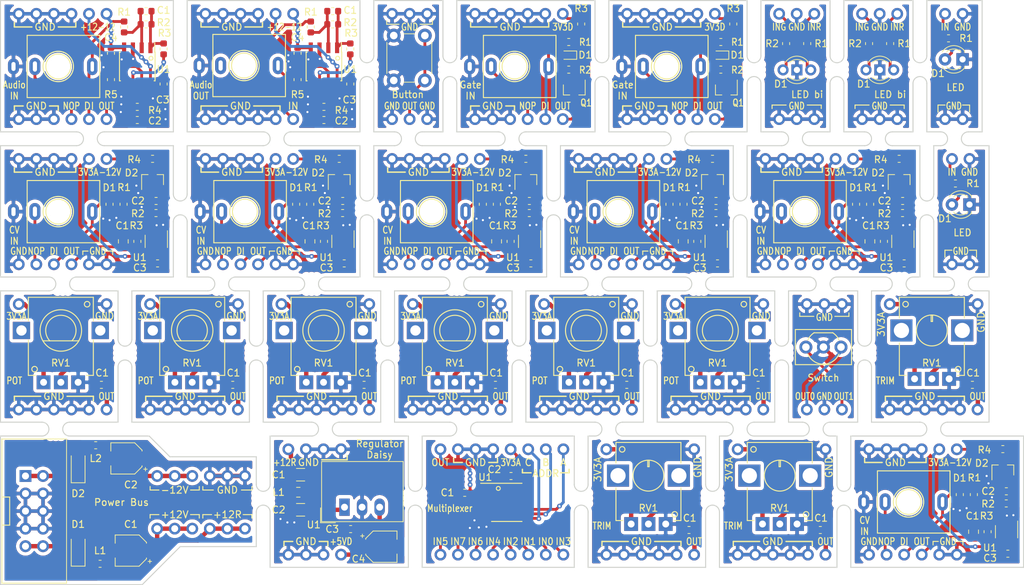
<source format=kicad_pcb>
(kicad_pcb (version 20171130) (host pcbnew "(5.1.9-0-10_14)")
  (layers (0 F.Cu signal) (31 B.Cu signal) (34 B.Paste user) (35 F.Paste user) (36 B.SilkS user) (37 F.SilkS user) (38 B.Mask user) (39 F.Mask user) (44 Edge.Cuts user))
  (net 0 "")
  (net 1 "Net-(C1-Pad1)")
  (net 2 GND)
  (net 3 "Net-(C2-Pad1)")
  (net 4 "Net-(C1-Pad2)")
  (net 5 "Net-(C2-Pad2)")
  (net 6 +12V)
  (net 7 -12V)
  (net 8 NOP)
  (net 9 OUT)
  (net 10 "Net-(J1-Pad1)")
  (net 11 "Net-(J2-PadTN)")
  (net 12 "Net-(J2-PadT)")
  (net 13 "Net-(D1-Pad1)")
  (net 14 +3V3)
  (net 15 "Net-(D1-Pad3)")
  (net 16 ING)
  (net 17 INR)
  (net 18 "Net-(D1-Pad2)")
  (net 19 IN)
  (net 20 VREF-10)
  (net 21 OUT1)
  (net 22 OUT0)
  (net 23 ADDR_2)
  (net 24 ADDR_1)
  (net 25 ADDR_0)
  (net 26 IN5)
  (net 27 IN7)
  (net 28 IN6)
  (net 29 IN4)
  (net 30 IN2)
  (net 31 IN1)
  (net 32 IN0)
  (net 33 IN3)
  (net 34 +12R)
  (net 35 +12E)
  (net 36 "Net-(D2-Pad2)")
  (net 37 -12E)
  (net 38 +5VD)
  (net 39 DI)
  (module Capacitor_SMD:C_0603_1608Metric (layer F.Cu) (at 140.5955 106.596)
    (fp_text reference C1 (at 0.1045 -1.726 180) (layer F.SilkS))
    (fp_text value 100n)
    (pad 1 smd roundrect (at -0.7875 0) (size 0.875 0.95) (layers F.Cu F.Paste F.Mask) (net 2 GND))
    (pad 2 smd roundrect (at 0.7875 0) (size 0.875 0.95) (layers F.Cu F.Paste F.Mask) (net 9 OUT))
  )
  (module Connector_PinHeader_2.54mm:PinHeader_1x01_P2.54mm_Vertical (layer B.Cu) (at 141.34 94.92 90)
    (fp_text reference J2 hide)
    (fp_text value GND)
    (pad 1 thru_hole oval (at 0 0 90) (size 1.7 1.7) (drill 1) (layers *.Cu *.Mask) (net 2 GND))
  )
  (module Potentiometer_Thonk:SongHueiTallTrim9 (layer F.Cu) (at 134.728 98.73)
    (fp_text reference RV1 (at 0 4.7) (layer F.SilkS))
    (fp_text value 100k)
    (pad "" thru_hole rect (at 4.4 0) (size 3.2 3.2) (drill 2.2) (layers *.Cu *.Mask))
    (pad 3 thru_hole rect (at 2.5 7) (size 2 2) (drill 1) (layers *.Cu *.Mask) (net 2 GND))
    (pad 2 thru_hole rect (at 0 7) (size 2 2) (drill 1) (layers *.Cu *.Mask) (net 9 OUT))
    (pad 1 thru_hole rect (at -2.5 7) (size 2 2) (drill 1) (layers *.Cu *.Mask) (net 14 +3V3))
    (pad "" thru_hole rect (at -4.4 0) (size 3.2 3.2) (drill 2.2) (layers *.Cu *.Mask))
  )
  (module Connector_PinHeader_2.54mm:PinHeader_1x01_P2.54mm_Vertical (layer B.Cu) (at 128.64 94.92 270)
    (fp_text reference J3 hide)
    (fp_text value 3V3)
    (pad 1 thru_hole oval (at 0 0 270) (size 1.7 1.7) (drill 1) (layers *.Cu *.Mask) (net 14 +3V3))
  )
  (module Connector_PinHeader_2.54mm:PinHeader_1x06_P2.54mm_Vertical (layer B.Cu) (at 141.34 110.16 90)
    (fp_text reference J1 hide)
    (fp_text value OUT)
    (pad 1 thru_hole oval (at 0 0 90) (size 1.7 1.7) (drill 1) (layers *.Cu *.Mask) (net 9 OUT))
    (pad 2 thru_hole oval (at 0 -2.54 90) (size 1.7 1.7) (drill 1) (layers *.Cu *.Mask) (net 2 GND))
    (pad 3 thru_hole oval (at 0 -5.08 90) (size 1.7 1.7) (drill 1) (layers *.Cu *.Mask) (net 2 GND))
    (pad 4 thru_hole oval (at 0 -7.62 90) (size 1.7 1.7) (drill 1) (layers *.Cu *.Mask) (net 2 GND))
    (pad 5 thru_hole oval (at 0 -10.16 90) (size 1.7 1.7) (drill 1) (layers *.Cu *.Mask) (net 2 GND))
    (pad 6 thru_hole oval (at 0 -12.7 90) (size 1.7 1.7) (drill 1) (layers *.Cu *.Mask) (net 2 GND))
  )
  (module Connector_PinHeader_2.54mm:PinHeader_1x06_P2.54mm_Vertical (layer B.Cu) (at 160.34 110.16 90)
    (fp_text reference J1 hide)
    (fp_text value OUT)
    (pad 6 thru_hole oval (at 0 -12.7 90) (size 1.7 1.7) (drill 1) (layers *.Cu *.Mask) (net 2 GND))
    (pad 5 thru_hole oval (at 0 -10.16 90) (size 1.7 1.7) (drill 1) (layers *.Cu *.Mask) (net 2 GND))
    (pad 4 thru_hole oval (at 0 -7.62 90) (size 1.7 1.7) (drill 1) (layers *.Cu *.Mask) (net 2 GND))
    (pad 3 thru_hole oval (at 0 -5.08 90) (size 1.7 1.7) (drill 1) (layers *.Cu *.Mask) (net 2 GND))
    (pad 2 thru_hole oval (at 0 -2.54 90) (size 1.7 1.7) (drill 1) (layers *.Cu *.Mask) (net 2 GND))
    (pad 1 thru_hole oval (at 0 0 90) (size 1.7 1.7) (drill 1) (layers *.Cu *.Mask) (net 9 OUT))
  )
  (module Connector_PinHeader_2.54mm:PinHeader_1x01_P2.54mm_Vertical (layer B.Cu) (at 160.34 94.92 90)
    (fp_text reference J2 hide)
    (fp_text value GND)
    (pad 1 thru_hole oval (at 0 0 90) (size 1.7 1.7) (drill 1) (layers *.Cu *.Mask) (net 2 GND))
  )
  (module Potentiometer_Thonk:SongHueiTallTrim9 (layer F.Cu) (at 153.728 98.73)
    (fp_text reference RV1 (at 0 4.7) (layer F.SilkS))
    (fp_text value 100k)
    (pad "" thru_hole rect (at -4.4 0) (size 3.2 3.2) (drill 2.2) (layers *.Cu *.Mask))
    (pad 1 thru_hole rect (at -2.5 7) (size 2 2) (drill 1) (layers *.Cu *.Mask) (net 14 +3V3))
    (pad 2 thru_hole rect (at 0 7) (size 2 2) (drill 1) (layers *.Cu *.Mask) (net 9 OUT))
    (pad 3 thru_hole rect (at 2.5 7) (size 2 2) (drill 1) (layers *.Cu *.Mask) (net 2 GND))
    (pad "" thru_hole rect (at 4.4 0) (size 3.2 3.2) (drill 2.2) (layers *.Cu *.Mask))
  )
  (module Connector_PinHeader_2.54mm:PinHeader_1x01_P2.54mm_Vertical (layer B.Cu) (at 147.64 94.92 270)
    (fp_text reference J3 hide)
    (fp_text value 3V3)
    (pad 1 thru_hole oval (at 0 0 270) (size 1.7 1.7) (drill 1) (layers *.Cu *.Mask) (net 14 +3V3))
  )
  (module Capacitor_SMD:C_0603_1608Metric (layer F.Cu) (at 159.5955 106.596)
    (fp_text reference C1 (at 0.1045 -1.726 180) (layer F.SilkS))
    (fp_text value 100n)
    (pad 2 smd roundrect (at 0.7875 0) (size 0.875 0.95) (layers F.Cu F.Paste F.Mask) (net 9 OUT))
    (pad 1 smd roundrect (at -0.7875 0) (size 0.875 0.95) (layers F.Cu F.Paste F.Mask) (net 2 GND))
  )
  (module Potentiometer_Thonk:AlphaPot9ShaftD (layer F.Cu) (at 144.728 77.73)
    (fp_text reference RV1 (at 0 4.7) (layer F.SilkS))
    (fp_text value 100k)
    (pad "" thru_hole rect (at -5.7 0) (size 2.5 2.5) (drill 1.5) (layers *.Cu *.Mask))
    (pad 1 thru_hole rect (at -2.5 7.5) (size 2 2) (drill 1) (layers *.Cu *.Mask) (net 14 +3V3))
    (pad 2 thru_hole rect (at 0 7.5) (size 2 2) (drill 1) (layers *.Cu *.Mask) (net 9 OUT))
    (pad 3 thru_hole rect (at 2.5 7.5) (size 2 2) (drill 1) (layers *.Cu *.Mask) (net 2 GND))
    (pad "" thru_hole rect (at 5.7 0) (size 2.5 2.5) (drill 1.5) (layers *.Cu *.Mask))
  )
  (module Connector_PinHeader_2.54mm:PinHeader_1x01_P2.54mm_Vertical (layer B.Cu) (at 138.64 73.92 270)
    (fp_text reference J3 hide)
    (fp_text value 3V3)
    (pad 1 thru_hole oval (at 0 0 270) (size 1.7 1.7) (drill 1) (layers *.Cu *.Mask) (net 14 +3V3))
  )
  (module Capacitor_SMD:C_0603_1608Metric (layer F.Cu) (at 150.5955 85.596)
    (fp_text reference C1 (at 0.1045 -1.726 180) (layer F.SilkS))
    (fp_text value 100n)
    (pad 2 smd roundrect (at 0.7875 0) (size 0.875 0.95) (layers F.Cu F.Paste F.Mask) (net 9 OUT))
    (pad 1 smd roundrect (at -0.7875 0) (size 0.875 0.95) (layers F.Cu F.Paste F.Mask) (net 2 GND))
  )
  (module Connector_PinHeader_2.54mm:PinHeader_1x06_P2.54mm_Vertical (layer B.Cu) (at 151.34 89.16 90)
    (fp_text reference J1 hide)
    (fp_text value OUT)
    (pad 6 thru_hole oval (at 0 -12.7 90) (size 1.7 1.7) (drill 1) (layers *.Cu *.Mask) (net 2 GND))
    (pad 5 thru_hole oval (at 0 -10.16 90) (size 1.7 1.7) (drill 1) (layers *.Cu *.Mask) (net 2 GND))
    (pad 4 thru_hole oval (at 0 -7.62 90) (size 1.7 1.7) (drill 1) (layers *.Cu *.Mask) (net 2 GND))
    (pad 3 thru_hole oval (at 0 -5.08 90) (size 1.7 1.7) (drill 1) (layers *.Cu *.Mask) (net 2 GND))
    (pad 2 thru_hole oval (at 0 -2.54 90) (size 1.7 1.7) (drill 1) (layers *.Cu *.Mask) (net 2 GND))
    (pad 1 thru_hole oval (at 0 0 90) (size 1.7 1.7) (drill 1) (layers *.Cu *.Mask) (net 9 OUT))
  )
  (module Connector_PinHeader_2.54mm:PinHeader_1x01_P2.54mm_Vertical (layer B.Cu) (at 151.34 73.92 90)
    (fp_text reference J2 hide)
    (fp_text value GND)
    (pad 1 thru_hole oval (at 0 0 90) (size 1.7 1.7) (drill 1) (layers *.Cu *.Mask) (net 2 GND))
  )
  (module Connector_PinHeader_2.54mm:PinHeader_1x01_P2.54mm_Vertical (layer B.Cu) (at 119.64 73.92 270)
    (fp_text reference J3 hide)
    (fp_text value 3V3)
    (pad 1 thru_hole oval (at 0 0 270) (size 1.7 1.7) (drill 1) (layers *.Cu *.Mask) (net 14 +3V3))
  )
  (module Potentiometer_Thonk:AlphaPot9ShaftD (layer F.Cu) (at 125.728 77.73)
    (fp_text reference RV1 (at 0 4.7) (layer F.SilkS))
    (fp_text value 100k)
    (pad "" thru_hole rect (at 5.7 0) (size 2.5 2.5) (drill 1.5) (layers *.Cu *.Mask))
    (pad 3 thru_hole rect (at 2.5 7.5) (size 2 2) (drill 1) (layers *.Cu *.Mask) (net 2 GND))
    (pad 2 thru_hole rect (at 0 7.5) (size 2 2) (drill 1) (layers *.Cu *.Mask) (net 9 OUT))
    (pad 1 thru_hole rect (at -2.5 7.5) (size 2 2) (drill 1) (layers *.Cu *.Mask) (net 14 +3V3))
    (pad "" thru_hole rect (at -5.7 0) (size 2.5 2.5) (drill 1.5) (layers *.Cu *.Mask))
  )
  (module Capacitor_SMD:C_0603_1608Metric (layer F.Cu) (at 131.5955 85.596)
    (fp_text reference C1 (at 0.1045 -1.726 180) (layer F.SilkS))
    (fp_text value 100n)
    (pad 1 smd roundrect (at -0.7875 0) (size 0.875 0.95) (layers F.Cu F.Paste F.Mask) (net 2 GND))
    (pad 2 smd roundrect (at 0.7875 0) (size 0.875 0.95) (layers F.Cu F.Paste F.Mask) (net 9 OUT))
  )
  (module Connector_PinHeader_2.54mm:PinHeader_1x06_P2.54mm_Vertical (layer B.Cu) (at 132.34 89.16 90)
    (fp_text reference J1 hide)
    (fp_text value OUT)
    (pad 1 thru_hole oval (at 0 0 90) (size 1.7 1.7) (drill 1) (layers *.Cu *.Mask) (net 9 OUT))
    (pad 2 thru_hole oval (at 0 -2.54 90) (size 1.7 1.7) (drill 1) (layers *.Cu *.Mask) (net 2 GND))
    (pad 3 thru_hole oval (at 0 -5.08 90) (size 1.7 1.7) (drill 1) (layers *.Cu *.Mask) (net 2 GND))
    (pad 4 thru_hole oval (at 0 -7.62 90) (size 1.7 1.7) (drill 1) (layers *.Cu *.Mask) (net 2 GND))
    (pad 5 thru_hole oval (at 0 -10.16 90) (size 1.7 1.7) (drill 1) (layers *.Cu *.Mask) (net 2 GND))
    (pad 6 thru_hole oval (at 0 -12.7 90) (size 1.7 1.7) (drill 1) (layers *.Cu *.Mask) (net 2 GND))
  )
  (module Connector_PinHeader_2.54mm:PinHeader_1x01_P2.54mm_Vertical (layer B.Cu) (at 132.34 73.92 90)
    (fp_text reference J2 hide)
    (fp_text value GND)
    (pad 1 thru_hole oval (at 0 0 90) (size 1.7 1.7) (drill 1) (layers *.Cu *.Mask) (net 2 GND))
  )
  (module Potentiometer_Thonk:AlphaPot9ShaftD (layer F.Cu) (at 106.728 77.73)
    (fp_text reference RV1 (at 0 4.7) (layer F.SilkS))
    (fp_text value 100k)
    (pad "" thru_hole rect (at -5.7 0) (size 2.5 2.5) (drill 1.5) (layers *.Cu *.Mask))
    (pad 1 thru_hole rect (at -2.5 7.5) (size 2 2) (drill 1) (layers *.Cu *.Mask) (net 14 +3V3))
    (pad 2 thru_hole rect (at 0 7.5) (size 2 2) (drill 1) (layers *.Cu *.Mask) (net 9 OUT))
    (pad 3 thru_hole rect (at 2.5 7.5) (size 2 2) (drill 1) (layers *.Cu *.Mask) (net 2 GND))
    (pad "" thru_hole rect (at 5.7 0) (size 2.5 2.5) (drill 1.5) (layers *.Cu *.Mask))
  )
  (module Connector_PinHeader_2.54mm:PinHeader_1x06_P2.54mm_Vertical (layer B.Cu) (at 113.34 89.16 90)
    (fp_text reference J1 hide)
    (fp_text value OUT)
    (pad 6 thru_hole oval (at 0 -12.7 90) (size 1.7 1.7) (drill 1) (layers *.Cu *.Mask) (net 2 GND))
    (pad 5 thru_hole oval (at 0 -10.16 90) (size 1.7 1.7) (drill 1) (layers *.Cu *.Mask) (net 2 GND))
    (pad 4 thru_hole oval (at 0 -7.62 90) (size 1.7 1.7) (drill 1) (layers *.Cu *.Mask) (net 2 GND))
    (pad 3 thru_hole oval (at 0 -5.08 90) (size 1.7 1.7) (drill 1) (layers *.Cu *.Mask) (net 2 GND))
    (pad 2 thru_hole oval (at 0 -2.54 90) (size 1.7 1.7) (drill 1) (layers *.Cu *.Mask) (net 2 GND))
    (pad 1 thru_hole oval (at 0 0 90) (size 1.7 1.7) (drill 1) (layers *.Cu *.Mask) (net 9 OUT))
  )
  (module Connector_PinHeader_2.54mm:PinHeader_1x01_P2.54mm_Vertical (layer B.Cu) (at 113.34 73.92 90)
    (fp_text reference J2 hide)
    (fp_text value GND)
    (pad 1 thru_hole oval (at 0 0 90) (size 1.7 1.7) (drill 1) (layers *.Cu *.Mask) (net 2 GND))
  )
  (module Connector_PinHeader_2.54mm:PinHeader_1x01_P2.54mm_Vertical (layer B.Cu) (at 100.64 73.92 270)
    (fp_text reference J3 hide)
    (fp_text value 3V3)
    (pad 1 thru_hole oval (at 0 0 270) (size 1.7 1.7) (drill 1) (layers *.Cu *.Mask) (net 14 +3V3))
  )
  (module Capacitor_SMD:C_0603_1608Metric (layer F.Cu) (at 112.5955 85.596)
    (fp_text reference C1 (at 0.1045 -1.726 180) (layer F.SilkS))
    (fp_text value 100n)
    (pad 2 smd roundrect (at 0.7875 0) (size 0.875 0.95) (layers F.Cu F.Paste F.Mask) (net 9 OUT))
    (pad 1 smd roundrect (at -0.7875 0) (size 0.875 0.95) (layers F.Cu F.Paste F.Mask) (net 2 GND))
  )
  (module Connector_PinHeader_2.54mm:PinHeader_1x01_P2.54mm_Vertical (layer B.Cu) (at 81.64 73.92 270)
    (fp_text reference J3 hide)
    (fp_text value 3V3)
    (pad 1 thru_hole oval (at 0 0 270) (size 1.7 1.7) (drill 1) (layers *.Cu *.Mask) (net 14 +3V3))
  )
  (module Capacitor_SMD:C_0603_1608Metric (layer F.Cu) (at 93.5955 85.596)
    (fp_text reference C1 (at 0.1045 -1.726 180) (layer F.SilkS))
    (fp_text value 100n)
    (pad 1 smd roundrect (at -0.7875 0) (size 0.875 0.95) (layers F.Cu F.Paste F.Mask) (net 2 GND))
    (pad 2 smd roundrect (at 0.7875 0) (size 0.875 0.95) (layers F.Cu F.Paste F.Mask) (net 9 OUT))
  )
  (module Connector_PinHeader_2.54mm:PinHeader_1x06_P2.54mm_Vertical (layer B.Cu) (at 94.34 89.16 90)
    (fp_text reference J1 hide)
    (fp_text value OUT)
    (pad 1 thru_hole oval (at 0 0 90) (size 1.7 1.7) (drill 1) (layers *.Cu *.Mask) (net 9 OUT))
    (pad 2 thru_hole oval (at 0 -2.54 90) (size 1.7 1.7) (drill 1) (layers *.Cu *.Mask) (net 2 GND))
    (pad 3 thru_hole oval (at 0 -5.08 90) (size 1.7 1.7) (drill 1) (layers *.Cu *.Mask) (net 2 GND))
    (pad 4 thru_hole oval (at 0 -7.62 90) (size 1.7 1.7) (drill 1) (layers *.Cu *.Mask) (net 2 GND))
    (pad 5 thru_hole oval (at 0 -10.16 90) (size 1.7 1.7) (drill 1) (layers *.Cu *.Mask) (net 2 GND))
    (pad 6 thru_hole oval (at 0 -12.7 90) (size 1.7 1.7) (drill 1) (layers *.Cu *.Mask) (net 2 GND))
  )
  (module Connector_PinHeader_2.54mm:PinHeader_1x01_P2.54mm_Vertical (layer B.Cu) (at 94.34 73.92 90)
    (fp_text reference J2 hide)
    (fp_text value GND)
    (pad 1 thru_hole oval (at 0 0 90) (size 1.7 1.7) (drill 1) (layers *.Cu *.Mask) (net 2 GND))
  )
  (module Potentiometer_Thonk:AlphaPot9ShaftD (layer F.Cu) (at 87.728 77.73)
    (fp_text reference RV1 (at 0 4.7) (layer F.SilkS))
    (fp_text value 100k)
    (pad "" thru_hole rect (at 5.7 0) (size 2.5 2.5) (drill 1.5) (layers *.Cu *.Mask))
    (pad 3 thru_hole rect (at 2.5 7.5) (size 2 2) (drill 1) (layers *.Cu *.Mask) (net 2 GND))
    (pad 2 thru_hole rect (at 0 7.5) (size 2 2) (drill 1) (layers *.Cu *.Mask) (net 9 OUT))
    (pad 1 thru_hole rect (at -2.5 7.5) (size 2 2) (drill 1) (layers *.Cu *.Mask) (net 14 +3V3))
    (pad "" thru_hole rect (at -5.7 0) (size 2.5 2.5) (drill 1.5) (layers *.Cu *.Mask))
  )
  (module Connector_PinHeader_2.54mm:PinHeader_1x01_P2.54mm_Vertical (layer B.Cu) (at 75.34 73.92 90)
    (fp_text reference J2 hide)
    (fp_text value GND)
    (pad 1 thru_hole oval (at 0 0 90) (size 1.7 1.7) (drill 1) (layers *.Cu *.Mask) (net 2 GND))
  )
  (module Connector_PinHeader_2.54mm:PinHeader_1x06_P2.54mm_Vertical (layer B.Cu) (at 75.34 89.16 90)
    (fp_text reference J1 hide)
    (fp_text value OUT)
    (pad 6 thru_hole oval (at 0 -12.7 90) (size 1.7 1.7) (drill 1) (layers *.Cu *.Mask) (net 2 GND))
    (pad 5 thru_hole oval (at 0 -10.16 90) (size 1.7 1.7) (drill 1) (layers *.Cu *.Mask) (net 2 GND))
    (pad 4 thru_hole oval (at 0 -7.62 90) (size 1.7 1.7) (drill 1) (layers *.Cu *.Mask) (net 2 GND))
    (pad 3 thru_hole oval (at 0 -5.08 90) (size 1.7 1.7) (drill 1) (layers *.Cu *.Mask) (net 2 GND))
    (pad 2 thru_hole oval (at 0 -2.54 90) (size 1.7 1.7) (drill 1) (layers *.Cu *.Mask) (net 2 GND))
    (pad 1 thru_hole oval (at 0 0 90) (size 1.7 1.7) (drill 1) (layers *.Cu *.Mask) (net 9 OUT))
  )
  (module Connector_PinHeader_2.54mm:PinHeader_1x01_P2.54mm_Vertical (layer B.Cu) (at 62.64 73.92 270)
    (fp_text reference J3 hide)
    (fp_text value 3V3)
    (pad 1 thru_hole oval (at 0 0 270) (size 1.7 1.7) (drill 1) (layers *.Cu *.Mask) (net 14 +3V3))
  )
  (module Capacitor_SMD:C_0603_1608Metric (layer F.Cu) (at 74.5955 85.596)
    (fp_text reference C1 (at 0.1045 -1.726 180) (layer F.SilkS))
    (fp_text value 100n)
    (pad 2 smd roundrect (at 0.7875 0) (size 0.875 0.95) (layers F.Cu F.Paste F.Mask) (net 9 OUT))
    (pad 1 smd roundrect (at -0.7875 0) (size 0.875 0.95) (layers F.Cu F.Paste F.Mask) (net 2 GND))
  )
  (module Potentiometer_Thonk:AlphaPot9ShaftD (layer F.Cu) (at 68.728 77.73)
    (fp_text reference RV1 (at 0 4.7) (layer F.SilkS))
    (fp_text value 100k)
    (pad "" thru_hole rect (at -5.7 0) (size 2.5 2.5) (drill 1.5) (layers *.Cu *.Mask))
    (pad 1 thru_hole rect (at -2.5 7.5) (size 2 2) (drill 1) (layers *.Cu *.Mask) (net 14 +3V3))
    (pad 2 thru_hole rect (at 0 7.5) (size 2 2) (drill 1) (layers *.Cu *.Mask) (net 9 OUT))
    (pad 3 thru_hole rect (at 2.5 7.5) (size 2 2) (drill 1) (layers *.Cu *.Mask) (net 2 GND))
    (pad "" thru_hole rect (at 5.7 0) (size 2.5 2.5) (drill 1.5) (layers *.Cu *.Mask))
  )
  (module Capacitor_SMD:C_0805_2012Metric (layer F.Cu) (at 181.762 106.842 90)
    (fp_text reference C1 (at 2.278 -0.144 180) (layer F.SilkS))
    (fp_text value 33n)
    (pad 2 smd roundrect (at 0.9375 0 90) (size 0.975 1.4) (layers F.Cu F.Paste F.Mask) (net 4 "Net-(C1-Pad2)"))
    (pad 1 smd roundrect (at -0.9375 0 90) (size 0.975 1.4) (layers F.Cu F.Paste F.Mask) (net 9 OUT))
  )
  (module Package_TO_SOT_SMD:SOT-23 (layer F.Cu) (at 185.996 97.946 90)
    (fp_text reference D2 (at 1.016 -3.048 180) (layer F.SilkS))
    (fp_text value LM4040DBZ-10)
    (pad 3 smd rect (at 1 0 90) (size 0.9 0.8) (layers F.Cu F.Paste F.Mask))
    (pad 2 smd rect (at -1 0.95 90) (size 0.9 0.8) (layers F.Cu F.Paste F.Mask) (net 20 VREF-10))
    (pad 1 smd rect (at -1 -0.95 90) (size 0.9 0.8) (layers F.Cu F.Paste F.Mask) (net 2 GND))
  )
  (module Resistor_SMD:R_0603_1608Metric (layer F.Cu) (at 179.77 101.474 270)
    (fp_text reference D1 (at -2.404 0.02) (layer F.SilkS))
    (fp_text value D_TVS)
    (pad 2 smd roundrect (at 0.7875 0 270) (size 0.875 0.95) (layers F.Cu F.Paste F.Mask) (net 2 GND))
    (pad 1 smd roundrect (at -0.7875 0 270) (size 0.875 0.95) (layers F.Cu F.Paste F.Mask) (net 39 DI))
  )
  (module Connector_PinHeader_2.54mm:PinHeader_1x06_P2.54mm_Vertical (layer B.Cu) (at 166.64 94.92 270)
    (fp_text reference J3 hide)
    (fp_text value POWER)
    (pad 1 thru_hole oval (at 0 0 270) (size 1.7 1.7) (drill 1) (layers *.Cu *.Mask) (net 2 GND))
    (pad 2 thru_hole oval (at 0 -2.54 270) (size 1.7 1.7) (drill 1) (layers *.Cu *.Mask) (net 2 GND))
    (pad 3 thru_hole oval (at 0 -5.08 270) (size 1.7 1.7) (drill 1) (layers *.Cu *.Mask) (net 2 GND))
    (pad 4 thru_hole oval (at 0 -7.62 270) (size 1.7 1.7) (drill 1) (layers *.Cu *.Mask) (net 2 GND))
    (pad 5 thru_hole oval (at 0 -10.16 270) (size 1.7 1.7) (drill 1) (layers *.Cu *.Mask) (net 14 +3V3))
    (pad 6 thru_hole oval (at 0 -12.7 270) (size 1.7 1.7) (drill 1) (layers *.Cu *.Mask) (net 7 -12V))
  )
  (module Resistor_SMD:R_0603_1608Metric (layer F.Cu) (at 186.49 102.75)
    (fp_text reference R2 (at -2.624 0.074) (layer F.SilkS))
    (fp_text value 120k)
    (pad 1 smd roundrect (at -0.7875 0) (size 0.875 0.95) (layers F.Cu F.Paste F.Mask) (net 4 "Net-(C1-Pad2)"))
    (pad 2 smd roundrect (at 0.7875 0) (size 0.875 0.95) (layers F.Cu F.Paste F.Mask) (net 20 VREF-10))
  )
  (module Connector_PinHeader_2.54mm:PinHeader_1x06_P2.54mm_Vertical (layer B.Cu) (at 179.34 110.16 90)
    (fp_text reference J2 hide)
    (fp_text value OUT)
    (pad 6 thru_hole oval (at 0 -12.7 90) (size 1.7 1.7) (drill 1) (layers *.Cu *.Mask) (net 2 GND))
    (pad 5 thru_hole oval (at 0 -10.16 90) (size 1.7 1.7) (drill 1) (layers *.Cu *.Mask) (net 8 NOP))
    (pad 4 thru_hole oval (at 0 -7.62 90) (size 1.7 1.7) (drill 1) (layers *.Cu *.Mask) (net 39 DI))
    (pad 3 thru_hole oval (at 0 -5.08 90) (size 1.7 1.7) (drill 1) (layers *.Cu *.Mask) (net 9 OUT))
    (pad 2 thru_hole oval (at 0 -2.54 90) (size 1.7 1.7) (drill 1) (layers *.Cu *.Mask) (net 2 GND))
    (pad 1 thru_hole oval (at 0 0 90) (size 1.7 1.7) (drill 1) (layers *.Cu *.Mask) (net 2 GND))
  )
  (module Package_TO_SOT_SMD:SOT-23-5 (layer F.Cu) (at 186.534 106.842 270)
    (fp_text reference U1 (at 2.328 2.394) (layer F.SilkS))
    (fp_text value MCP6001U)
    (pad 5 smd rect (at 1.1 -0.95 270) (size 1.06 0.65) (layers F.Cu F.Paste F.Mask) (net 14 +3V3))
    (pad 4 smd rect (at 1.1 0.95 270) (size 1.06 0.65) (layers F.Cu F.Paste F.Mask) (net 9 OUT))
    (pad 3 smd rect (at -1.1 0.95 270) (size 1.06 0.65) (layers F.Cu F.Paste F.Mask) (net 4 "Net-(C1-Pad2)"))
    (pad 2 smd rect (at -1.1 0 270) (size 1.06 0.65) (layers F.Cu F.Paste F.Mask) (net 2 GND))
    (pad 1 smd rect (at -1.1 -0.95 270) (size 1.06 0.65) (layers F.Cu F.Paste F.Mask) (net 2 GND))
  )
  (module Capacitor_SMD:C_0603_1608Metric (layer F.Cu) (at 186.72 110.025)
    (fp_text reference C3 (at -2.562 0.635) (layer F.SilkS))
    (fp_text value 100n)
    (pad 2 smd roundrect (at 0.7875 0) (size 0.875 0.95) (layers F.Cu F.Paste F.Mask) (net 14 +3V3))
    (pad 1 smd roundrect (at -0.7875 0) (size 0.875 0.95) (layers F.Cu F.Paste F.Mask) (net 2 GND))
  )
  (module Resistor_SMD:R_0603_1608Metric (layer F.Cu) (at 185.996 94.898 180)
    (fp_text reference R4 (at 2.666 -0.112 180) (layer F.SilkS))
    (fp_text value 4.99k)
    (pad 1 smd roundrect (at -0.7875 0 180) (size 0.875 0.95) (layers F.Cu F.Paste F.Mask) (net 20 VREF-10))
    (pad 2 smd roundrect (at 0.7875 0 180) (size 0.875 0.95) (layers F.Cu F.Paste F.Mask) (net 7 -12V))
  )
  (module Connector_Thonk:ThonkiconnJack (layer F.Cu) (at 172.355 102.54 270)
    (fp_text reference J1 hide)
    (fp_text value IN)
    (pad "" np_thru_hole circle (at 0 0 270) (size 3 3) (drill 3) (layers *.Cu *.Mask))
    (pad T thru_hole oval (at 0 -4.92 270) (size 2.5 1.5) (drill oval 1.5 0.5) (layers *.Cu *.Mask) (net 39 DI))
    (pad TN thru_hole oval (at 0 3.38 270) (size 2.5 1.6) (drill oval 1.5 0.6) (layers *.Cu *.Mask) (net 8 NOP))
    (pad S thru_hole oval (at 0 6.48 270) (size 2.3 1.6) (drill oval 1.3 0.6) (layers *.Cu *.Mask) (net 2 GND))
  )
  (module Resistor_SMD:R_0603_1608Metric (layer F.Cu) (at 183.794 106.842 90)
    (fp_text reference R3 (at 2.278 -0.144 180) (layer F.SilkS))
    (fp_text value 20k)
    (pad 2 smd roundrect (at 0.7875 0 90) (size 0.875 0.95) (layers F.Cu F.Paste F.Mask) (net 4 "Net-(C1-Pad2)"))
    (pad 1 smd roundrect (at -0.7875 0 90) (size 0.875 0.95) (layers F.Cu F.Paste F.Mask) (net 9 OUT))
  )
  (module Capacitor_SMD:C_0603_1608Metric (layer F.Cu) (at 186.504 100.994)
    (fp_text reference C2 (at -2.624 -0.014) (layer F.SilkS))
    (fp_text value 1u)
    (pad 2 smd roundrect (at 0.7875 0) (size 0.875 0.95) (layers F.Cu F.Paste F.Mask) (net 20 VREF-10))
    (pad 1 smd roundrect (at -0.7875 0) (size 0.875 0.95) (layers F.Cu F.Paste F.Mask) (net 2 GND))
  )
  (module Resistor_SMD:R_0603_1608Metric (layer F.Cu) (at 181.802 101.474 90)
    (fp_text reference R1 (at 2.434 0.078 180) (layer F.SilkS))
    (fp_text value 100k)
    (pad 2 smd roundrect (at 0.7875 0 90) (size 0.875 0.95) (layers F.Cu F.Paste F.Mask) (net 39 DI))
    (pad 1 smd roundrect (at -0.7875 0 90) (size 0.875 0.95) (layers F.Cu F.Paste F.Mask) (net 4 "Net-(C1-Pad2)"))
  )
  (module Resistor_SMD:R_0603_1608Metric (layer F.Cu) (at 164.77 59.474 270)
    (fp_text reference D1 (at -2.404 0.02) (layer F.SilkS))
    (fp_text value D_TVS)
    (pad 1 smd roundrect (at -0.7875 0 270) (size 0.875 0.95) (layers F.Cu F.Paste F.Mask) (net 39 DI))
    (pad 2 smd roundrect (at 0.7875 0 270) (size 0.875 0.95) (layers F.Cu F.Paste F.Mask) (net 2 GND))
  )
  (module Capacitor_SMD:C_0603_1608Metric (layer F.Cu) (at 171.72 68.025)
    (fp_text reference C3 (at -2.562 0.635) (layer F.SilkS))
    (fp_text value 100n)
    (pad 1 smd roundrect (at -0.7875 0) (size 0.875 0.95) (layers F.Cu F.Paste F.Mask) (net 2 GND))
    (pad 2 smd roundrect (at 0.7875 0) (size 0.875 0.95) (layers F.Cu F.Paste F.Mask) (net 14 +3V3))
  )
  (module Resistor_SMD:R_0603_1608Metric (layer F.Cu) (at 170.996 52.898 180)
    (fp_text reference R4 (at 2.666 -0.112 180) (layer F.SilkS))
    (fp_text value 4.99k)
    (pad 2 smd roundrect (at 0.7875 0 180) (size 0.875 0.95) (layers F.Cu F.Paste F.Mask) (net 7 -12V))
    (pad 1 smd roundrect (at -0.7875 0 180) (size 0.875 0.95) (layers F.Cu F.Paste F.Mask) (net 20 VREF-10))
  )
  (module Capacitor_SMD:C_0603_1608Metric (layer F.Cu) (at 171.504 58.994)
    (fp_text reference C2 (at -2.624 -0.014) (layer F.SilkS))
    (fp_text value 1u)
    (pad 1 smd roundrect (at -0.7875 0) (size 0.875 0.95) (layers F.Cu F.Paste F.Mask) (net 2 GND))
    (pad 2 smd roundrect (at 0.7875 0) (size 0.875 0.95) (layers F.Cu F.Paste F.Mask) (net 20 VREF-10))
  )
  (module Package_TO_SOT_SMD:SOT-23-5 (layer F.Cu) (at 171.534 64.842 270)
    (fp_text reference U1 (at 2.328 2.394) (layer F.SilkS))
    (fp_text value MCP6001U)
    (pad 1 smd rect (at -1.1 -0.95 270) (size 1.06 0.65) (layers F.Cu F.Paste F.Mask) (net 2 GND))
    (pad 2 smd rect (at -1.1 0 270) (size 1.06 0.65) (layers F.Cu F.Paste F.Mask) (net 2 GND))
    (pad 3 smd rect (at -1.1 0.95 270) (size 1.06 0.65) (layers F.Cu F.Paste F.Mask) (net 4 "Net-(C1-Pad2)"))
    (pad 4 smd rect (at 1.1 0.95 270) (size 1.06 0.65) (layers F.Cu F.Paste F.Mask) (net 9 OUT))
    (pad 5 smd rect (at 1.1 -0.95 270) (size 1.06 0.65) (layers F.Cu F.Paste F.Mask) (net 14 +3V3))
  )
  (module Capacitor_SMD:C_0805_2012Metric (layer F.Cu) (at 166.762 64.842 90)
    (fp_text reference C1 (at 2.278 -0.144 180) (layer F.SilkS))
    (fp_text value 33n)
    (pad 1 smd roundrect (at -0.9375 0 90) (size 0.975 1.4) (layers F.Cu F.Paste F.Mask) (net 9 OUT))
    (pad 2 smd roundrect (at 0.9375 0 90) (size 0.975 1.4) (layers F.Cu F.Paste F.Mask) (net 4 "Net-(C1-Pad2)"))
  )
  (module Connector_PinHeader_2.54mm:PinHeader_1x06_P2.54mm_Vertical (layer B.Cu) (at 164.34 68.16 90)
    (fp_text reference J2 hide)
    (fp_text value OUT)
    (pad 1 thru_hole oval (at 0 0 90) (size 1.7 1.7) (drill 1) (layers *.Cu *.Mask) (net 2 GND))
    (pad 2 thru_hole oval (at 0 -2.54 90) (size 1.7 1.7) (drill 1) (layers *.Cu *.Mask) (net 2 GND))
    (pad 3 thru_hole oval (at 0 -5.08 90) (size 1.7 1.7) (drill 1) (layers *.Cu *.Mask) (net 9 OUT))
    (pad 4 thru_hole oval (at 0 -7.62 90) (size 1.7 1.7) (drill 1) (layers *.Cu *.Mask) (net 39 DI))
    (pad 5 thru_hole oval (at 0 -10.16 90) (size 1.7 1.7) (drill 1) (layers *.Cu *.Mask) (net 8 NOP))
    (pad 6 thru_hole oval (at 0 -12.7 90) (size 1.7 1.7) (drill 1) (layers *.Cu *.Mask) (net 2 GND))
  )
  (module Connector_PinHeader_2.54mm:PinHeader_1x06_P2.54mm_Vertical (layer B.Cu) (at 151.64 52.92 270)
    (fp_text reference J3 hide)
    (fp_text value POWER)
    (pad 6 thru_hole oval (at 0 -12.7 270) (size 1.7 1.7) (drill 1) (layers *.Cu *.Mask) (net 7 -12V))
    (pad 5 thru_hole oval (at 0 -10.16 270) (size 1.7 1.7) (drill 1) (layers *.Cu *.Mask) (net 14 +3V3))
    (pad 4 thru_hole oval (at 0 -7.62 270) (size 1.7 1.7) (drill 1) (layers *.Cu *.Mask) (net 2 GND))
    (pad 3 thru_hole oval (at 0 -5.08 270) (size 1.7 1.7) (drill 1) (layers *.Cu *.Mask) (net 2 GND))
    (pad 2 thru_hole oval (at 0 -2.54 270) (size 1.7 1.7) (drill 1) (layers *.Cu *.Mask) (net 2 GND))
    (pad 1 thru_hole oval (at 0 0 270) (size 1.7 1.7) (drill 1) (layers *.Cu *.Mask) (net 2 GND))
  )
  (module Resistor_SMD:R_0603_1608Metric (layer F.Cu) (at 171.49 60.75)
    (fp_text reference R2 (at -2.624 0.074) (layer F.SilkS))
    (fp_text value 120k)
    (pad 2 smd roundrect (at 0.7875 0) (size 0.875 0.95) (layers F.Cu F.Paste F.Mask) (net 20 VREF-10))
    (pad 1 smd roundrect (at -0.7875 0) (size 0.875 0.95) (layers F.Cu F.Paste F.Mask) (net 4 "Net-(C1-Pad2)"))
  )
  (module Resistor_SMD:R_0603_1608Metric (layer F.Cu) (at 168.794 64.842 90)
    (fp_text reference R3 (at 2.278 -0.144 180) (layer F.SilkS))
    (fp_text value 20k)
    (pad 1 smd roundrect (at -0.7875 0 90) (size 0.875 0.95) (layers F.Cu F.Paste F.Mask) (net 9 OUT))
    (pad 2 smd roundrect (at 0.7875 0 90) (size 0.875 0.95) (layers F.Cu F.Paste F.Mask) (net 4 "Net-(C1-Pad2)"))
  )
  (module Package_TO_SOT_SMD:SOT-23 (layer F.Cu) (at 170.996 55.946 90)
    (fp_text reference D2 (at 1.016 -3.048 180) (layer F.SilkS))
    (fp_text value LM4040DBZ-10)
    (pad 1 smd rect (at -1 -0.95 90) (size 0.9 0.8) (layers F.Cu F.Paste F.Mask) (net 2 GND))
    (pad 2 smd rect (at -1 0.95 90) (size 0.9 0.8) (layers F.Cu F.Paste F.Mask) (net 20 VREF-10))
    (pad 3 smd rect (at 1 0 90) (size 0.9 0.8) (layers F.Cu F.Paste F.Mask))
  )
  (module Connector_Thonk:ThonkiconnJack (layer F.Cu) (at 157.355 60.54 270)
    (fp_text reference J1 hide)
    (fp_text value IN)
    (pad S thru_hole oval (at 0 6.48 270) (size 2.3 1.6) (drill oval 1.3 0.6) (layers *.Cu *.Mask) (net 2 GND))
    (pad TN thru_hole oval (at 0 3.38 270) (size 2.5 1.6) (drill oval 1.5 0.6) (layers *.Cu *.Mask) (net 8 NOP))
    (pad T thru_hole oval (at 0 -4.92 270) (size 2.5 1.5) (drill oval 1.5 0.5) (layers *.Cu *.Mask) (net 39 DI))
    (pad "" np_thru_hole circle (at 0 0 270) (size 3 3) (drill 3) (layers *.Cu *.Mask))
  )
  (module Resistor_SMD:R_0603_1608Metric (layer F.Cu) (at 166.802 59.474 90)
    (fp_text reference R1 (at 2.434 0.078 180) (layer F.SilkS))
    (fp_text value 100k)
    (pad 1 smd roundrect (at -0.7875 0 90) (size 0.875 0.95) (layers F.Cu F.Paste F.Mask) (net 4 "Net-(C1-Pad2)"))
    (pad 2 smd roundrect (at 0.7875 0 90) (size 0.875 0.95) (layers F.Cu F.Paste F.Mask) (net 39 DI))
  )
  (module Resistor_SMD:R_0603_1608Metric (layer F.Cu) (at 144.49 60.75)
    (fp_text reference R2 (at -2.624 0.074) (layer F.SilkS))
    (fp_text value 120k)
    (pad 1 smd roundrect (at -0.7875 0) (size 0.875 0.95) (layers F.Cu F.Paste F.Mask) (net 4 "Net-(C1-Pad2)"))
    (pad 2 smd roundrect (at 0.7875 0) (size 0.875 0.95) (layers F.Cu F.Paste F.Mask) (net 20 VREF-10))
  )
  (module Connector_Thonk:ThonkiconnJack (layer F.Cu) (at 130.355 60.54 270)
    (fp_text reference J1 hide)
    (fp_text value IN)
    (pad "" np_thru_hole circle (at 0 0 270) (size 3 3) (drill 3) (layers *.Cu *.Mask))
    (pad T thru_hole oval (at 0 -4.92 270) (size 2.5 1.5) (drill oval 1.5 0.5) (layers *.Cu *.Mask) (net 39 DI))
    (pad TN thru_hole oval (at 0 3.38 270) (size 2.5 1.6) (drill oval 1.5 0.6) (layers *.Cu *.Mask) (net 8 NOP))
    (pad S thru_hole oval (at 0 6.48 270) (size 2.3 1.6) (drill oval 1.3 0.6) (layers *.Cu *.Mask) (net 2 GND))
  )
  (module Resistor_SMD:R_0603_1608Metric (layer F.Cu) (at 139.802 59.474 90)
    (fp_text reference R1 (at 2.434 0.078 180) (layer F.SilkS))
    (fp_text value 100k)
    (pad 2 smd roundrect (at 0.7875 0 90) (size 0.875 0.95) (layers F.Cu F.Paste F.Mask) (net 39 DI))
    (pad 1 smd roundrect (at -0.7875 0 90) (size 0.875 0.95) (layers F.Cu F.Paste F.Mask) (net 4 "Net-(C1-Pad2)"))
  )
  (module Connector_PinHeader_2.54mm:PinHeader_1x06_P2.54mm_Vertical (layer B.Cu) (at 124.64 52.92 270)
    (fp_text reference J3 hide)
    (fp_text value POWER)
    (pad 1 thru_hole oval (at 0 0 270) (size 1.7 1.7) (drill 1) (layers *.Cu *.Mask) (net 2 GND))
    (pad 2 thru_hole oval (at 0 -2.54 270) (size 1.7 1.7) (drill 1) (layers *.Cu *.Mask) (net 2 GND))
    (pad 3 thru_hole oval (at 0 -5.08 270) (size 1.7 1.7) (drill 1) (layers *.Cu *.Mask) (net 2 GND))
    (pad 4 thru_hole oval (at 0 -7.62 270) (size 1.7 1.7) (drill 1) (layers *.Cu *.Mask) (net 2 GND))
    (pad 5 thru_hole oval (at 0 -10.16 270) (size 1.7 1.7) (drill 1) (layers *.Cu *.Mask) (net 14 +3V3))
    (pad 6 thru_hole oval (at 0 -12.7 270) (size 1.7 1.7) (drill 1) (layers *.Cu *.Mask) (net 7 -12V))
  )
  (module Connector_PinHeader_2.54mm:PinHeader_1x06_P2.54mm_Vertical (layer B.Cu) (at 137.34 68.16 90)
    (fp_text reference J2 hide)
    (fp_text value OUT)
    (pad 6 thru_hole oval (at 0 -12.7 90) (size 1.7 1.7) (drill 1) (layers *.Cu *.Mask) (net 2 GND))
    (pad 5 thru_hole oval (at 0 -10.16 90) (size 1.7 1.7) (drill 1) (layers *.Cu *.Mask) (net 8 NOP))
    (pad 4 thru_hole oval (at 0 -7.62 90) (size 1.7 1.7) (drill 1) (layers *.Cu *.Mask) (net 39 DI))
    (pad 3 thru_hole oval (at 0 -5.08 90) (size 1.7 1.7) (drill 1) (layers *.Cu *.Mask) (net 9 OUT))
    (pad 2 thru_hole oval (at 0 -2.54 90) (size 1.7 1.7) (drill 1) (layers *.Cu *.Mask) (net 2 GND))
    (pad 1 thru_hole oval (at 0 0 90) (size 1.7 1.7) (drill 1) (layers *.Cu *.Mask) (net 2 GND))
  )
  (module Capacitor_SMD:C_0805_2012Metric (layer F.Cu) (at 139.762 64.842 90)
    (fp_text reference C1 (at 2.278 -0.144 180) (layer F.SilkS))
    (fp_text value 33n)
    (pad 2 smd roundrect (at 0.9375 0 90) (size 0.975 1.4) (layers F.Cu F.Paste F.Mask) (net 4 "Net-(C1-Pad2)"))
    (pad 1 smd roundrect (at -0.9375 0 90) (size 0.975 1.4) (layers F.Cu F.Paste F.Mask) (net 9 OUT))
  )
  (module Resistor_SMD:R_0603_1608Metric (layer F.Cu) (at 137.77 59.474 270)
    (fp_text reference D1 (at -2.404 0.02) (layer F.SilkS))
    (fp_text value D_TVS)
    (pad 2 smd roundrect (at 0.7875 0 270) (size 0.875 0.95) (layers F.Cu F.Paste F.Mask) (net 2 GND))
    (pad 1 smd roundrect (at -0.7875 0 270) (size 0.875 0.95) (layers F.Cu F.Paste F.Mask) (net 39 DI))
  )
  (module Package_TO_SOT_SMD:SOT-23 (layer F.Cu) (at 143.996 55.946 90)
    (fp_text reference D2 (at 1.016 -3.048 180) (layer F.SilkS))
    (fp_text value LM4040DBZ-10)
    (pad 3 smd rect (at 1 0 90) (size 0.9 0.8) (layers F.Cu F.Paste F.Mask))
    (pad 2 smd rect (at -1 0.95 90) (size 0.9 0.8) (layers F.Cu F.Paste F.Mask) (net 20 VREF-10))
    (pad 1 smd rect (at -1 -0.95 90) (size 0.9 0.8) (layers F.Cu F.Paste F.Mask) (net 2 GND))
  )
  (module Resistor_SMD:R_0603_1608Metric (layer F.Cu) (at 141.794 64.842 90)
    (fp_text reference R3 (at 2.278 -0.144 180) (layer F.SilkS))
    (fp_text value 20k)
    (pad 2 smd roundrect (at 0.7875 0 90) (size 0.875 0.95) (layers F.Cu F.Paste F.Mask) (net 4 "Net-(C1-Pad2)"))
    (pad 1 smd roundrect (at -0.7875 0 90) (size 0.875 0.95) (layers F.Cu F.Paste F.Mask) (net 9 OUT))
  )
  (module Capacitor_SMD:C_0603_1608Metric (layer F.Cu) (at 144.72 68.025)
    (fp_text reference C3 (at -2.562 0.635) (layer F.SilkS))
    (fp_text value 100n)
    (pad 2 smd roundrect (at 0.7875 0) (size 0.875 0.95) (layers F.Cu F.Paste F.Mask) (net 14 +3V3))
    (pad 1 smd roundrect (at -0.7875 0) (size 0.875 0.95) (layers F.Cu F.Paste F.Mask) (net 2 GND))
  )
  (module Resistor_SMD:R_0603_1608Metric (layer F.Cu) (at 143.996 52.898 180)
    (fp_text reference R4 (at 2.666 -0.112 180) (layer F.SilkS))
    (fp_text value 4.99k)
    (pad 1 smd roundrect (at -0.7875 0 180) (size 0.875 0.95) (layers F.Cu F.Paste F.Mask) (net 20 VREF-10))
    (pad 2 smd roundrect (at 0.7875 0 180) (size 0.875 0.95) (layers F.Cu F.Paste F.Mask) (net 7 -12V))
  )
  (module Capacitor_SMD:C_0603_1608Metric (layer F.Cu) (at 144.504 58.994)
    (fp_text reference C2 (at -2.624 -0.014) (layer F.SilkS))
    (fp_text value 1u)
    (pad 2 smd roundrect (at 0.7875 0) (size 0.875 0.95) (layers F.Cu F.Paste F.Mask) (net 20 VREF-10))
    (pad 1 smd roundrect (at -0.7875 0) (size 0.875 0.95) (layers F.Cu F.Paste F.Mask) (net 2 GND))
  )
  (module Package_TO_SOT_SMD:SOT-23-5 (layer F.Cu) (at 144.534 64.842 270)
    (fp_text reference U1 (at 2.328 2.394) (layer F.SilkS))
    (fp_text value MCP6001U)
    (pad 5 smd rect (at 1.1 -0.95 270) (size 1.06 0.65) (layers F.Cu F.Paste F.Mask) (net 14 +3V3))
    (pad 4 smd rect (at 1.1 0.95 270) (size 1.06 0.65) (layers F.Cu F.Paste F.Mask) (net 9 OUT))
    (pad 3 smd rect (at -1.1 0.95 270) (size 1.06 0.65) (layers F.Cu F.Paste F.Mask) (net 4 "Net-(C1-Pad2)"))
    (pad 2 smd rect (at -1.1 0 270) (size 1.06 0.65) (layers F.Cu F.Paste F.Mask) (net 2 GND))
    (pad 1 smd rect (at -1.1 -0.95 270) (size 1.06 0.65) (layers F.Cu F.Paste F.Mask) (net 2 GND))
  )
  (module Resistor_SMD:R_0603_1608Metric (layer F.Cu) (at 110.77 59.474 270)
    (fp_text reference D1 (at -2.404 0.02) (layer F.SilkS))
    (fp_text value D_TVS)
    (pad 1 smd roundrect (at -0.7875 0 270) (size 0.875 0.95) (layers F.Cu F.Paste F.Mask) (net 39 DI))
    (pad 2 smd roundrect (at 0.7875 0 270) (size 0.875 0.95) (layers F.Cu F.Paste F.Mask) (net 2 GND))
  )
  (module Package_TO_SOT_SMD:SOT-23 (layer F.Cu) (at 116.996 55.946 90)
    (fp_text reference D2 (at 1.016 -3.048 180) (layer F.SilkS))
    (fp_text value LM4040DBZ-10)
    (pad 1 smd rect (at -1 -0.95 90) (size 0.9 0.8) (layers F.Cu F.Paste F.Mask) (net 2 GND))
    (pad 2 smd rect (at -1 0.95 90) (size 0.9 0.8) (layers F.Cu F.Paste F.Mask) (net 20 VREF-10))
    (pad 3 smd rect (at 1 0 90) (size 0.9 0.8) (layers F.Cu F.Paste F.Mask))
  )
  (module Connector_PinHeader_2.54mm:PinHeader_1x06_P2.54mm_Vertical (layer B.Cu) (at 110.34 68.16 90)
    (fp_text reference J2 hide)
    (fp_text value OUT)
    (pad 1 thru_hole oval (at 0 0 90) (size 1.7 1.7) (drill 1) (layers *.Cu *.Mask) (net 2 GND))
    (pad 2 thru_hole oval (at 0 -2.54 90) (size 1.7 1.7) (drill 1) (layers *.Cu *.Mask) (net 2 GND))
    (pad 3 thru_hole oval (at 0 -5.08 90) (size 1.7 1.7) (drill 1) (layers *.Cu *.Mask) (net 9 OUT))
    (pad 4 thru_hole oval (at 0 -7.62 90) (size 1.7 1.7) (drill 1) (layers *.Cu *.Mask) (net 39 DI))
    (pad 5 thru_hole oval (at 0 -10.16 90) (size 1.7 1.7) (drill 1) (layers *.Cu *.Mask) (net 8 NOP))
    (pad 6 thru_hole oval (at 0 -12.7 90) (size 1.7 1.7) (drill 1) (layers *.Cu *.Mask) (net 2 GND))
  )
  (module Capacitor_SMD:C_0805_2012Metric (layer F.Cu) (at 112.762 64.842 90)
    (fp_text reference C1 (at 2.278 -0.144 180) (layer F.SilkS))
    (fp_text value 33n)
    (pad 1 smd roundrect (at -0.9375 0 90) (size 0.975 1.4) (layers F.Cu F.Paste F.Mask) (net 9 OUT))
    (pad 2 smd roundrect (at 0.9375 0 90) (size 0.975 1.4) (layers F.Cu F.Paste F.Mask) (net 4 "Net-(C1-Pad2)"))
  )
  (module Resistor_SMD:R_0603_1608Metric (layer F.Cu) (at 116.996 52.898 180)
    (fp_text reference R4 (at 2.666 -0.112 180) (layer F.SilkS))
    (fp_text value 4.99k)
    (pad 2 smd roundrect (at 0.7875 0 180) (size 0.875 0.95) (layers F.Cu F.Paste F.Mask) (net 7 -12V))
    (pad 1 smd roundrect (at -0.7875 0 180) (size 0.875 0.95) (layers F.Cu F.Paste F.Mask) (net 20 VREF-10))
  )
  (module Resistor_SMD:R_0603_1608Metric (layer F.Cu) (at 117.49 60.75)
    (fp_text reference R2 (at -2.624 0.074) (layer F.SilkS))
    (fp_text value 120k)
    (pad 2 smd roundrect (at 0.7875 0) (size 0.875 0.95) (layers F.Cu F.Paste F.Mask) (net 20 VREF-10))
    (pad 1 smd roundrect (at -0.7875 0) (size 0.875 0.95) (layers F.Cu F.Paste F.Mask) (net 4 "Net-(C1-Pad2)"))
  )
  (module Connector_Thonk:ThonkiconnJack (layer F.Cu) (at 103.355 60.54 270)
    (fp_text reference J1 hide)
    (fp_text value IN)
    (pad S thru_hole oval (at 0 6.48 270) (size 2.3 1.6) (drill oval 1.3 0.6) (layers *.Cu *.Mask) (net 2 GND))
    (pad TN thru_hole oval (at 0 3.38 270) (size 2.5 1.6) (drill oval 1.5 0.6) (layers *.Cu *.Mask) (net 8 NOP))
    (pad T thru_hole oval (at 0 -4.92 270) (size 2.5 1.5) (drill oval 1.5 0.5) (layers *.Cu *.Mask) (net 39 DI))
    (pad "" np_thru_hole circle (at 0 0 270) (size 3 3) (drill 3) (layers *.Cu *.Mask))
  )
  (module Resistor_SMD:R_0603_1608Metric (layer F.Cu) (at 112.802 59.474 90)
    (fp_text reference R1 (at 2.434 0.078 180) (layer F.SilkS))
    (fp_text value 100k)
    (pad 1 smd roundrect (at -0.7875 0 90) (size 0.875 0.95) (layers F.Cu F.Paste F.Mask) (net 4 "Net-(C1-Pad2)"))
    (pad 2 smd roundrect (at 0.7875 0 90) (size 0.875 0.95) (layers F.Cu F.Paste F.Mask) (net 39 DI))
  )
  (module Resistor_SMD:R_0603_1608Metric (layer F.Cu) (at 114.794 64.842 90)
    (fp_text reference R3 (at 2.278 -0.144 180) (layer F.SilkS))
    (fp_text value 20k)
    (pad 1 smd roundrect (at -0.7875 0 90) (size 0.875 0.95) (layers F.Cu F.Paste F.Mask) (net 9 OUT))
    (pad 2 smd roundrect (at 0.7875 0 90) (size 0.875 0.95) (layers F.Cu F.Paste F.Mask) (net 4 "Net-(C1-Pad2)"))
  )
  (module Capacitor_SMD:C_0603_1608Metric (layer F.Cu) (at 117.72 68.025)
    (fp_text reference C3 (at -2.562 0.635) (layer F.SilkS))
    (fp_text value 100n)
    (pad 1 smd roundrect (at -0.7875 0) (size 0.875 0.95) (layers F.Cu F.Paste F.Mask) (net 2 GND))
    (pad 2 smd roundrect (at 0.7875 0) (size 0.875 0.95) (layers F.Cu F.Paste F.Mask) (net 14 +3V3))
  )
  (module Connector_PinHeader_2.54mm:PinHeader_1x06_P2.54mm_Vertical (layer B.Cu) (at 97.64 52.92 270)
    (fp_text reference J3 hide)
    (fp_text value POWER)
    (pad 6 thru_hole oval (at 0 -12.7 270) (size 1.7 1.7) (drill 1) (layers *.Cu *.Mask) (net 7 -12V))
    (pad 5 thru_hole oval (at 0 -10.16 270) (size 1.7 1.7) (drill 1) (layers *.Cu *.Mask) (net 14 +3V3))
    (pad 4 thru_hole oval (at 0 -7.62 270) (size 1.7 1.7) (drill 1) (layers *.Cu *.Mask) (net 2 GND))
    (pad 3 thru_hole oval (at 0 -5.08 270) (size 1.7 1.7) (drill 1) (layers *.Cu *.Mask) (net 2 GND))
    (pad 2 thru_hole oval (at 0 -2.54 270) (size 1.7 1.7) (drill 1) (layers *.Cu *.Mask) (net 2 GND))
    (pad 1 thru_hole oval (at 0 0 270) (size 1.7 1.7) (drill 1) (layers *.Cu *.Mask) (net 2 GND))
  )
  (module Package_TO_SOT_SMD:SOT-23-5 (layer F.Cu) (at 117.534 64.842 270)
    (fp_text reference U1 (at 2.328 2.394) (layer F.SilkS))
    (fp_text value MCP6001U)
    (pad 1 smd rect (at -1.1 -0.95 270) (size 1.06 0.65) (layers F.Cu F.Paste F.Mask) (net 2 GND))
    (pad 2 smd rect (at -1.1 0 270) (size 1.06 0.65) (layers F.Cu F.Paste F.Mask) (net 2 GND))
    (pad 3 smd rect (at -1.1 0.95 270) (size 1.06 0.65) (layers F.Cu F.Paste F.Mask) (net 4 "Net-(C1-Pad2)"))
    (pad 4 smd rect (at 1.1 0.95 270) (size 1.06 0.65) (layers F.Cu F.Paste F.Mask) (net 9 OUT))
    (pad 5 smd rect (at 1.1 -0.95 270) (size 1.06 0.65) (layers F.Cu F.Paste F.Mask) (net 14 +3V3))
  )
  (module Capacitor_SMD:C_0603_1608Metric (layer F.Cu) (at 117.504 58.994)
    (fp_text reference C2 (at -2.624 -0.014) (layer F.SilkS))
    (fp_text value 1u)
    (pad 1 smd roundrect (at -0.7875 0) (size 0.875 0.95) (layers F.Cu F.Paste F.Mask) (net 2 GND))
    (pad 2 smd roundrect (at 0.7875 0) (size 0.875 0.95) (layers F.Cu F.Paste F.Mask) (net 20 VREF-10))
  )
  (module Resistor_SMD:R_0603_1608Metric (layer F.Cu) (at 83.77 59.474 270)
    (fp_text reference D1 (at -2.404 0.02) (layer F.SilkS))
    (fp_text value D_TVS)
    (pad 2 smd roundrect (at 0.7875 0 270) (size 0.875 0.95) (layers F.Cu F.Paste F.Mask) (net 2 GND))
    (pad 1 smd roundrect (at -0.7875 0 270) (size 0.875 0.95) (layers F.Cu F.Paste F.Mask) (net 39 DI))
  )
  (module Package_TO_SOT_SMD:SOT-23 (layer F.Cu) (at 89.996 55.946 90)
    (fp_text reference D2 (at 1.016 -3.048 180) (layer F.SilkS))
    (fp_text value LM4040DBZ-10)
    (pad 3 smd rect (at 1 0 90) (size 0.9 0.8) (layers F.Cu F.Paste F.Mask))
    (pad 2 smd rect (at -1 0.95 90) (size 0.9 0.8) (layers F.Cu F.Paste F.Mask) (net 20 VREF-10))
    (pad 1 smd rect (at -1 -0.95 90) (size 0.9 0.8) (layers F.Cu F.Paste F.Mask) (net 2 GND))
  )
  (module Connector_PinHeader_2.54mm:PinHeader_1x06_P2.54mm_Vertical (layer B.Cu) (at 83.34 68.16 90)
    (fp_text reference J2 hide)
    (fp_text value OUT)
    (pad 6 thru_hole oval (at 0 -12.7 90) (size 1.7 1.7) (drill 1) (layers *.Cu *.Mask) (net 2 GND))
    (pad 5 thru_hole oval (at 0 -10.16 90) (size 1.7 1.7) (drill 1) (layers *.Cu *.Mask) (net 8 NOP))
    (pad 4 thru_hole oval (at 0 -7.62 90) (size 1.7 1.7) (drill 1) (layers *.Cu *.Mask) (net 39 DI))
    (pad 3 thru_hole oval (at 0 -5.08 90) (size 1.7 1.7) (drill 1) (layers *.Cu *.Mask) (net 9 OUT))
    (pad 2 thru_hole oval (at 0 -2.54 90) (size 1.7 1.7) (drill 1) (layers *.Cu *.Mask) (net 2 GND))
    (pad 1 thru_hole oval (at 0 0 90) (size 1.7 1.7) (drill 1) (layers *.Cu *.Mask) (net 2 GND))
  )
  (module Capacitor_SMD:C_0805_2012Metric (layer F.Cu) (at 85.762 64.842 90)
    (fp_text reference C1 (at 2.278 -0.144 180) (layer F.SilkS))
    (fp_text value 33n)
    (pad 2 smd roundrect (at 0.9375 0 90) (size 0.975 1.4) (layers F.Cu F.Paste F.Mask) (net 4 "Net-(C1-Pad2)"))
    (pad 1 smd roundrect (at -0.9375 0 90) (size 0.975 1.4) (layers F.Cu F.Paste F.Mask) (net 9 OUT))
  )
  (module Resistor_SMD:R_0603_1608Metric (layer F.Cu) (at 89.996 52.898 180)
    (fp_text reference R4 (at 2.666 -0.112 180) (layer F.SilkS))
    (fp_text value 4.99k)
    (pad 1 smd roundrect (at -0.7875 0 180) (size 0.875 0.95) (layers F.Cu F.Paste F.Mask) (net 20 VREF-10))
    (pad 2 smd roundrect (at 0.7875 0 180) (size 0.875 0.95) (layers F.Cu F.Paste F.Mask) (net 7 -12V))
  )
  (module Resistor_SMD:R_0603_1608Metric (layer F.Cu) (at 90.49 60.75)
    (fp_text reference R2 (at -2.624 0.074) (layer F.SilkS))
    (fp_text value 120k)
    (pad 1 smd roundrect (at -0.7875 0) (size 0.875 0.95) (layers F.Cu F.Paste F.Mask) (net 4 "Net-(C1-Pad2)"))
    (pad 2 smd roundrect (at 0.7875 0) (size 0.875 0.95) (layers F.Cu F.Paste F.Mask) (net 20 VREF-10))
  )
  (module Connector_Thonk:ThonkiconnJack (layer F.Cu) (at 76.355 60.54 270)
    (fp_text reference J1 hide)
    (fp_text value IN)
    (pad "" np_thru_hole circle (at 0 0 270) (size 3 3) (drill 3) (layers *.Cu *.Mask))
    (pad T thru_hole oval (at 0 -4.92 270) (size 2.5 1.5) (drill oval 1.5 0.5) (layers *.Cu *.Mask) (net 39 DI))
    (pad TN thru_hole oval (at 0 3.38 270) (size 2.5 1.6) (drill oval 1.5 0.6) (layers *.Cu *.Mask) (net 8 NOP))
    (pad S thru_hole oval (at 0 6.48 270) (size 2.3 1.6) (drill oval 1.3 0.6) (layers *.Cu *.Mask) (net 2 GND))
  )
  (module Resistor_SMD:R_0603_1608Metric (layer F.Cu) (at 85.802 59.474 90)
    (fp_text reference R1 (at 2.434 0.078 180) (layer F.SilkS))
    (fp_text value 100k)
    (pad 2 smd roundrect (at 0.7875 0 90) (size 0.875 0.95) (layers F.Cu F.Paste F.Mask) (net 39 DI))
    (pad 1 smd roundrect (at -0.7875 0 90) (size 0.875 0.95) (layers F.Cu F.Paste F.Mask) (net 4 "Net-(C1-Pad2)"))
  )
  (module Resistor_SMD:R_0603_1608Metric (layer F.Cu) (at 87.794 64.842 90)
    (fp_text reference R3 (at 2.278 -0.144 180) (layer F.SilkS))
    (fp_text value 20k)
    (pad 2 smd roundrect (at 0.7875 0 90) (size 0.875 0.95) (layers F.Cu F.Paste F.Mask) (net 4 "Net-(C1-Pad2)"))
    (pad 1 smd roundrect (at -0.7875 0 90) (size 0.875 0.95) (layers F.Cu F.Paste F.Mask) (net 9 OUT))
  )
  (module Capacitor_SMD:C_0603_1608Metric (layer F.Cu) (at 90.72 68.025)
    (fp_text reference C3 (at -2.562 0.635) (layer F.SilkS))
    (fp_text value 100n)
    (pad 2 smd roundrect (at 0.7875 0) (size 0.875 0.95) (layers F.Cu F.Paste F.Mask) (net 14 +3V3))
    (pad 1 smd roundrect (at -0.7875 0) (size 0.875 0.95) (layers F.Cu F.Paste F.Mask) (net 2 GND))
  )
  (module Connector_PinHeader_2.54mm:PinHeader_1x06_P2.54mm_Vertical (layer B.Cu) (at 70.64 52.92 270)
    (fp_text reference J3 hide)
    (fp_text value POWER)
    (pad 1 thru_hole oval (at 0 0 270) (size 1.7 1.7) (drill 1) (layers *.Cu *.Mask) (net 2 GND))
    (pad 2 thru_hole oval (at 0 -2.54 270) (size 1.7 1.7) (drill 1) (layers *.Cu *.Mask) (net 2 GND))
    (pad 3 thru_hole oval (at 0 -5.08 270) (size 1.7 1.7) (drill 1) (layers *.Cu *.Mask) (net 2 GND))
    (pad 4 thru_hole oval (at 0 -7.62 270) (size 1.7 1.7) (drill 1) (layers *.Cu *.Mask) (net 2 GND))
    (pad 5 thru_hole oval (at 0 -10.16 270) (size 1.7 1.7) (drill 1) (layers *.Cu *.Mask) (net 14 +3V3))
    (pad 6 thru_hole oval (at 0 -12.7 270) (size 1.7 1.7) (drill 1) (layers *.Cu *.Mask) (net 7 -12V))
  )
  (module Package_TO_SOT_SMD:SOT-23-5 (layer F.Cu) (at 90.534 64.842 270)
    (fp_text reference U1 (at 2.328 2.394) (layer F.SilkS))
    (fp_text value MCP6001U)
    (pad 5 smd rect (at 1.1 -0.95 270) (size 1.06 0.65) (layers F.Cu F.Paste F.Mask) (net 14 +3V3))
    (pad 4 smd rect (at 1.1 0.95 270) (size 1.06 0.65) (layers F.Cu F.Paste F.Mask) (net 9 OUT))
    (pad 3 smd rect (at -1.1 0.95 270) (size 1.06 0.65) (layers F.Cu F.Paste F.Mask) (net 4 "Net-(C1-Pad2)"))
    (pad 2 smd rect (at -1.1 0 270) (size 1.06 0.65) (layers F.Cu F.Paste F.Mask) (net 2 GND))
    (pad 1 smd rect (at -1.1 -0.95 270) (size 1.06 0.65) (layers F.Cu F.Paste F.Mask) (net 2 GND))
  )
  (module Capacitor_SMD:C_0603_1608Metric (layer F.Cu) (at 90.504 58.994)
    (fp_text reference C2 (at -2.624 -0.014) (layer F.SilkS))
    (fp_text value 1u)
    (pad 2 smd roundrect (at 0.7875 0) (size 0.875 0.95) (layers F.Cu F.Paste F.Mask) (net 20 VREF-10))
    (pad 1 smd roundrect (at -0.7875 0) (size 0.875 0.95) (layers F.Cu F.Paste F.Mask) (net 2 GND))
  )
  (module Connector_PinHeader_2.54mm:PinHeader_1x02_P2.54mm_Vertical (layer B.Cu) (at 178.64 52.92 270)
    (fp_text reference J1 hide)
    (fp_text value IN)
    (pad 2 thru_hole oval (at 0 -2.54 270) (size 1.7 1.7) (drill 1) (layers *.Cu *.Mask) (net 2 GND))
    (pad 1 thru_hole oval (at 0 0 270) (size 1.7 1.7) (drill 1) (layers *.Cu *.Mask) (net 19 IN))
  )
  (module LED_THT:LED_D3.0mm (layer F.Cu) (at 181.172 59.516 180)
    (fp_text reference D1 (at 3.556 -2.032 180) (layer F.SilkS))
    (fp_text value LED)
    (pad 2 thru_hole circle (at 2.54 0 180) (size 1.8 1.8) (drill 0.9) (layers *.Cu *.Mask) (net 18 "Net-(D1-Pad2)"))
    (pad 1 thru_hole rect (at 0 0 180) (size 1.8 1.8) (drill 0.9) (layers *.Cu *.Mask) (net 2 GND))
  )
  (module Resistor_SMD:R_0603_1608Metric (layer F.Cu) (at 179.14 56.468 180)
    (fp_text reference R1 (at -2.54 0 180) (layer F.SilkS))
    (fp_text value 100)
    (pad 2 smd roundrect (at 0.7875 0 180) (size 0.875 0.95) (layers F.Cu F.Paste F.Mask) (net 19 IN))
    (pad 1 smd roundrect (at -0.7875 0 180) (size 0.875 0.95) (layers F.Cu F.Paste F.Mask) (net 18 "Net-(D1-Pad2)"))
  )
  (module Connector_PinHeader_2.54mm:PinHeader_1x02_P2.54mm_Vertical (layer B.Cu) (at 178.64 68.16 270)
    (fp_text reference J2 hide)
    (fp_text value GND)
    (pad 1 thru_hole oval (at 0 0 270) (size 1.7 1.7) (drill 1) (layers *.Cu *.Mask) (net 2 GND))
    (pad 2 thru_hole oval (at 0 -2.54 270) (size 1.7 1.7) (drill 1) (layers *.Cu *.Mask) (net 2 GND))
  )
  (module Resistor_SMD:R_0603_1608Metric (layer F.Cu) (at 178.14 35.468 180)
    (fp_text reference R1 (at -2.54 0 180) (layer F.SilkS))
    (fp_text value 100)
    (pad 1 smd roundrect (at -0.7875 0 180) (size 0.875 0.95) (layers F.Cu F.Paste F.Mask) (net 18 "Net-(D1-Pad2)"))
    (pad 2 smd roundrect (at 0.7875 0 180) (size 0.875 0.95) (layers F.Cu F.Paste F.Mask) (net 19 IN))
  )
  (module LED_THT:LED_D3.0mm (layer F.Cu) (at 180.172 38.516 180)
    (fp_text reference D1 (at 3.556 -2.032 180) (layer F.SilkS))
    (fp_text value LED)
    (pad 1 thru_hole rect (at 0 0 180) (size 1.8 1.8) (drill 0.9) (layers *.Cu *.Mask) (net 2 GND))
    (pad 2 thru_hole circle (at 2.54 0 180) (size 1.8 1.8) (drill 0.9) (layers *.Cu *.Mask) (net 18 "Net-(D1-Pad2)"))
  )
  (module Connector_PinHeader_2.54mm:PinHeader_1x02_P2.54mm_Vertical (layer B.Cu) (at 177.64 31.92 270)
    (fp_text reference J1 hide)
    (fp_text value IN)
    (pad 1 thru_hole oval (at 0 0 270) (size 1.7 1.7) (drill 1) (layers *.Cu *.Mask) (net 19 IN))
    (pad 2 thru_hole oval (at 0 -2.54 270) (size 1.7 1.7) (drill 1) (layers *.Cu *.Mask) (net 2 GND))
  )
  (module Connector_PinHeader_2.54mm:PinHeader_1x02_P2.54mm_Vertical (layer B.Cu) (at 177.64 47.16 270)
    (fp_text reference J2 hide)
    (fp_text value GND)
    (pad 2 thru_hole oval (at 0 -2.54 270) (size 1.7 1.7) (drill 1) (layers *.Cu *.Mask) (net 2 GND))
    (pad 1 thru_hole oval (at 0 0 270) (size 1.7 1.7) (drill 1) (layers *.Cu *.Mask) (net 2 GND))
  )
  (module LED_THT:LED_D3.0mm-3 (layer F.Cu) (at 170.704 40.04 180)
    (fp_text reference D1 (at 4.826 -2.032 180) (layer F.SilkS))
    (fp_text value LED_Dual_ACA)
    (pad 3 thru_hole circle (at 4.5 0 180) (size 1.6 1.6) (drill 0.9) (layers *.Cu *.Mask) (net 15 "Net-(D1-Pad3)"))
    (pad 2 thru_hole rect (at 2.5 0 180) (size 1.6 1.6) (drill 0.9) (layers *.Cu *.Mask) (net 2 GND))
    (pad 1 thru_hole circle (at 0.5 0 180) (size 1.6 1.6) (drill 0.9) (layers *.Cu *.Mask) (net 13 "Net-(D1-Pad1)"))
  )
  (module Connector_PinHeader_2.54mm:PinHeader_1x03_P2.54mm_Vertical (layer B.Cu) (at 165.64 47.16 270)
    (fp_text reference J2 hide)
    (fp_text value GND)
    (pad 1 thru_hole oval (at 0 0 270) (size 1.7 1.7) (drill 1) (layers *.Cu *.Mask) (net 2 GND))
    (pad 2 thru_hole oval (at 0 -2.54 270) (size 1.7 1.7) (drill 1) (layers *.Cu *.Mask) (net 2 GND))
    (pad 3 thru_hole oval (at 0 -5.08 270) (size 1.7 1.7) (drill 1) (layers *.Cu *.Mask) (net 2 GND))
  )
  (module Resistor_SMD:R_0603_1608Metric (layer F.Cu) (at 166.648 36.23 90)
    (fp_text reference R2 (at 0 -2.032 180) (layer F.SilkS))
    (fp_text value 100)
    (pad 2 smd roundrect (at 0.7875 0 90) (size 0.875 0.95) (layers F.Cu F.Paste F.Mask) (net 16 ING))
    (pad 1 smd roundrect (at -0.7875 0 90) (size 0.875 0.95) (layers F.Cu F.Paste F.Mask) (net 15 "Net-(D1-Pad3)"))
  )
  (module Resistor_SMD:R_0603_1608Metric (layer F.Cu) (at 169.696 36.23 90)
    (fp_text reference R1 (at 0 2.032) (layer F.SilkS))
    (fp_text value 100)
    (pad 2 smd roundrect (at 0.7875 0 90) (size 0.875 0.95) (layers F.Cu F.Paste F.Mask) (net 17 INR))
    (pad 1 smd roundrect (at -0.7875 0 90) (size 0.875 0.95) (layers F.Cu F.Paste F.Mask) (net 13 "Net-(D1-Pad1)"))
  )
  (module Connector_PinHeader_2.54mm:PinHeader_1x03_P2.54mm_Vertical (layer B.Cu) (at 165.64 31.92 270)
    (fp_text reference J1 hide)
    (fp_text value IN)
    (pad 3 thru_hole oval (at 0 -5.08 270) (size 1.7 1.7) (drill 1) (layers *.Cu *.Mask) (net 17 INR))
    (pad 2 thru_hole oval (at 0 -2.54 270) (size 1.7 1.7) (drill 1) (layers *.Cu *.Mask) (net 2 GND))
    (pad 1 thru_hole oval (at 0 0 270) (size 1.7 1.7) (drill 1) (layers *.Cu *.Mask) (net 16 ING))
  )
  (module Connector_Thonk:ThonkiconnJack (layer F.Cu) (at 137.355 39.54 270)
    (fp_text reference J1 hide)
    (fp_text value IN)
    (pad "" np_thru_hole circle (at 0 0 270) (size 3 3) (drill 3) (layers *.Cu *.Mask))
    (pad T thru_hole oval (at 0 -4.92 270) (size 2.5 1.5) (drill oval 1.5 0.5) (layers *.Cu *.Mask) (net 39 DI))
    (pad TN thru_hole oval (at 0 3.38 270) (size 2.5 1.6) (drill oval 1.5 0.6) (layers *.Cu *.Mask) (net 8 NOP))
    (pad S thru_hole oval (at 0 6.48 270) (size 2.3 1.6) (drill oval 1.3 0.6) (layers *.Cu *.Mask) (net 2 GND))
  )
  (module Diode_SMD:D_SOD-523 (layer F.Cu) (at 145.2 37.9 180)
    (fp_text reference D1 (at -2.386 0.016 180) (layer F.SilkS))
    (fp_text value 1N4148)
    (pad 1 smd rect (at -0.7 0) (size 0.6 0.7) (layers F.Cu F.Paste F.Mask) (net 13 "Net-(D1-Pad1)"))
    (pad 2 smd rect (at 0.7 0) (size 0.6 0.7) (layers F.Cu F.Paste F.Mask) (net 2 GND))
  )
  (module Resistor_SMD:R_0603_1608Metric (layer F.Cu) (at 147 33.4 270)
    (fp_text reference R3 (at -2.25 0) (layer F.SilkS))
    (fp_text value 10k)
    (pad 2 smd roundrect (at 0.7875 0 270) (size 0.875 0.95) (layers F.Cu F.Paste F.Mask) (net 9 OUT))
    (pad 1 smd roundrect (at -0.7875 0 270) (size 0.875 0.95) (layers F.Cu F.Paste F.Mask) (net 14 +3V3))
  )
  (module Resistor_SMD:R_0603_1608Metric (layer F.Cu) (at 145.2 40)
    (fp_text reference R2 (at 2.386 0.052) (layer F.SilkS) (effects (font (size 1 0.9))))
    (fp_text value 100k)
    (pad 1 smd roundrect (at -0.7875 0) (size 0.875 0.95) (layers F.Cu F.Paste F.Mask) (net 2 GND))
    (pad 2 smd roundrect (at 0.7875 0) (size 0.875 0.95) (layers F.Cu F.Paste F.Mask) (net 13 "Net-(D1-Pad1)"))
  )
  (module Connector_PinHeader_2.54mm:PinHeader_1x06_P2.54mm_Vertical (layer B.Cu) (at 131.64 31.92 270)
    (fp_text reference J3 hide)
    (fp_text value POWER)
    (pad 1 thru_hole oval (at 0 0 270) (size 1.7 1.7) (drill 1) (layers *.Cu *.Mask) (net 2 GND))
    (pad 2 thru_hole oval (at 0 -2.54 270) (size 1.7 1.7) (drill 1) (layers *.Cu *.Mask) (net 2 GND))
    (pad 3 thru_hole oval (at 0 -5.08 270) (size 1.7 1.7) (drill 1) (layers *.Cu *.Mask) (net 2 GND))
    (pad 4 thru_hole oval (at 0 -7.62 270) (size 1.7 1.7) (drill 1) (layers *.Cu *.Mask) (net 2 GND))
    (pad 5 thru_hole oval (at 0 -10.16 270) (size 1.7 1.7) (drill 1) (layers *.Cu *.Mask) (net 2 GND))
    (pad 6 thru_hole oval (at 0 -12.7 270) (size 1.7 1.7) (drill 1) (layers *.Cu *.Mask) (net 14 +3V3))
  )
  (module Resistor_SMD:R_0603_1608Metric (layer F.Cu) (at 145.2 36 180)
    (fp_text reference R1 (at -2.386 -0.016) (layer F.SilkS) (effects (font (size 1 0.9))))
    (fp_text value 100k)
    (pad 2 smd roundrect (at 0.7875 0 180) (size 0.875 0.95) (layers F.Cu F.Paste F.Mask) (net 39 DI))
    (pad 1 smd roundrect (at -0.7875 0 180) (size 0.875 0.95) (layers F.Cu F.Paste F.Mask) (net 13 "Net-(D1-Pad1)"))
  )
  (module Package_TO_SOT_SMD:SOT-23 (layer F.Cu) (at 146 42.9 270)
    (fp_text reference Q1 (at 1.9 -1.7) (layer F.SilkS) (effects (font (size 1 0.8))))
    (fp_text value MMBT3904)
    (pad 3 smd rect (at 1 0 270) (size 0.9 0.8) (layers F.Cu F.Paste F.Mask) (net 9 OUT))
    (pad 2 smd rect (at -1 0.95 270) (size 0.9 0.8) (layers F.Cu F.Paste F.Mask) (net 2 GND))
    (pad 1 smd rect (at -1 -0.95 270) (size 0.9 0.8) (layers F.Cu F.Paste F.Mask) (net 13 "Net-(D1-Pad1)"))
  )
  (module Connector_PinHeader_2.54mm:PinHeader_1x06_P2.54mm_Vertical (layer B.Cu) (at 144.34 47.16 90)
    (fp_text reference J2 hide)
    (fp_text value OUT)
    (pad 6 thru_hole oval (at 0 -12.7 90) (size 1.7 1.7) (drill 1) (layers *.Cu *.Mask) (net 2 GND))
    (pad 5 thru_hole oval (at 0 -10.16 90) (size 1.7 1.7) (drill 1) (layers *.Cu *.Mask) (net 2 GND))
    (pad 4 thru_hole oval (at 0 -7.62 90) (size 1.7 1.7) (drill 1) (layers *.Cu *.Mask) (net 2 GND))
    (pad 3 thru_hole oval (at 0 -5.08 90) (size 1.7 1.7) (drill 1) (layers *.Cu *.Mask) (net 8 NOP))
    (pad 2 thru_hole oval (at 0 -2.54 90) (size 1.7 1.7) (drill 1) (layers *.Cu *.Mask) (net 39 DI))
    (pad 1 thru_hole oval (at 0 0 90) (size 1.7 1.7) (drill 1) (layers *.Cu *.Mask) (net 9 OUT))
  )
  (module Panelization:MouseBite3-2mm (layer F.Cu) (at 163 102)
    (fp_text reference REF** hide)
    (fp_text value MouseBite3-2mm)
    (pad "" np_thru_hole circle (at 1 0.75) (size 0.5 0.5) (drill 0.5) (layers *.Cu *.Mask))
    (pad "" np_thru_hole circle (at 1 -0.75) (size 0.5 0.5) (drill 0.5) (layers *.Cu *.Mask))
    (pad "" np_thru_hole circle (at 1 0) (size 0.5 0.5) (drill 0.5) (layers *.Cu *.Mask))
    (pad "" np_thru_hole circle (at -1 -0.75) (size 0.5 0.5) (drill 0.5) (layers *.Cu *.Mask))
    (pad "" np_thru_hole circle (at -1 0.75) (size 0.5 0.5) (drill 0.5) (layers *.Cu *.Mask))
    (pad "" np_thru_hole circle (at -1 0) (size 0.5 0.5) (drill 0.5) (layers *.Cu *.Mask))
  )
  (module Panelization:MouseBite3-2mm (layer F.Cu) (at 144 102)
    (fp_text reference REF** hide)
    (fp_text value MouseBite3-2mm)
    (pad "" np_thru_hole circle (at -1 0) (size 0.5 0.5) (drill 0.5) (layers *.Cu *.Mask))
    (pad "" np_thru_hole circle (at -1 0.75) (size 0.5 0.5) (drill 0.5) (layers *.Cu *.Mask))
    (pad "" np_thru_hole circle (at -1 -0.75) (size 0.5 0.5) (drill 0.5) (layers *.Cu *.Mask))
    (pad "" np_thru_hole circle (at 1 0) (size 0.5 0.5) (drill 0.5) (layers *.Cu *.Mask))
    (pad "" np_thru_hole circle (at 1 -0.75) (size 0.5 0.5) (drill 0.5) (layers *.Cu *.Mask))
    (pad "" np_thru_hole circle (at 1 0.75) (size 0.5 0.5) (drill 0.5) (layers *.Cu *.Mask))
  )
  (module Panelization:MouseBite3-2mm (layer F.Cu) (at 125 102)
    (fp_text reference REF** hide)
    (fp_text value MouseBite3-2mm)
    (pad "" np_thru_hole circle (at 1 0.75) (size 0.5 0.5) (drill 0.5) (layers *.Cu *.Mask))
    (pad "" np_thru_hole circle (at 1 -0.75) (size 0.5 0.5) (drill 0.5) (layers *.Cu *.Mask))
    (pad "" np_thru_hole circle (at 1 0) (size 0.5 0.5) (drill 0.5) (layers *.Cu *.Mask))
    (pad "" np_thru_hole circle (at -1 -0.75) (size 0.5 0.5) (drill 0.5) (layers *.Cu *.Mask))
    (pad "" np_thru_hole circle (at -1 0.75) (size 0.5 0.5) (drill 0.5) (layers *.Cu *.Mask))
    (pad "" np_thru_hole circle (at -1 0) (size 0.5 0.5) (drill 0.5) (layers *.Cu *.Mask))
  )
  (module Panelization:MouseBite3-2mm (layer F.Cu) (at 101 102)
    (fp_text reference REF** hide)
    (fp_text value MouseBite3-2mm)
    (pad "" np_thru_hole circle (at -1 0) (size 0.5 0.5) (drill 0.5) (layers *.Cu *.Mask))
    (pad "" np_thru_hole circle (at -1 0.75) (size 0.5 0.5) (drill 0.5) (layers *.Cu *.Mask))
    (pad "" np_thru_hole circle (at -1 -0.75) (size 0.5 0.5) (drill 0.5) (layers *.Cu *.Mask))
    (pad "" np_thru_hole circle (at 1 0) (size 0.5 0.5) (drill 0.5) (layers *.Cu *.Mask))
    (pad "" np_thru_hole circle (at 1 -0.75) (size 0.5 0.5) (drill 0.5) (layers *.Cu *.Mask))
    (pad "" np_thru_hole circle (at 1 0.75) (size 0.5 0.5) (drill 0.5) (layers *.Cu *.Mask))
  )
  (module Panelization:MouseBite3-2mm (layer F.Cu) (at 79 102)
    (fp_text reference REF** hide)
    (fp_text value MouseBite3-2mm)
    (pad "" np_thru_hole circle (at 1 0.75) (size 0.5 0.5) (drill 0.5) (layers *.Cu *.Mask))
    (pad "" np_thru_hole circle (at 1 -0.75) (size 0.5 0.5) (drill 0.5) (layers *.Cu *.Mask))
    (pad "" np_thru_hole circle (at 1 0) (size 0.5 0.5) (drill 0.5) (layers *.Cu *.Mask))
    (pad "" np_thru_hole circle (at -1 -0.75) (size 0.5 0.5) (drill 0.5) (layers *.Cu *.Mask))
    (pad "" np_thru_hole circle (at -1 0.75) (size 0.5 0.5) (drill 0.5) (layers *.Cu *.Mask))
    (pad "" np_thru_hole circle (at -1 0) (size 0.5 0.5) (drill 0.5) (layers *.Cu *.Mask))
  )
  (module Panelization:MouseBite3-2mm (layer F.Cu) (at 49 92 90)
    (fp_text reference REF** hide)
    (fp_text value MouseBite3-2mm)
    (pad "" np_thru_hole circle (at 1 0.75 90) (size 0.5 0.5) (drill 0.5) (layers *.Cu *.Mask))
    (pad "" np_thru_hole circle (at 1 -0.75 90) (size 0.5 0.5) (drill 0.5) (layers *.Cu *.Mask))
    (pad "" np_thru_hole circle (at 1 0 90) (size 0.5 0.5) (drill 0.5) (layers *.Cu *.Mask))
    (pad "" np_thru_hole circle (at -1 -0.75 90) (size 0.5 0.5) (drill 0.5) (layers *.Cu *.Mask))
    (pad "" np_thru_hole circle (at -1 0.75 90) (size 0.5 0.5) (drill 0.5) (layers *.Cu *.Mask))
    (pad "" np_thru_hole circle (at -1 0 90) (size 0.5 0.5) (drill 0.5) (layers *.Cu *.Mask))
  )
  (module Panelization:MouseBite3-2mm (layer F.Cu) (at 88 92 90)
    (fp_text reference REF** hide)
    (fp_text value MouseBite3-2mm)
    (pad "" np_thru_hole circle (at -1 0 90) (size 0.5 0.5) (drill 0.5) (layers *.Cu *.Mask))
    (pad "" np_thru_hole circle (at -1 0.75 90) (size 0.5 0.5) (drill 0.5) (layers *.Cu *.Mask))
    (pad "" np_thru_hole circle (at -1 -0.75 90) (size 0.5 0.5) (drill 0.5) (layers *.Cu *.Mask))
    (pad "" np_thru_hole circle (at 1 0 90) (size 0.5 0.5) (drill 0.5) (layers *.Cu *.Mask))
    (pad "" np_thru_hole circle (at 1 -0.75 90) (size 0.5 0.5) (drill 0.5) (layers *.Cu *.Mask))
    (pad "" np_thru_hole circle (at 1 0.75 90) (size 0.5 0.5) (drill 0.5) (layers *.Cu *.Mask))
  )
  (module Panelization:MouseBite3-2mm (layer F.Cu) (at 108 92 90)
    (fp_text reference REF** hide)
    (fp_text value MouseBite3-2mm)
    (pad "" np_thru_hole circle (at 1 0.75 90) (size 0.5 0.5) (drill 0.5) (layers *.Cu *.Mask))
    (pad "" np_thru_hole circle (at 1 -0.75 90) (size 0.5 0.5) (drill 0.5) (layers *.Cu *.Mask))
    (pad "" np_thru_hole circle (at 1 0 90) (size 0.5 0.5) (drill 0.5) (layers *.Cu *.Mask))
    (pad "" np_thru_hole circle (at -1 -0.75 90) (size 0.5 0.5) (drill 0.5) (layers *.Cu *.Mask))
    (pad "" np_thru_hole circle (at -1 0.75 90) (size 0.5 0.5) (drill 0.5) (layers *.Cu *.Mask))
    (pad "" np_thru_hole circle (at -1 0 90) (size 0.5 0.5) (drill 0.5) (layers *.Cu *.Mask))
  )
  (module Panelization:MouseBite3-2mm (layer F.Cu) (at 129 92 90)
    (fp_text reference REF** hide)
    (fp_text value MouseBite3-2mm)
    (pad "" np_thru_hole circle (at -1 0 90) (size 0.5 0.5) (drill 0.5) (layers *.Cu *.Mask))
    (pad "" np_thru_hole circle (at -1 0.75 90) (size 0.5 0.5) (drill 0.5) (layers *.Cu *.Mask))
    (pad "" np_thru_hole circle (at -1 -0.75 90) (size 0.5 0.5) (drill 0.5) (layers *.Cu *.Mask))
    (pad "" np_thru_hole circle (at 1 0 90) (size 0.5 0.5) (drill 0.5) (layers *.Cu *.Mask))
    (pad "" np_thru_hole circle (at 1 -0.75 90) (size 0.5 0.5) (drill 0.5) (layers *.Cu *.Mask))
    (pad "" np_thru_hole circle (at 1 0.75 90) (size 0.5 0.5) (drill 0.5) (layers *.Cu *.Mask))
  )
  (module Panelization:MouseBite3-2mm (layer F.Cu) (at 148 92 90)
    (fp_text reference REF** hide)
    (fp_text value MouseBite3-2mm)
    (pad "" np_thru_hole circle (at 1 0.75 90) (size 0.5 0.5) (drill 0.5) (layers *.Cu *.Mask))
    (pad "" np_thru_hole circle (at 1 -0.75 90) (size 0.5 0.5) (drill 0.5) (layers *.Cu *.Mask))
    (pad "" np_thru_hole circle (at 1 0 90) (size 0.5 0.5) (drill 0.5) (layers *.Cu *.Mask))
    (pad "" np_thru_hole circle (at -1 -0.75 90) (size 0.5 0.5) (drill 0.5) (layers *.Cu *.Mask))
    (pad "" np_thru_hole circle (at -1 0.75 90) (size 0.5 0.5) (drill 0.5) (layers *.Cu *.Mask))
    (pad "" np_thru_hole circle (at -1 0 90) (size 0.5 0.5) (drill 0.5) (layers *.Cu *.Mask))
  )
  (module Panelization:MouseBite3-2mm (layer F.Cu) (at 159 92 90)
    (fp_text reference REF** hide)
    (fp_text value MouseBite3-2mm)
    (pad "" np_thru_hole circle (at -1 0 90) (size 0.5 0.5) (drill 0.5) (layers *.Cu *.Mask))
    (pad "" np_thru_hole circle (at -1 0.75 90) (size 0.5 0.5) (drill 0.5) (layers *.Cu *.Mask))
    (pad "" np_thru_hole circle (at -1 -0.75 90) (size 0.5 0.5) (drill 0.5) (layers *.Cu *.Mask))
    (pad "" np_thru_hole circle (at 1 0 90) (size 0.5 0.5) (drill 0.5) (layers *.Cu *.Mask))
    (pad "" np_thru_hole circle (at 1 -0.75 90) (size 0.5 0.5) (drill 0.5) (layers *.Cu *.Mask))
    (pad "" np_thru_hole circle (at 1 0.75 90) (size 0.5 0.5) (drill 0.5) (layers *.Cu *.Mask))
  )
  (module Panelization:MouseBite3-2mm (layer F.Cu) (at 176 92 90)
    (fp_text reference REF** hide)
    (fp_text value MouseBite3-2mm)
    (pad "" np_thru_hole circle (at 1 0.75 90) (size 0.5 0.5) (drill 0.5) (layers *.Cu *.Mask))
    (pad "" np_thru_hole circle (at 1 -0.75 90) (size 0.5 0.5) (drill 0.5) (layers *.Cu *.Mask))
    (pad "" np_thru_hole circle (at 1 0 90) (size 0.5 0.5) (drill 0.5) (layers *.Cu *.Mask))
    (pad "" np_thru_hole circle (at -1 -0.75 90) (size 0.5 0.5) (drill 0.5) (layers *.Cu *.Mask))
    (pad "" np_thru_hole circle (at -1 0.75 90) (size 0.5 0.5) (drill 0.5) (layers *.Cu *.Mask))
    (pad "" np_thru_hole circle (at -1 0 90) (size 0.5 0.5) (drill 0.5) (layers *.Cu *.Mask))
  )
  (module Panelization:MouseBite3-2mm (layer F.Cu) (at 166 81)
    (fp_text reference REF** hide)
    (fp_text value MouseBite3-2mm)
    (pad "" np_thru_hole circle (at 1 0.75) (size 0.5 0.5) (drill 0.5) (layers *.Cu *.Mask))
    (pad "" np_thru_hole circle (at 1 -0.75) (size 0.5 0.5) (drill 0.5) (layers *.Cu *.Mask))
    (pad "" np_thru_hole circle (at 1 0) (size 0.5 0.5) (drill 0.5) (layers *.Cu *.Mask))
    (pad "" np_thru_hole circle (at -1 -0.75) (size 0.5 0.5) (drill 0.5) (layers *.Cu *.Mask))
    (pad "" np_thru_hole circle (at -1 0.75) (size 0.5 0.5) (drill 0.5) (layers *.Cu *.Mask))
    (pad "" np_thru_hole circle (at -1 0) (size 0.5 0.5) (drill 0.5) (layers *.Cu *.Mask))
  )
  (module Panelization:MouseBite3-2mm (layer F.Cu) (at 154 81)
    (fp_text reference REF** hide)
    (fp_text value MouseBite3-2mm)
    (pad "" np_thru_hole circle (at -1 0) (size 0.5 0.5) (drill 0.5) (layers *.Cu *.Mask))
    (pad "" np_thru_hole circle (at -1 0.75) (size 0.5 0.5) (drill 0.5) (layers *.Cu *.Mask))
    (pad "" np_thru_hole circle (at -1 -0.75) (size 0.5 0.5) (drill 0.5) (layers *.Cu *.Mask))
    (pad "" np_thru_hole circle (at 1 0) (size 0.5 0.5) (drill 0.5) (layers *.Cu *.Mask))
    (pad "" np_thru_hole circle (at 1 -0.75) (size 0.5 0.5) (drill 0.5) (layers *.Cu *.Mask))
    (pad "" np_thru_hole circle (at 1 0.75) (size 0.5 0.5) (drill 0.5) (layers *.Cu *.Mask))
  )
  (module Panelization:MouseBite3-2mm (layer F.Cu) (at 135 81)
    (fp_text reference REF** hide)
    (fp_text value MouseBite3-2mm)
    (pad "" np_thru_hole circle (at 1 0.75) (size 0.5 0.5) (drill 0.5) (layers *.Cu *.Mask))
    (pad "" np_thru_hole circle (at 1 -0.75) (size 0.5 0.5) (drill 0.5) (layers *.Cu *.Mask))
    (pad "" np_thru_hole circle (at 1 0) (size 0.5 0.5) (drill 0.5) (layers *.Cu *.Mask))
    (pad "" np_thru_hole circle (at -1 -0.75) (size 0.5 0.5) (drill 0.5) (layers *.Cu *.Mask))
    (pad "" np_thru_hole circle (at -1 0.75) (size 0.5 0.5) (drill 0.5) (layers *.Cu *.Mask))
    (pad "" np_thru_hole circle (at -1 0) (size 0.5 0.5) (drill 0.5) (layers *.Cu *.Mask))
  )
  (module Panelization:MouseBite3-2mm (layer F.Cu) (at 116 81)
    (fp_text reference REF** hide)
    (fp_text value MouseBite3-2mm)
    (pad "" np_thru_hole circle (at -1 0) (size 0.5 0.5) (drill 0.5) (layers *.Cu *.Mask))
    (pad "" np_thru_hole circle (at -1 0.75) (size 0.5 0.5) (drill 0.5) (layers *.Cu *.Mask))
    (pad "" np_thru_hole circle (at -1 -0.75) (size 0.5 0.5) (drill 0.5) (layers *.Cu *.Mask))
    (pad "" np_thru_hole circle (at 1 0) (size 0.5 0.5) (drill 0.5) (layers *.Cu *.Mask))
    (pad "" np_thru_hole circle (at 1 -0.75) (size 0.5 0.5) (drill 0.5) (layers *.Cu *.Mask))
    (pad "" np_thru_hole circle (at 1 0.75) (size 0.5 0.5) (drill 0.5) (layers *.Cu *.Mask))
  )
  (module Panelization:MouseBite3-2mm (layer F.Cu) (at 97 81)
    (fp_text reference REF** hide)
    (fp_text value MouseBite3-2mm)
    (pad "" np_thru_hole circle (at 1 0.75) (size 0.5 0.5) (drill 0.5) (layers *.Cu *.Mask))
    (pad "" np_thru_hole circle (at 1 -0.75) (size 0.5 0.5) (drill 0.5) (layers *.Cu *.Mask))
    (pad "" np_thru_hole circle (at 1 0) (size 0.5 0.5) (drill 0.5) (layers *.Cu *.Mask))
    (pad "" np_thru_hole circle (at -1 -0.75) (size 0.5 0.5) (drill 0.5) (layers *.Cu *.Mask))
    (pad "" np_thru_hole circle (at -1 0.75) (size 0.5 0.5) (drill 0.5) (layers *.Cu *.Mask))
    (pad "" np_thru_hole circle (at -1 0) (size 0.5 0.5) (drill 0.5) (layers *.Cu *.Mask))
  )
  (module Panelization:MouseBite3-2mm (layer F.Cu) (at 78 81)
    (fp_text reference REF** hide)
    (fp_text value MouseBite3-2mm)
    (pad "" np_thru_hole circle (at -1 0) (size 0.5 0.5) (drill 0.5) (layers *.Cu *.Mask))
    (pad "" np_thru_hole circle (at -1 0.75) (size 0.5 0.5) (drill 0.5) (layers *.Cu *.Mask))
    (pad "" np_thru_hole circle (at -1 -0.75) (size 0.5 0.5) (drill 0.5) (layers *.Cu *.Mask))
    (pad "" np_thru_hole circle (at 1 0) (size 0.5 0.5) (drill 0.5) (layers *.Cu *.Mask))
    (pad "" np_thru_hole circle (at 1 -0.75) (size 0.5 0.5) (drill 0.5) (layers *.Cu *.Mask))
    (pad "" np_thru_hole circle (at 1 0.75) (size 0.5 0.5) (drill 0.5) (layers *.Cu *.Mask))
  )
  (module Panelization:MouseBite3-2mm (layer F.Cu) (at 59 81)
    (fp_text reference REF** hide)
    (fp_text value MouseBite3-2mm)
    (pad "" np_thru_hole circle (at 1 0.75) (size 0.5 0.5) (drill 0.5) (layers *.Cu *.Mask))
    (pad "" np_thru_hole circle (at 1 -0.75) (size 0.5 0.5) (drill 0.5) (layers *.Cu *.Mask))
    (pad "" np_thru_hole circle (at 1 0) (size 0.5 0.5) (drill 0.5) (layers *.Cu *.Mask))
    (pad "" np_thru_hole circle (at -1 -0.75) (size 0.5 0.5) (drill 0.5) (layers *.Cu *.Mask))
    (pad "" np_thru_hole circle (at -1 0.75) (size 0.5 0.5) (drill 0.5) (layers *.Cu *.Mask))
    (pad "" np_thru_hole circle (at -1 0) (size 0.5 0.5) (drill 0.5) (layers *.Cu *.Mask))
  )
  (module Panelization:MouseBite3-2mm (layer F.Cu) (at 50 71 90)
    (fp_text reference REF** hide)
    (fp_text value MouseBite3-2mm)
    (pad "" np_thru_hole circle (at -1 0 90) (size 0.5 0.5) (drill 0.5) (layers *.Cu *.Mask))
    (pad "" np_thru_hole circle (at -1 0.75 90) (size 0.5 0.5) (drill 0.5) (layers *.Cu *.Mask))
    (pad "" np_thru_hole circle (at -1 -0.75 90) (size 0.5 0.5) (drill 0.5) (layers *.Cu *.Mask))
    (pad "" np_thru_hole circle (at 1 0 90) (size 0.5 0.5) (drill 0.5) (layers *.Cu *.Mask))
    (pad "" np_thru_hole circle (at 1 -0.75 90) (size 0.5 0.5) (drill 0.5) (layers *.Cu *.Mask))
    (pad "" np_thru_hole circle (at 1 0.75 90) (size 0.5 0.5) (drill 0.5) (layers *.Cu *.Mask))
  )
  (module Panelization:MouseBite3-2mm (layer F.Cu) (at 73 71 90)
    (fp_text reference REF** hide)
    (fp_text value MouseBite3-2mm)
    (pad "" np_thru_hole circle (at 1 0.75 90) (size 0.5 0.5) (drill 0.5) (layers *.Cu *.Mask))
    (pad "" np_thru_hole circle (at 1 -0.75 90) (size 0.5 0.5) (drill 0.5) (layers *.Cu *.Mask))
    (pad "" np_thru_hole circle (at 1 0 90) (size 0.5 0.5) (drill 0.5) (layers *.Cu *.Mask))
    (pad "" np_thru_hole circle (at -1 -0.75 90) (size 0.5 0.5) (drill 0.5) (layers *.Cu *.Mask))
    (pad "" np_thru_hole circle (at -1 0.75 90) (size 0.5 0.5) (drill 0.5) (layers *.Cu *.Mask))
    (pad "" np_thru_hole circle (at -1 0 90) (size 0.5 0.5) (drill 0.5) (layers *.Cu *.Mask))
  )
  (module Panelization:MouseBite3-2mm (layer F.Cu) (at 86 71 90)
    (fp_text reference REF** hide)
    (fp_text value MouseBite3-2mm)
    (pad "" np_thru_hole circle (at -1 0 90) (size 0.5 0.5) (drill 0.5) (layers *.Cu *.Mask))
    (pad "" np_thru_hole circle (at -1 0.75 90) (size 0.5 0.5) (drill 0.5) (layers *.Cu *.Mask))
    (pad "" np_thru_hole circle (at -1 -0.75 90) (size 0.5 0.5) (drill 0.5) (layers *.Cu *.Mask))
    (pad "" np_thru_hole circle (at 1 0 90) (size 0.5 0.5) (drill 0.5) (layers *.Cu *.Mask))
    (pad "" np_thru_hole circle (at 1 -0.75 90) (size 0.5 0.5) (drill 0.5) (layers *.Cu *.Mask))
    (pad "" np_thru_hole circle (at 1 0.75 90) (size 0.5 0.5) (drill 0.5) (layers *.Cu *.Mask))
  )
  (module Panelization:MouseBite3-2mm (layer F.Cu) (at 107 71 90)
    (fp_text reference REF** hide)
    (fp_text value MouseBite3-2mm)
    (pad "" np_thru_hole circle (at 1 0.75 90) (size 0.5 0.5) (drill 0.5) (layers *.Cu *.Mask))
    (pad "" np_thru_hole circle (at 1 -0.75 90) (size 0.5 0.5) (drill 0.5) (layers *.Cu *.Mask))
    (pad "" np_thru_hole circle (at 1 0 90) (size 0.5 0.5) (drill 0.5) (layers *.Cu *.Mask))
    (pad "" np_thru_hole circle (at -1 -0.75 90) (size 0.5 0.5) (drill 0.5) (layers *.Cu *.Mask))
    (pad "" np_thru_hole circle (at -1 0.75 90) (size 0.5 0.5) (drill 0.5) (layers *.Cu *.Mask))
    (pad "" np_thru_hole circle (at -1 0 90) (size 0.5 0.5) (drill 0.5) (layers *.Cu *.Mask))
  )
  (module Panelization:MouseBite3-2mm (layer F.Cu) (at 127 71 90)
    (fp_text reference REF** hide)
    (fp_text value MouseBite3-2mm)
    (pad "" np_thru_hole circle (at -1 0 90) (size 0.5 0.5) (drill 0.5) (layers *.Cu *.Mask))
    (pad "" np_thru_hole circle (at -1 0.75 90) (size 0.5 0.5) (drill 0.5) (layers *.Cu *.Mask))
    (pad "" np_thru_hole circle (at -1 -0.75 90) (size 0.5 0.5) (drill 0.5) (layers *.Cu *.Mask))
    (pad "" np_thru_hole circle (at 1 0 90) (size 0.5 0.5) (drill 0.5) (layers *.Cu *.Mask))
    (pad "" np_thru_hole circle (at 1 -0.75 90) (size 0.5 0.5) (drill 0.5) (layers *.Cu *.Mask))
    (pad "" np_thru_hole circle (at 1 0.75 90) (size 0.5 0.5) (drill 0.5) (layers *.Cu *.Mask))
  )
  (module Panelization:MouseBite3-2mm (layer F.Cu) (at 142 71 90)
    (fp_text reference REF** hide)
    (fp_text value MouseBite3-2mm)
    (pad "" np_thru_hole circle (at 1 0.75 90) (size 0.5 0.5) (drill 0.5) (layers *.Cu *.Mask))
    (pad "" np_thru_hole circle (at 1 -0.75 90) (size 0.5 0.5) (drill 0.5) (layers *.Cu *.Mask))
    (pad "" np_thru_hole circle (at 1 0 90) (size 0.5 0.5) (drill 0.5) (layers *.Cu *.Mask))
    (pad "" np_thru_hole circle (at -1 -0.75 90) (size 0.5 0.5) (drill 0.5) (layers *.Cu *.Mask))
    (pad "" np_thru_hole circle (at -1 0.75 90) (size 0.5 0.5) (drill 0.5) (layers *.Cu *.Mask))
    (pad "" np_thru_hole circle (at -1 0 90) (size 0.5 0.5) (drill 0.5) (layers *.Cu *.Mask))
  )
  (module Panelization:MouseBite3-2mm (layer F.Cu) (at 160 71 90)
    (fp_text reference REF** hide)
    (fp_text value MouseBite3-2mm)
    (pad "" np_thru_hole circle (at -1 0 90) (size 0.5 0.5) (drill 0.5) (layers *.Cu *.Mask))
    (pad "" np_thru_hole circle (at -1 0.75 90) (size 0.5 0.5) (drill 0.5) (layers *.Cu *.Mask))
    (pad "" np_thru_hole circle (at -1 -0.75 90) (size 0.5 0.5) (drill 0.5) (layers *.Cu *.Mask))
    (pad "" np_thru_hole circle (at 1 0 90) (size 0.5 0.5) (drill 0.5) (layers *.Cu *.Mask))
    (pad "" np_thru_hole circle (at 1 -0.75 90) (size 0.5 0.5) (drill 0.5) (layers *.Cu *.Mask))
    (pad "" np_thru_hole circle (at 1 0.75 90) (size 0.5 0.5) (drill 0.5) (layers *.Cu *.Mask))
  )
  (module Panelization:MouseBite3-2mm (layer F.Cu) (at 171 71 90)
    (fp_text reference REF** hide)
    (fp_text value MouseBite3-2mm)
    (pad "" np_thru_hole circle (at 1 0.75 90) (size 0.5 0.5) (drill 0.5) (layers *.Cu *.Mask))
    (pad "" np_thru_hole circle (at 1 -0.75 90) (size 0.5 0.5) (drill 0.5) (layers *.Cu *.Mask))
    (pad "" np_thru_hole circle (at 1 0 90) (size 0.5 0.5) (drill 0.5) (layers *.Cu *.Mask))
    (pad "" np_thru_hole circle (at -1 -0.75 90) (size 0.5 0.5) (drill 0.5) (layers *.Cu *.Mask))
    (pad "" np_thru_hole circle (at -1 0.75 90) (size 0.5 0.5) (drill 0.5) (layers *.Cu *.Mask))
    (pad "" np_thru_hole circle (at -1 0 90) (size 0.5 0.5) (drill 0.5) (layers *.Cu *.Mask))
  )
  (module Panelization:MouseBite3-2mm (layer F.Cu) (at 180 71 90)
    (fp_text reference REF** hide)
    (fp_text value MouseBite3-2mm)
    (pad "" np_thru_hole circle (at -1 0 90) (size 0.5 0.5) (drill 0.5) (layers *.Cu *.Mask))
    (pad "" np_thru_hole circle (at -1 0.75 90) (size 0.5 0.5) (drill 0.5) (layers *.Cu *.Mask))
    (pad "" np_thru_hole circle (at -1 -0.75 90) (size 0.5 0.5) (drill 0.5) (layers *.Cu *.Mask))
    (pad "" np_thru_hole circle (at 1 0 90) (size 0.5 0.5) (drill 0.5) (layers *.Cu *.Mask))
    (pad "" np_thru_hole circle (at 1 -0.75 90) (size 0.5 0.5) (drill 0.5) (layers *.Cu *.Mask))
    (pad "" np_thru_hole circle (at 1 0.75 90) (size 0.5 0.5) (drill 0.5) (layers *.Cu *.Mask))
  )
  (module Panelization:MouseBite3-2mm (layer F.Cu) (at 175 60)
    (fp_text reference REF** hide)
    (fp_text value MouseBite3-2mm)
    (pad "" np_thru_hole circle (at -1 0) (size 0.5 0.5) (drill 0.5) (layers *.Cu *.Mask))
    (pad "" np_thru_hole circle (at -1 0.75) (size 0.5 0.5) (drill 0.5) (layers *.Cu *.Mask))
    (pad "" np_thru_hole circle (at -1 -0.75) (size 0.5 0.5) (drill 0.5) (layers *.Cu *.Mask))
    (pad "" np_thru_hole circle (at 1 0) (size 0.5 0.5) (drill 0.5) (layers *.Cu *.Mask))
    (pad "" np_thru_hole circle (at 1 -0.75) (size 0.5 0.5) (drill 0.5) (layers *.Cu *.Mask))
    (pad "" np_thru_hole circle (at 1 0.75) (size 0.5 0.5) (drill 0.5) (layers *.Cu *.Mask))
  )
  (module Panelization:MouseBite3-2mm (layer F.Cu) (at 148 60)
    (fp_text reference REF** hide)
    (fp_text value MouseBite3-2mm)
    (pad "" np_thru_hole circle (at 1 0.75) (size 0.5 0.5) (drill 0.5) (layers *.Cu *.Mask))
    (pad "" np_thru_hole circle (at 1 -0.75) (size 0.5 0.5) (drill 0.5) (layers *.Cu *.Mask))
    (pad "" np_thru_hole circle (at 1 0) (size 0.5 0.5) (drill 0.5) (layers *.Cu *.Mask))
    (pad "" np_thru_hole circle (at -1 -0.75) (size 0.5 0.5) (drill 0.5) (layers *.Cu *.Mask))
    (pad "" np_thru_hole circle (at -1 0.75) (size 0.5 0.5) (drill 0.5) (layers *.Cu *.Mask))
    (pad "" np_thru_hole circle (at -1 0) (size 0.5 0.5) (drill 0.5) (layers *.Cu *.Mask))
  )
  (module Panelization:MouseBite3-2mm (layer F.Cu) (at 121 60)
    (fp_text reference REF** hide)
    (fp_text value MouseBite3-2mm)
    (pad "" np_thru_hole circle (at -1 0) (size 0.5 0.5) (drill 0.5) (layers *.Cu *.Mask))
    (pad "" np_thru_hole circle (at -1 0.75) (size 0.5 0.5) (drill 0.5) (layers *.Cu *.Mask))
    (pad "" np_thru_hole circle (at -1 -0.75) (size 0.5 0.5) (drill 0.5) (layers *.Cu *.Mask))
    (pad "" np_thru_hole circle (at 1 0) (size 0.5 0.5) (drill 0.5) (layers *.Cu *.Mask))
    (pad "" np_thru_hole circle (at 1 -0.75) (size 0.5 0.5) (drill 0.5) (layers *.Cu *.Mask))
    (pad "" np_thru_hole circle (at 1 0.75) (size 0.5 0.5) (drill 0.5) (layers *.Cu *.Mask))
  )
  (module Panelization:MouseBite3-2mm (layer F.Cu) (at 94 60)
    (fp_text reference REF** hide)
    (fp_text value MouseBite3-2mm)
    (pad "" np_thru_hole circle (at 1 0.75) (size 0.5 0.5) (drill 0.5) (layers *.Cu *.Mask))
    (pad "" np_thru_hole circle (at 1 -0.75) (size 0.5 0.5) (drill 0.5) (layers *.Cu *.Mask))
    (pad "" np_thru_hole circle (at 1 0) (size 0.5 0.5) (drill 0.5) (layers *.Cu *.Mask))
    (pad "" np_thru_hole circle (at -1 -0.75) (size 0.5 0.5) (drill 0.5) (layers *.Cu *.Mask))
    (pad "" np_thru_hole circle (at -1 0.75) (size 0.5 0.5) (drill 0.5) (layers *.Cu *.Mask))
    (pad "" np_thru_hole circle (at -1 0) (size 0.5 0.5) (drill 0.5) (layers *.Cu *.Mask))
  )
  (module Panelization:MouseBite3-2mm (layer F.Cu) (at 67 60)
    (fp_text reference REF** hide)
    (fp_text value MouseBite3-2mm)
    (pad "" np_thru_hole circle (at -1 0) (size 0.5 0.5) (drill 0.5) (layers *.Cu *.Mask))
    (pad "" np_thru_hole circle (at -1 0.75) (size 0.5 0.5) (drill 0.5) (layers *.Cu *.Mask))
    (pad "" np_thru_hole circle (at -1 -0.75) (size 0.5 0.5) (drill 0.5) (layers *.Cu *.Mask))
    (pad "" np_thru_hole circle (at 1 0) (size 0.5 0.5) (drill 0.5) (layers *.Cu *.Mask))
    (pad "" np_thru_hole circle (at 1 -0.75) (size 0.5 0.5) (drill 0.5) (layers *.Cu *.Mask))
    (pad "" np_thru_hole circle (at 1 0.75) (size 0.5 0.5) (drill 0.5) (layers *.Cu *.Mask))
  )
  (module Panelization:MouseBite3-2mm (layer F.Cu) (at 179 50 90)
    (fp_text reference REF** hide)
    (fp_text value MouseBite3-2mm)
    (pad "" np_thru_hole circle (at 1 0.75 90) (size 0.5 0.5) (drill 0.5) (layers *.Cu *.Mask))
    (pad "" np_thru_hole circle (at 1 -0.75 90) (size 0.5 0.5) (drill 0.5) (layers *.Cu *.Mask))
    (pad "" np_thru_hole circle (at 1 0 90) (size 0.5 0.5) (drill 0.5) (layers *.Cu *.Mask))
    (pad "" np_thru_hole circle (at -1 -0.75 90) (size 0.5 0.5) (drill 0.5) (layers *.Cu *.Mask))
    (pad "" np_thru_hole circle (at -1 0.75 90) (size 0.5 0.5) (drill 0.5) (layers *.Cu *.Mask))
    (pad "" np_thru_hole circle (at -1 0 90) (size 0.5 0.5) (drill 0.5) (layers *.Cu *.Mask))
  )
  (module Panelization:MouseBite3-2mm (layer F.Cu) (at 168 50 90)
    (fp_text reference REF** hide)
    (fp_text value MouseBite3-2mm)
    (pad "" np_thru_hole circle (at -1 0 90) (size 0.5 0.5) (drill 0.5) (layers *.Cu *.Mask))
    (pad "" np_thru_hole circle (at -1 0.75 90) (size 0.5 0.5) (drill 0.5) (layers *.Cu *.Mask))
    (pad "" np_thru_hole circle (at -1 -0.75 90) (size 0.5 0.5) (drill 0.5) (layers *.Cu *.Mask))
    (pad "" np_thru_hole circle (at 1 0 90) (size 0.5 0.5) (drill 0.5) (layers *.Cu *.Mask))
    (pad "" np_thru_hole circle (at 1 -0.75 90) (size 0.5 0.5) (drill 0.5) (layers *.Cu *.Mask))
    (pad "" np_thru_hole circle (at 1 0.75 90) (size 0.5 0.5) (drill 0.5) (layers *.Cu *.Mask))
  )
  (module Panelization:MouseBite3-2mm (layer F.Cu) (at 156 50 90)
    (fp_text reference REF** hide)
    (fp_text value MouseBite3-2mm)
    (pad "" np_thru_hole circle (at 1 0.75 90) (size 0.5 0.5) (drill 0.5) (layers *.Cu *.Mask))
    (pad "" np_thru_hole circle (at 1 -0.75 90) (size 0.5 0.5) (drill 0.5) (layers *.Cu *.Mask))
    (pad "" np_thru_hole circle (at 1 0 90) (size 0.5 0.5) (drill 0.5) (layers *.Cu *.Mask))
    (pad "" np_thru_hole circle (at -1 -0.75 90) (size 0.5 0.5) (drill 0.5) (layers *.Cu *.Mask))
    (pad "" np_thru_hole circle (at -1 0.75 90) (size 0.5 0.5) (drill 0.5) (layers *.Cu *.Mask))
    (pad "" np_thru_hole circle (at -1 0 90) (size 0.5 0.5) (drill 0.5) (layers *.Cu *.Mask))
  )
  (module Panelization:MouseBite3-2mm (layer F.Cu) (at 139 50 90)
    (fp_text reference REF** hide)
    (fp_text value MouseBite3-2mm)
    (pad "" np_thru_hole circle (at -1 0 90) (size 0.5 0.5) (drill 0.5) (layers *.Cu *.Mask))
    (pad "" np_thru_hole circle (at -1 0.75 90) (size 0.5 0.5) (drill 0.5) (layers *.Cu *.Mask))
    (pad "" np_thru_hole circle (at -1 -0.75 90) (size 0.5 0.5) (drill 0.5) (layers *.Cu *.Mask))
    (pad "" np_thru_hole circle (at 1 0 90) (size 0.5 0.5) (drill 0.5) (layers *.Cu *.Mask))
    (pad "" np_thru_hole circle (at 1 -0.75 90) (size 0.5 0.5) (drill 0.5) (layers *.Cu *.Mask))
    (pad "" np_thru_hole circle (at 1 0.75 90) (size 0.5 0.5) (drill 0.5) (layers *.Cu *.Mask))
  )
  (module Panelization:MouseBite3-2mm (layer F.Cu) (at 115 50 90)
    (fp_text reference REF** hide)
    (fp_text value MouseBite3-2mm)
    (pad "" np_thru_hole circle (at 1 0.75 90) (size 0.5 0.5) (drill 0.5) (layers *.Cu *.Mask))
    (pad "" np_thru_hole circle (at 1 -0.75 90) (size 0.5 0.5) (drill 0.5) (layers *.Cu *.Mask))
    (pad "" np_thru_hole circle (at 1 0 90) (size 0.5 0.5) (drill 0.5) (layers *.Cu *.Mask))
    (pad "" np_thru_hole circle (at -1 -0.75 90) (size 0.5 0.5) (drill 0.5) (layers *.Cu *.Mask))
    (pad "" np_thru_hole circle (at -1 0.75 90) (size 0.5 0.5) (drill 0.5) (layers *.Cu *.Mask))
    (pad "" np_thru_hole circle (at -1 0 90) (size 0.5 0.5) (drill 0.5) (layers *.Cu *.Mask))
  )
  (module Panelization:MouseBite3-2mm (layer F.Cu) (at 100 50 90)
    (fp_text reference REF** hide)
    (fp_text value MouseBite3-2mm)
    (pad "" np_thru_hole circle (at -1 0 90) (size 0.5 0.5) (drill 0.5) (layers *.Cu *.Mask))
    (pad "" np_thru_hole circle (at -1 0.75 90) (size 0.5 0.5) (drill 0.5) (layers *.Cu *.Mask))
    (pad "" np_thru_hole circle (at -1 -0.75 90) (size 0.5 0.5) (drill 0.5) (layers *.Cu *.Mask))
    (pad "" np_thru_hole circle (at 1 0 90) (size 0.5 0.5) (drill 0.5) (layers *.Cu *.Mask))
    (pad "" np_thru_hole circle (at 1 -0.75 90) (size 0.5 0.5) (drill 0.5) (layers *.Cu *.Mask))
    (pad "" np_thru_hole circle (at 1 0.75 90) (size 0.5 0.5) (drill 0.5) (layers *.Cu *.Mask))
  )
  (module Panelization:MouseBite3-2mm (layer F.Cu) (at 81 50 90)
    (fp_text reference REF** hide)
    (fp_text value MouseBite3-2mm)
    (pad "" np_thru_hole circle (at 1 0.75 90) (size 0.5 0.5) (drill 0.5) (layers *.Cu *.Mask))
    (pad "" np_thru_hole circle (at 1 -0.75 90) (size 0.5 0.5) (drill 0.5) (layers *.Cu *.Mask))
    (pad "" np_thru_hole circle (at 1 0 90) (size 0.5 0.5) (drill 0.5) (layers *.Cu *.Mask))
    (pad "" np_thru_hole circle (at -1 -0.75 90) (size 0.5 0.5) (drill 0.5) (layers *.Cu *.Mask))
    (pad "" np_thru_hole circle (at -1 0.75 90) (size 0.5 0.5) (drill 0.5) (layers *.Cu *.Mask))
    (pad "" np_thru_hole circle (at -1 0 90) (size 0.5 0.5) (drill 0.5) (layers *.Cu *.Mask))
  )
  (module Panelization:MouseBite3-2mm (layer F.Cu) (at 54 50 90)
    (fp_text reference REF** hide)
    (fp_text value MouseBite3-2mm)
    (pad "" np_thru_hole circle (at -1 0 90) (size 0.5 0.5) (drill 0.5) (layers *.Cu *.Mask))
    (pad "" np_thru_hole circle (at -1 0.75 90) (size 0.5 0.5) (drill 0.5) (layers *.Cu *.Mask))
    (pad "" np_thru_hole circle (at -1 -0.75 90) (size 0.5 0.5) (drill 0.5) (layers *.Cu *.Mask))
    (pad "" np_thru_hole circle (at 1 0 90) (size 0.5 0.5) (drill 0.5) (layers *.Cu *.Mask))
    (pad "" np_thru_hole circle (at 1 -0.75 90) (size 0.5 0.5) (drill 0.5) (layers *.Cu *.Mask))
    (pad "" np_thru_hole circle (at 1 0.75 90) (size 0.5 0.5) (drill 0.5) (layers *.Cu *.Mask))
  )
  (module Panelization:MouseBite3-2mm (layer F.Cu) (at 174 40)
    (fp_text reference REF** hide)
    (fp_text value MouseBite3-2mm)
    (pad "" np_thru_hole circle (at 1 0.75) (size 0.5 0.5) (drill 0.5) (layers *.Cu *.Mask))
    (pad "" np_thru_hole circle (at 1 -0.75) (size 0.5 0.5) (drill 0.5) (layers *.Cu *.Mask))
    (pad "" np_thru_hole circle (at 1 0) (size 0.5 0.5) (drill 0.5) (layers *.Cu *.Mask))
    (pad "" np_thru_hole circle (at -1 -0.75) (size 0.5 0.5) (drill 0.5) (layers *.Cu *.Mask))
    (pad "" np_thru_hole circle (at -1 0.75) (size 0.5 0.5) (drill 0.5) (layers *.Cu *.Mask))
    (pad "" np_thru_hole circle (at -1 0) (size 0.5 0.5) (drill 0.5) (layers *.Cu *.Mask))
  )
  (module Panelization:MouseBite3-2mm (layer F.Cu) (at 162 40)
    (fp_text reference REF** hide)
    (fp_text value MouseBite3-2mm)
    (pad "" np_thru_hole circle (at -1 0) (size 0.5 0.5) (drill 0.5) (layers *.Cu *.Mask))
    (pad "" np_thru_hole circle (at -1 0.75) (size 0.5 0.5) (drill 0.5) (layers *.Cu *.Mask))
    (pad "" np_thru_hole circle (at -1 -0.75) (size 0.5 0.5) (drill 0.5) (layers *.Cu *.Mask))
    (pad "" np_thru_hole circle (at 1 0) (size 0.5 0.5) (drill 0.5) (layers *.Cu *.Mask))
    (pad "" np_thru_hole circle (at 1 -0.75) (size 0.5 0.5) (drill 0.5) (layers *.Cu *.Mask))
    (pad "" np_thru_hole circle (at 1 0.75) (size 0.5 0.5) (drill 0.5) (layers *.Cu *.Mask))
  )
  (module Panelization:MouseBite3-2mm (layer F.Cu) (at 150 40)
    (fp_text reference REF** hide)
    (fp_text value MouseBite3-2mm)
    (pad "" np_thru_hole circle (at 1 0.75) (size 0.5 0.5) (drill 0.5) (layers *.Cu *.Mask))
    (pad "" np_thru_hole circle (at 1 -0.75) (size 0.5 0.5) (drill 0.5) (layers *.Cu *.Mask))
    (pad "" np_thru_hole circle (at 1 0) (size 0.5 0.5) (drill 0.5) (layers *.Cu *.Mask))
    (pad "" np_thru_hole circle (at -1 -0.75) (size 0.5 0.5) (drill 0.5) (layers *.Cu *.Mask))
    (pad "" np_thru_hole circle (at -1 0.75) (size 0.5 0.5) (drill 0.5) (layers *.Cu *.Mask))
    (pad "" np_thru_hole circle (at -1 0) (size 0.5 0.5) (drill 0.5) (layers *.Cu *.Mask))
  )
  (module Panelization:MouseBite3-2mm (layer F.Cu) (at 128 40)
    (fp_text reference REF** hide)
    (fp_text value MouseBite3-2mm)
    (pad "" np_thru_hole circle (at -1 0) (size 0.5 0.5) (drill 0.5) (layers *.Cu *.Mask))
    (pad "" np_thru_hole circle (at -1 0.75) (size 0.5 0.5) (drill 0.5) (layers *.Cu *.Mask))
    (pad "" np_thru_hole circle (at -1 -0.75) (size 0.5 0.5) (drill 0.5) (layers *.Cu *.Mask))
    (pad "" np_thru_hole circle (at 1 0) (size 0.5 0.5) (drill 0.5) (layers *.Cu *.Mask))
    (pad "" np_thru_hole circle (at 1 -0.75) (size 0.5 0.5) (drill 0.5) (layers *.Cu *.Mask))
    (pad "" np_thru_hole circle (at 1 0.75) (size 0.5 0.5) (drill 0.5) (layers *.Cu *.Mask))
  )
  (module Panelization:MouseBite3-2mm (layer F.Cu) (at 106 40)
    (fp_text reference REF** hide)
    (fp_text value MouseBite3-2mm)
    (pad "" np_thru_hole circle (at 1 0.75) (size 0.5 0.5) (drill 0.5) (layers *.Cu *.Mask))
    (pad "" np_thru_hole circle (at 1 -0.75) (size 0.5 0.5) (drill 0.5) (layers *.Cu *.Mask))
    (pad "" np_thru_hole circle (at 1 0) (size 0.5 0.5) (drill 0.5) (layers *.Cu *.Mask))
    (pad "" np_thru_hole circle (at -1 -0.75) (size 0.5 0.5) (drill 0.5) (layers *.Cu *.Mask))
    (pad "" np_thru_hole circle (at -1 0.75) (size 0.5 0.5) (drill 0.5) (layers *.Cu *.Mask))
    (pad "" np_thru_hole circle (at -1 0) (size 0.5 0.5) (drill 0.5) (layers *.Cu *.Mask))
  )
  (module Panelization:MouseBite3-2mm (layer F.Cu) (at 94 40)
    (fp_text reference REF** hide)
    (fp_text value MouseBite3-2mm)
    (pad "" np_thru_hole circle (at -1 0) (size 0.5 0.5) (drill 0.5) (layers *.Cu *.Mask))
    (pad "" np_thru_hole circle (at -1 0.75) (size 0.5 0.5) (drill 0.5) (layers *.Cu *.Mask))
    (pad "" np_thru_hole circle (at -1 -0.75) (size 0.5 0.5) (drill 0.5) (layers *.Cu *.Mask))
    (pad "" np_thru_hole circle (at 1 0) (size 0.5 0.5) (drill 0.5) (layers *.Cu *.Mask))
    (pad "" np_thru_hole circle (at 1 -0.75) (size 0.5 0.5) (drill 0.5) (layers *.Cu *.Mask))
    (pad "" np_thru_hole circle (at 1 0.75) (size 0.5 0.5) (drill 0.5) (layers *.Cu *.Mask))
  )
  (module Panelization:MouseBite3-2mm (layer F.Cu) (at 67 40)
    (fp_text reference REF** hide)
    (fp_text value MouseBite3-2mm)
    (pad "" np_thru_hole circle (at 1 0.75) (size 0.5 0.5) (drill 0.5) (layers *.Cu *.Mask))
    (pad "" np_thru_hole circle (at 1 -0.75) (size 0.5 0.5) (drill 0.5) (layers *.Cu *.Mask))
    (pad "" np_thru_hole circle (at 1 0) (size 0.5 0.5) (drill 0.5) (layers *.Cu *.Mask))
    (pad "" np_thru_hole circle (at -1 -0.75) (size 0.5 0.5) (drill 0.5) (layers *.Cu *.Mask))
    (pad "" np_thru_hole circle (at -1 0.75) (size 0.5 0.5) (drill 0.5) (layers *.Cu *.Mask))
    (pad "" np_thru_hole circle (at -1 0) (size 0.5 0.5) (drill 0.5) (layers *.Cu *.Mask))
  )
  (module Connector_PinHeader_2.54mm:PinHeader_1x06_P2.54mm_Vertical (layer B.Cu) (at 56.34 47.16 90)
    (fp_text reference J2 hide)
    (fp_text value OUT)
    (pad 1 thru_hole oval (at 0 0 90) (size 1.7 1.7) (drill 1) (layers *.Cu *.Mask) (net 9 OUT))
    (pad 2 thru_hole oval (at 0 -2.54 90) (size 1.7 1.7) (drill 1) (layers *.Cu *.Mask) (net 39 DI))
    (pad 3 thru_hole oval (at 0 -5.08 90) (size 1.7 1.7) (drill 1) (layers *.Cu *.Mask) (net 8 NOP))
    (pad 4 thru_hole oval (at 0 -7.62 90) (size 1.7 1.7) (drill 1) (layers *.Cu *.Mask) (net 2 GND))
    (pad 5 thru_hole oval (at 0 -10.16 90) (size 1.7 1.7) (drill 1) (layers *.Cu *.Mask) (net 2 GND))
    (pad 6 thru_hole oval (at 0 -12.7 90) (size 1.7 1.7) (drill 1) (layers *.Cu *.Mask) (net 2 GND))
  )
  (module Connector_PinHeader_2.54mm:PinHeader_1x06_P2.54mm_Vertical (layer B.Cu) (at 43.64 31.92 270)
    (fp_text reference J3 hide)
    (fp_text value POWER)
    (pad 6 thru_hole oval (at 0 -12.7 270) (size 1.7 1.7) (drill 1) (layers *.Cu *.Mask) (net 7 -12V))
    (pad 5 thru_hole oval (at 0 -10.16 270) (size 1.7 1.7) (drill 1) (layers *.Cu *.Mask) (net 6 +12V))
    (pad 4 thru_hole oval (at 0 -7.62 270) (size 1.7 1.7) (drill 1) (layers *.Cu *.Mask) (net 2 GND))
    (pad 3 thru_hole oval (at 0 -5.08 270) (size 1.7 1.7) (drill 1) (layers *.Cu *.Mask) (net 2 GND))
    (pad 2 thru_hole oval (at 0 -2.54 270) (size 1.7 1.7) (drill 1) (layers *.Cu *.Mask) (net 2 GND))
    (pad 1 thru_hole oval (at 0 0 270) (size 1.7 1.7) (drill 1) (layers *.Cu *.Mask) (net 2 GND))
  )
  (module Capacitor_SMD:C_0603_1608Metric (layer F.Cu) (at 62.055 31.539 180)
    (fp_text reference C1 (at -2.54 0.135 180) (layer F.SilkS))
    (fp_text value 47p)
    (pad 1 smd roundrect (at -0.7875 0 180) (size 0.875 0.95) (layers F.Cu F.Paste F.Mask) (net 1 "Net-(C1-Pad1)"))
    (pad 2 smd roundrect (at 0.7875 0 180) (size 0.875 0.95) (layers F.Cu F.Paste F.Mask) (net 4 "Net-(C1-Pad2)"))
  )
  (module Capacitor_SMD:C_0603_1608Metric (layer F.Cu) (at 60.785 47.287 180)
    (fp_text reference C2 (at -2.54 -0.119 180) (layer F.SilkS))
    (fp_text value 560p)
    (pad 2 smd roundrect (at 0.7875 0 180) (size 0.875 0.95) (layers F.Cu F.Paste F.Mask) (net 5 "Net-(C2-Pad2)"))
    (pad 1 smd roundrect (at -0.7875 0 180) (size 0.875 0.95) (layers F.Cu F.Paste F.Mask) (net 3 "Net-(C2-Pad1)"))
  )
  (module Capacitor_SMD:C_0603_1608Metric (layer F.Cu) (at 64.595 42.08 270)
    (fp_text reference C3 (at 2.286 0.127) (layer F.SilkS))
    (fp_text value 100n)
    (pad 1 smd roundrect (at -0.7875 0 270) (size 0.875 0.95) (layers F.Cu F.Paste F.Mask) (net 6 +12V))
    (pad 2 smd roundrect (at 0.7875 0 270) (size 0.875 0.95) (layers F.Cu F.Paste F.Mask) (net 2 GND))
  )
  (module Capacitor_SMD:C_0603_1608Metric (layer F.Cu) (at 56.975 37.635 90)
    (fp_text reference C4 (at 2.285 -0.015 180) (layer F.SilkS))
    (fp_text value 100n)
    (pad 2 smd roundrect (at 0.7875 0 90) (size 0.875 0.95) (layers F.Cu F.Paste F.Mask) (net 7 -12V))
    (pad 1 smd roundrect (at -0.7875 0 90) (size 0.875 0.95) (layers F.Cu F.Paste F.Mask) (net 2 GND))
  )
  (module Connector_Thonk:ThonkiconnJack (layer F.Cu) (at 49.355 39.54 270)
    (fp_text reference J1 hide)
    (fp_text value IN)
    (pad S thru_hole oval (at 0 6.48 270) (size 2.3 1.6) (drill oval 1.3 0.6) (layers *.Cu *.Mask) (net 2 GND))
    (pad TN thru_hole oval (at 0 3.38 270) (size 2.5 1.6) (drill oval 1.5 0.6) (layers *.Cu *.Mask) (net 8 NOP))
    (pad T thru_hole oval (at 0 -4.92 270) (size 2.5 1.5) (drill oval 1.5 0.5) (layers *.Cu *.Mask) (net 39 DI))
    (pad "" np_thru_hole circle (at 0 0 270) (size 3 3) (drill 3) (layers *.Cu *.Mask))
  )
  (module Resistor_SMD:R_0603_1608Metric (layer F.Cu) (at 58.88 33.825 90)
    (fp_text reference R1 (at 2.159 0 180) (layer F.SilkS))
    (fp_text value 100k)
    (pad 1 smd roundrect (at -0.7875 0 90) (size 0.875 0.95) (layers F.Cu F.Paste F.Mask) (net 4 "Net-(C1-Pad2)"))
    (pad 2 smd roundrect (at 0.7875 0 90) (size 0.875 0.95) (layers F.Cu F.Paste F.Mask) (net 39 DI))
  )
  (module Resistor_SMD:R_0603_1608Metric (layer F.Cu) (at 62.055 33.444 180)
    (fp_text reference R2 (at -2.54 0.262 180) (layer F.SilkS))
    (fp_text value 100k)
    (pad 2 smd roundrect (at 0.7875 0 180) (size 0.875 0.95) (layers F.Cu F.Paste F.Mask) (net 4 "Net-(C1-Pad2)"))
    (pad 1 smd roundrect (at -0.7875 0 180) (size 0.875 0.95) (layers F.Cu F.Paste F.Mask) (net 1 "Net-(C1-Pad1)"))
  )
  (module Resistor_SMD:R_0603_1608Metric (layer F.Cu) (at 64.595 37 90)
    (fp_text reference R3 (at 2.286 0.127 180) (layer F.SilkS))
    (fp_text value 100k)
    (pad 1 smd roundrect (at -0.7875 0 90) (size 0.875 0.95) (layers F.Cu F.Paste F.Mask) (net 5 "Net-(C2-Pad2)"))
    (pad 2 smd roundrect (at 0.7875 0 90) (size 0.875 0.95) (layers F.Cu F.Paste F.Mask) (net 1 "Net-(C1-Pad1)"))
  )
  (module Resistor_SMD:R_0603_1608Metric (layer F.Cu) (at 60.785 45.382 180)
    (fp_text reference R4 (at -2.54 -0.5 180) (layer F.SilkS))
    (fp_text value 10k)
    (pad 2 smd roundrect (at 0.7875 0 180) (size 0.875 0.95) (layers F.Cu F.Paste F.Mask) (net 5 "Net-(C2-Pad2)"))
    (pad 1 smd roundrect (at -0.7875 0 180) (size 0.875 0.95) (layers F.Cu F.Paste F.Mask) (net 3 "Net-(C2-Pad1)"))
  )
  (module Resistor_SMD:R_0603_1608Metric (layer F.Cu) (at 56.975 41.445 90)
    (fp_text reference R5 (at -2.151 0 -180) (layer F.SilkS))
    (fp_text value 1k)
    (pad 1 smd roundrect (at -0.7875 0 90) (size 0.875 0.95) (layers F.Cu F.Paste F.Mask) (net 9 OUT))
    (pad 2 smd roundrect (at 0.7875 0 90) (size 0.875 0.95) (layers F.Cu F.Paste F.Mask) (net 3 "Net-(C2-Pad1)"))
  )
  (module Package_SO:SOIC-8_3.9x4.9mm_P1.27mm (layer F.Cu) (at 60.785 39.54 270)
    (fp_text reference U1 (at 0.41 -3.805) (layer F.SilkS))
    (fp_text value TL072)
    (pad 1 smd rect (at -2.7 -1.905 270) (size 1.55 0.6) (layers F.Cu F.Paste F.Mask) (net 1 "Net-(C1-Pad1)"))
    (pad 2 smd rect (at -2.7 -0.635 270) (size 1.55 0.6) (layers F.Cu F.Paste F.Mask) (net 4 "Net-(C1-Pad2)"))
    (pad 3 smd rect (at -2.7 0.635 270) (size 1.55 0.6) (layers F.Cu F.Paste F.Mask) (net 2 GND))
    (pad 4 smd rect (at -2.7 1.905 270) (size 1.55 0.6) (layers F.Cu F.Paste F.Mask) (net 7 -12V))
    (pad 5 smd rect (at 2.7 1.905 270) (size 1.55 0.6) (layers F.Cu F.Paste F.Mask) (net 2 GND))
    (pad 6 smd rect (at 2.7 0.635 270) (size 1.55 0.6) (layers F.Cu F.Paste F.Mask) (net 5 "Net-(C2-Pad2)"))
    (pad 7 smd rect (at 2.7 -0.635 270) (size 1.55 0.6) (layers F.Cu F.Paste F.Mask) (net 3 "Net-(C2-Pad1)"))
    (pad 8 smd rect (at 2.7 -1.905 270) (size 1.55 0.6) (layers F.Cu F.Paste F.Mask) (net 6 +12V))
  )
  (module Connector_PinHeader_2.54mm:PinHeader_1x06_P2.54mm_Vertical (layer B.Cu) (at 83.34 47.16 90)
    (fp_text reference J1 hide)
    (fp_text value IN)
    (pad 6 thru_hole oval (at 0 -12.7 90) (size 1.7 1.7) (drill 1) (layers *.Cu *.Mask) (net 2 GND))
    (pad 5 thru_hole oval (at 0 -10.16 90) (size 1.7 1.7) (drill 1) (layers *.Cu *.Mask) (net 2 GND))
    (pad 4 thru_hole oval (at 0 -7.62 90) (size 1.7 1.7) (drill 1) (layers *.Cu *.Mask) (net 2 GND))
    (pad 3 thru_hole oval (at 0 -5.08 90) (size 1.7 1.7) (drill 1) (layers *.Cu *.Mask) (net 2 GND))
    (pad 2 thru_hole oval (at 0 -2.54 90) (size 1.7 1.7) (drill 1) (layers *.Cu *.Mask) (net 2 GND))
    (pad 1 thru_hole oval (at 0 0 90) (size 1.7 1.7) (drill 1) (layers *.Cu *.Mask) (net 10 "Net-(J1-Pad1)"))
  )
  (module Connector_PinHeader_2.54mm:PinHeader_1x06_P2.54mm_Vertical (layer B.Cu) (at 70.64 31.92 270)
    (fp_text reference J3 hide)
    (fp_text value POWER)
    (pad 6 thru_hole oval (at 0 -12.7 270) (size 1.7 1.7) (drill 1) (layers *.Cu *.Mask) (net 7 -12V))
    (pad 5 thru_hole oval (at 0 -10.16 270) (size 1.7 1.7) (drill 1) (layers *.Cu *.Mask) (net 6 +12V))
    (pad 4 thru_hole oval (at 0 -7.62 270) (size 1.7 1.7) (drill 1) (layers *.Cu *.Mask) (net 2 GND))
    (pad 3 thru_hole oval (at 0 -5.08 270) (size 1.7 1.7) (drill 1) (layers *.Cu *.Mask) (net 2 GND))
    (pad 2 thru_hole oval (at 0 -2.54 270) (size 1.7 1.7) (drill 1) (layers *.Cu *.Mask) (net 2 GND))
    (pad 1 thru_hole oval (at 0 0 270) (size 1.7 1.7) (drill 1) (layers *.Cu *.Mask) (net 2 GND))
  )
  (module Capacitor_SMD:C_0603_1608Metric (layer F.Cu) (at 89.055 31.539 180)
    (fp_text reference C1 (at -2.54 0.135 180) (layer F.SilkS))
    (fp_text value 47p)
    (pad 1 smd roundrect (at -0.7875 0 180) (size 0.875 0.95) (layers F.Cu F.Paste F.Mask) (net 1 "Net-(C1-Pad1)"))
    (pad 2 smd roundrect (at 0.7875 0 180) (size 0.875 0.95) (layers F.Cu F.Paste F.Mask) (net 4 "Net-(C1-Pad2)"))
  )
  (module Capacitor_SMD:C_0603_1608Metric (layer F.Cu) (at 87.785 47.287 180)
    (fp_text reference C2 (at -2.54 -0.119 180) (layer F.SilkS))
    (fp_text value 47p)
    (pad 2 smd roundrect (at 0.7875 0 180) (size 0.875 0.95) (layers F.Cu F.Paste F.Mask) (net 5 "Net-(C2-Pad2)"))
    (pad 1 smd roundrect (at -0.7875 0 180) (size 0.875 0.95) (layers F.Cu F.Paste F.Mask) (net 3 "Net-(C2-Pad1)"))
  )
  (module Capacitor_SMD:C_0603_1608Metric (layer F.Cu) (at 91.595 42.08 270)
    (fp_text reference C3 (at 2.286 0.127) (layer F.SilkS))
    (fp_text value 100n)
    (pad 1 smd roundrect (at -0.7875 0 270) (size 0.875 0.95) (layers F.Cu F.Paste F.Mask) (net 6 +12V))
    (pad 2 smd roundrect (at 0.7875 0 270) (size 0.875 0.95) (layers F.Cu F.Paste F.Mask) (net 2 GND))
  )
  (module Capacitor_SMD:C_0603_1608Metric (layer F.Cu) (at 83.975 37.635 90)
    (fp_text reference C4 (at 2.285 -0.015 180) (layer F.SilkS))
    (fp_text value 100n)
    (pad 2 smd roundrect (at 0.7875 0 90) (size 0.875 0.95) (layers F.Cu F.Paste F.Mask) (net 7 -12V))
    (pad 1 smd roundrect (at -0.7875 0 90) (size 0.875 0.95) (layers F.Cu F.Paste F.Mask) (net 2 GND))
  )
  (module Resistor_SMD:R_0603_1608Metric (layer F.Cu) (at 85.88 33.825 90)
    (fp_text reference R1 (at 2.159 0 180) (layer F.SilkS))
    (fp_text value 10k)
    (pad 1 smd roundrect (at -0.7875 0 90) (size 0.875 0.95) (layers F.Cu F.Paste F.Mask) (net 4 "Net-(C1-Pad2)"))
    (pad 2 smd roundrect (at 0.7875 0 90) (size 0.875 0.95) (layers F.Cu F.Paste F.Mask) (net 10 "Net-(J1-Pad1)"))
  )
  (module Resistor_SMD:R_0603_1608Metric (layer F.Cu) (at 89.055 33.444 180)
    (fp_text reference R2 (at -2.54 0.262 180) (layer F.SilkS))
    (fp_text value 100k)
    (pad 2 smd roundrect (at 0.7875 0 180) (size 0.875 0.95) (layers F.Cu F.Paste F.Mask) (net 4 "Net-(C1-Pad2)"))
    (pad 1 smd roundrect (at -0.7875 0 180) (size 0.875 0.95) (layers F.Cu F.Paste F.Mask) (net 1 "Net-(C1-Pad1)"))
  )
  (module Resistor_SMD:R_0603_1608Metric (layer F.Cu) (at 91.595 37 90)
    (fp_text reference R3 (at 2.286 0.127 180) (layer F.SilkS))
    (fp_text value 100k)
    (pad 1 smd roundrect (at -0.7875 0 90) (size 0.875 0.95) (layers F.Cu F.Paste F.Mask) (net 5 "Net-(C2-Pad2)"))
    (pad 2 smd roundrect (at 0.7875 0 90) (size 0.875 0.95) (layers F.Cu F.Paste F.Mask) (net 1 "Net-(C1-Pad1)"))
  )
  (module Resistor_SMD:R_0603_1608Metric (layer F.Cu) (at 87.785 45.382 180)
    (fp_text reference R4 (at -2.54 -0.5 180) (layer F.SilkS))
    (fp_text value 100k)
    (pad 2 smd roundrect (at 0.7875 0 180) (size 0.875 0.95) (layers F.Cu F.Paste F.Mask) (net 5 "Net-(C2-Pad2)"))
    (pad 1 smd roundrect (at -0.7875 0 180) (size 0.875 0.95) (layers F.Cu F.Paste F.Mask) (net 3 "Net-(C2-Pad1)"))
  )
  (module Resistor_SMD:R_0603_1608Metric (layer F.Cu) (at 83.975 41.445 90)
    (fp_text reference R5 (at -2.151 0 -180) (layer F.SilkS))
    (fp_text value 1k)
    (pad 1 smd roundrect (at -0.7875 0 90) (size 0.875 0.95) (layers F.Cu F.Paste F.Mask) (net 12 "Net-(J2-PadT)"))
    (pad 2 smd roundrect (at 0.7875 0 90) (size 0.875 0.95) (layers F.Cu F.Paste F.Mask) (net 3 "Net-(C2-Pad1)"))
  )
  (module Package_SO:SOIC-8_3.9x4.9mm_P1.27mm (layer F.Cu) (at 87.785 39.54 270)
    (fp_text reference U1 (at 0.41 -3.805) (layer F.SilkS))
    (fp_text value TL072)
    (pad 1 smd rect (at -2.7 -1.905 270) (size 1.55 0.6) (layers F.Cu F.Paste F.Mask) (net 1 "Net-(C1-Pad1)"))
    (pad 2 smd rect (at -2.7 -0.635 270) (size 1.55 0.6) (layers F.Cu F.Paste F.Mask) (net 4 "Net-(C1-Pad2)"))
    (pad 3 smd rect (at -2.7 0.635 270) (size 1.55 0.6) (layers F.Cu F.Paste F.Mask) (net 2 GND))
    (pad 4 smd rect (at -2.7 1.905 270) (size 1.55 0.6) (layers F.Cu F.Paste F.Mask) (net 7 -12V))
    (pad 5 smd rect (at 2.7 1.905 270) (size 1.55 0.6) (layers F.Cu F.Paste F.Mask) (net 2 GND))
    (pad 6 smd rect (at 2.7 0.635 270) (size 1.55 0.6) (layers F.Cu F.Paste F.Mask) (net 5 "Net-(C2-Pad2)"))
    (pad 7 smd rect (at 2.7 -0.635 270) (size 1.55 0.6) (layers F.Cu F.Paste F.Mask) (net 3 "Net-(C2-Pad1)"))
    (pad 8 smd rect (at 2.7 -1.905 270) (size 1.55 0.6) (layers F.Cu F.Paste F.Mask) (net 6 +12V))
  )
  (module Connector_Thonk:ThonkiconnJack (layer F.Cu) (at 76.22 39.405 270)
    (fp_text reference J2 hide)
    (fp_text value OUT)
    (pad S thru_hole oval (at 0 6.48 270) (size 2.3 1.6) (drill oval 1.3 0.6) (layers *.Cu *.Mask) (net 2 GND))
    (pad TN thru_hole oval (at 0 3.38 270) (size 2.5 1.6) (drill oval 1.5 0.6) (layers *.Cu *.Mask) (net 11 "Net-(J2-PadTN)"))
    (pad T thru_hole oval (at 0 -4.92 270) (size 2.5 1.5) (drill oval 1.5 0.5) (layers *.Cu *.Mask) (net 12 "Net-(J2-PadT)"))
    (pad "" np_thru_hole circle (at 0 0 270) (size 3 3) (drill 3) (layers *.Cu *.Mask))
  )
  (module Connector_PinHeader_2.54mm:PinHeader_1x03_P2.54mm_Vertical (layer B.Cu) (at 97.64 47.16 270)
    (fp_text reference J2 hide)
    (fp_text value OUT)
    (pad 3 thru_hole oval (at 0 -5.08 270) (size 1.7 1.7) (drill 1) (layers *.Cu *.Mask) (net 2 GND))
    (pad 2 thru_hole oval (at 0 -2.54 270) (size 1.7 1.7) (drill 1) (layers *.Cu *.Mask) (net 9 OUT))
    (pad 1 thru_hole oval (at 0 0 270) (size 1.7 1.7) (drill 1) (layers *.Cu *.Mask) (net 2 GND))
  )
  (module Connector_PinHeader_2.54mm:PinHeader_1x03_P2.54mm_Vertical (layer B.Cu) (at 97.64 31.92 270)
    (fp_text reference J1 hide)
    (fp_text value POWER)
    (pad 1 thru_hole oval (at 0 0 270) (size 1.7 1.7) (drill 1) (layers *.Cu *.Mask) (net 2 GND))
    (pad 2 thru_hole oval (at 0 -2.54 270) (size 1.7 1.7) (drill 1) (layers *.Cu *.Mask) (net 2 GND))
    (pad 3 thru_hole oval (at 0 -5.08 270) (size 1.7 1.7) (drill 1) (layers *.Cu *.Mask) (net 2 GND))
  )
  (module Button_Switch_THT:SW_PUSH_6mm_H7.3mm (layer F.Cu) (at 97.886 41.564 90)
    (fp_text reference SW1 hide)
    (fp_text value SW_Push_Dual)
    (pad 2 thru_hole circle (at 0 4.5 180) (size 2 2) (drill 1.1) (layers *.Cu *.Mask) (net 9 OUT))
    (pad 1 thru_hole circle (at 0 0 180) (size 2 2) (drill 1.1) (layers *.Cu *.Mask) (net 2 GND))
    (pad 2 thru_hole circle (at 6.5 4.5 180) (size 2 2) (drill 1.1) (layers *.Cu *.Mask) (net 9 OUT))
    (pad 1 thru_hole circle (at 6.5 0 180) (size 2 2) (drill 1.1) (layers *.Cu *.Mask) (net 2 GND))
  )
  (module Connector_PinHeader_2.54mm:PinHeader_1x06_P2.54mm_Vertical (layer B.Cu) (at 122.34 47.16 90)
    (fp_text reference J2 hide)
    (fp_text value OUT)
    (pad 1 thru_hole oval (at 0 0 90) (size 1.7 1.7) (drill 1) (layers *.Cu *.Mask) (net 9 OUT))
    (pad 2 thru_hole oval (at 0 -2.54 90) (size 1.7 1.7) (drill 1) (layers *.Cu *.Mask) (net 39 DI))
    (pad 3 thru_hole oval (at 0 -5.08 90) (size 1.7 1.7) (drill 1) (layers *.Cu *.Mask) (net 8 NOP))
    (pad 4 thru_hole oval (at 0 -7.62 90) (size 1.7 1.7) (drill 1) (layers *.Cu *.Mask) (net 2 GND))
    (pad 5 thru_hole oval (at 0 -10.16 90) (size 1.7 1.7) (drill 1) (layers *.Cu *.Mask) (net 2 GND))
    (pad 6 thru_hole oval (at 0 -12.7 90) (size 1.7 1.7) (drill 1) (layers *.Cu *.Mask) (net 2 GND))
  )
  (module Connector_PinHeader_2.54mm:PinHeader_1x06_P2.54mm_Vertical (layer B.Cu) (at 109.64 31.92 270)
    (fp_text reference J3 hide)
    (fp_text value POWER)
    (pad 6 thru_hole oval (at 0 -12.7 270) (size 1.7 1.7) (drill 1) (layers *.Cu *.Mask) (net 14 +3V3))
    (pad 5 thru_hole oval (at 0 -10.16 270) (size 1.7 1.7) (drill 1) (layers *.Cu *.Mask) (net 2 GND))
    (pad 4 thru_hole oval (at 0 -7.62 270) (size 1.7 1.7) (drill 1) (layers *.Cu *.Mask) (net 2 GND))
    (pad 3 thru_hole oval (at 0 -5.08 270) (size 1.7 1.7) (drill 1) (layers *.Cu *.Mask) (net 2 GND))
    (pad 2 thru_hole oval (at 0 -2.54 270) (size 1.7 1.7) (drill 1) (layers *.Cu *.Mask) (net 2 GND))
    (pad 1 thru_hole oval (at 0 0 270) (size 1.7 1.7) (drill 1) (layers *.Cu *.Mask) (net 2 GND))
  )
  (module Connector_Thonk:ThonkiconnJack (layer F.Cu) (at 115.355 39.54 270)
    (fp_text reference J1 hide)
    (fp_text value IN)
    (pad S thru_hole oval (at 0 6.48 270) (size 2.3 1.6) (drill oval 1.3 0.6) (layers *.Cu *.Mask) (net 2 GND))
    (pad TN thru_hole oval (at 0 3.38 270) (size 2.5 1.6) (drill oval 1.5 0.6) (layers *.Cu *.Mask) (net 8 NOP))
    (pad T thru_hole oval (at 0 -4.92 270) (size 2.5 1.5) (drill oval 1.5 0.5) (layers *.Cu *.Mask) (net 39 DI))
    (pad "" np_thru_hole circle (at 0 0 270) (size 3 3) (drill 3) (layers *.Cu *.Mask))
  )
  (module Resistor_SMD:R_0603_1608Metric (layer F.Cu) (at 123.2 36 180)
    (fp_text reference R1 (at -2.386 -0.016) (layer F.SilkS) (effects (font (size 1 0.9))))
    (fp_text value 100k)
    (pad 1 smd roundrect (at -0.7875 0 180) (size 0.875 0.95) (layers F.Cu F.Paste F.Mask) (net 13 "Net-(D1-Pad1)"))
    (pad 2 smd roundrect (at 0.7875 0 180) (size 0.875 0.95) (layers F.Cu F.Paste F.Mask) (net 39 DI))
  )
  (module Resistor_SMD:R_0603_1608Metric (layer F.Cu) (at 123.2 40)
    (fp_text reference R2 (at 2.386 0.052) (layer F.SilkS) (effects (font (size 1 0.9))))
    (fp_text value 100k)
    (pad 2 smd roundrect (at 0.7875 0) (size 0.875 0.95) (layers F.Cu F.Paste F.Mask) (net 13 "Net-(D1-Pad1)"))
    (pad 1 smd roundrect (at -0.7875 0) (size 0.875 0.95) (layers F.Cu F.Paste F.Mask) (net 2 GND))
  )
  (module Resistor_SMD:R_0603_1608Metric (layer F.Cu) (at 125 33.4 270)
    (fp_text reference R3 (at -2.25 0) (layer F.SilkS))
    (fp_text value 10k)
    (pad 1 smd roundrect (at -0.7875 0 270) (size 0.875 0.95) (layers F.Cu F.Paste F.Mask) (net 14 +3V3))
    (pad 2 smd roundrect (at 0.7875 0 270) (size 0.875 0.95) (layers F.Cu F.Paste F.Mask) (net 9 OUT))
  )
  (module Diode_SMD:D_SOD-523 (layer F.Cu) (at 123.2 37.9 180)
    (fp_text reference D1 (at -2.386 0.016 180) (layer F.SilkS))
    (fp_text value 1N4148)
    (pad 2 smd rect (at 0.7 0) (size 0.6 0.7) (layers F.Cu F.Paste F.Mask) (net 2 GND))
    (pad 1 smd rect (at -0.7 0) (size 0.6 0.7) (layers F.Cu F.Paste F.Mask) (net 13 "Net-(D1-Pad1)"))
  )
  (module Package_TO_SOT_SMD:SOT-23 (layer F.Cu) (at 124 42.9 270)
    (fp_text reference Q1 (at 1.9 -1.7) (layer F.SilkS) (effects (font (size 1 0.8))))
    (fp_text value MMBT3904)
    (pad 1 smd rect (at -1 -0.95 270) (size 0.9 0.8) (layers F.Cu F.Paste F.Mask) (net 13 "Net-(D1-Pad1)"))
    (pad 2 smd rect (at -1 0.95 270) (size 0.9 0.8) (layers F.Cu F.Paste F.Mask) (net 2 GND))
    (pad 3 smd rect (at 1 0 270) (size 0.9 0.8) (layers F.Cu F.Paste F.Mask) (net 9 OUT))
  )
  (module Connector_PinHeader_2.54mm:PinHeader_1x03_P2.54mm_Vertical (layer B.Cu) (at 153.64 47.16 270)
    (fp_text reference J2 hide)
    (fp_text value GND)
    (pad 3 thru_hole oval (at 0 -5.08 270) (size 1.7 1.7) (drill 1) (layers *.Cu *.Mask) (net 2 GND))
    (pad 2 thru_hole oval (at 0 -2.54 270) (size 1.7 1.7) (drill 1) (layers *.Cu *.Mask) (net 2 GND))
    (pad 1 thru_hole oval (at 0 0 270) (size 1.7 1.7) (drill 1) (layers *.Cu *.Mask) (net 2 GND))
  )
  (module LED_THT:LED_D3.0mm-3 (layer F.Cu) (at 158.704 40.04 180)
    (fp_text reference D1 (at 4.826 -2.032 180) (layer F.SilkS))
    (fp_text value LED_Dual_ACA)
    (pad 1 thru_hole circle (at 0.5 0 180) (size 1.6 1.6) (drill 0.9) (layers *.Cu *.Mask) (net 13 "Net-(D1-Pad1)"))
    (pad 2 thru_hole rect (at 2.5 0 180) (size 1.6 1.6) (drill 0.9) (layers *.Cu *.Mask) (net 2 GND))
    (pad 3 thru_hole circle (at 4.5 0 180) (size 1.6 1.6) (drill 0.9) (layers *.Cu *.Mask) (net 15 "Net-(D1-Pad3)"))
  )
  (module Connector_PinHeader_2.54mm:PinHeader_1x03_P2.54mm_Vertical (layer B.Cu) (at 153.64 31.92 270)
    (fp_text reference J1 hide)
    (fp_text value IN)
    (pad 1 thru_hole oval (at 0 0 270) (size 1.7 1.7) (drill 1) (layers *.Cu *.Mask) (net 16 ING))
    (pad 2 thru_hole oval (at 0 -2.54 270) (size 1.7 1.7) (drill 1) (layers *.Cu *.Mask) (net 2 GND))
    (pad 3 thru_hole oval (at 0 -5.08 270) (size 1.7 1.7) (drill 1) (layers *.Cu *.Mask) (net 17 INR))
  )
  (module Resistor_SMD:R_0603_1608Metric (layer F.Cu) (at 157.696 36.23 90)
    (fp_text reference R1 (at 0 2.032) (layer F.SilkS))
    (fp_text value 100)
    (pad 1 smd roundrect (at -0.7875 0 90) (size 0.875 0.95) (layers F.Cu F.Paste F.Mask) (net 13 "Net-(D1-Pad1)"))
    (pad 2 smd roundrect (at 0.7875 0 90) (size 0.875 0.95) (layers F.Cu F.Paste F.Mask) (net 17 INR))
  )
  (module Resistor_SMD:R_0603_1608Metric (layer F.Cu) (at 154.648 36.23 90)
    (fp_text reference R2 (at 0 -2.032 180) (layer F.SilkS))
    (fp_text value 100)
    (pad 1 smd roundrect (at -0.7875 0 90) (size 0.875 0.95) (layers F.Cu F.Paste F.Mask) (net 15 "Net-(D1-Pad3)"))
    (pad 2 smd roundrect (at 0.7875 0 90) (size 0.875 0.95) (layers F.Cu F.Paste F.Mask) (net 16 ING))
  )
  (module Connector_PinHeader_2.54mm:PinHeader_1x06_P2.54mm_Vertical (layer B.Cu) (at 56.34 68.16 90)
    (fp_text reference J2 hide)
    (fp_text value OUT)
    (pad 1 thru_hole oval (at 0 0 90) (size 1.7 1.7) (drill 1) (layers *.Cu *.Mask) (net 2 GND))
    (pad 2 thru_hole oval (at 0 -2.54 90) (size 1.7 1.7) (drill 1) (layers *.Cu *.Mask) (net 2 GND))
    (pad 3 thru_hole oval (at 0 -5.08 90) (size 1.7 1.7) (drill 1) (layers *.Cu *.Mask) (net 9 OUT))
    (pad 4 thru_hole oval (at 0 -7.62 90) (size 1.7 1.7) (drill 1) (layers *.Cu *.Mask) (net 39 DI))
    (pad 5 thru_hole oval (at 0 -10.16 90) (size 1.7 1.7) (drill 1) (layers *.Cu *.Mask) (net 8 NOP))
    (pad 6 thru_hole oval (at 0 -12.7 90) (size 1.7 1.7) (drill 1) (layers *.Cu *.Mask) (net 2 GND))
  )
  (module Connector_PinHeader_2.54mm:PinHeader_1x06_P2.54mm_Vertical (layer B.Cu) (at 43.64 52.92 270)
    (fp_text reference J3 hide)
    (fp_text value POWER)
    (pad 6 thru_hole oval (at 0 -12.7 270) (size 1.7 1.7) (drill 1) (layers *.Cu *.Mask) (net 7 -12V))
    (pad 5 thru_hole oval (at 0 -10.16 270) (size 1.7 1.7) (drill 1) (layers *.Cu *.Mask) (net 14 +3V3))
    (pad 4 thru_hole oval (at 0 -7.62 270) (size 1.7 1.7) (drill 1) (layers *.Cu *.Mask) (net 2 GND))
    (pad 3 thru_hole oval (at 0 -5.08 270) (size 1.7 1.7) (drill 1) (layers *.Cu *.Mask) (net 2 GND))
    (pad 2 thru_hole oval (at 0 -2.54 270) (size 1.7 1.7) (drill 1) (layers *.Cu *.Mask) (net 2 GND))
    (pad 1 thru_hole oval (at 0 0 270) (size 1.7 1.7) (drill 1) (layers *.Cu *.Mask) (net 2 GND))
  )
  (module Connector_Thonk:ThonkiconnJack (layer F.Cu) (at 49.355 60.54 270)
    (fp_text reference J1 hide)
    (fp_text value IN)
    (pad S thru_hole oval (at 0 6.48 270) (size 2.3 1.6) (drill oval 1.3 0.6) (layers *.Cu *.Mask) (net 2 GND))
    (pad TN thru_hole oval (at 0 3.38 270) (size 2.5 1.6) (drill oval 1.5 0.6) (layers *.Cu *.Mask) (net 8 NOP))
    (pad T thru_hole oval (at 0 -4.92 270) (size 2.5 1.5) (drill oval 1.5 0.5) (layers *.Cu *.Mask) (net 39 DI))
    (pad "" np_thru_hole circle (at 0 0 270) (size 3 3) (drill 3) (layers *.Cu *.Mask))
  )
  (module Resistor_SMD:R_0603_1608Metric (layer F.Cu) (at 58.802 59.474 90)
    (fp_text reference R1 (at 2.434 0.078 180) (layer F.SilkS))
    (fp_text value 100k)
    (pad 1 smd roundrect (at -0.7875 0 90) (size 0.875 0.95) (layers F.Cu F.Paste F.Mask) (net 4 "Net-(C1-Pad2)"))
    (pad 2 smd roundrect (at 0.7875 0 90) (size 0.875 0.95) (layers F.Cu F.Paste F.Mask) (net 39 DI))
  )
  (module Resistor_SMD:R_0603_1608Metric (layer F.Cu) (at 63.49 60.75)
    (fp_text reference R2 (at -2.624 0.074) (layer F.SilkS))
    (fp_text value 120k)
    (pad 2 smd roundrect (at 0.7875 0) (size 0.875 0.95) (layers F.Cu F.Paste F.Mask) (net 20 VREF-10))
    (pad 1 smd roundrect (at -0.7875 0) (size 0.875 0.95) (layers F.Cu F.Paste F.Mask) (net 4 "Net-(C1-Pad2)"))
  )
  (module Resistor_SMD:R_0603_1608Metric (layer F.Cu) (at 60.794 64.842 90)
    (fp_text reference R3 (at 2.278 -0.144 180) (layer F.SilkS))
    (fp_text value 20k)
    (pad 1 smd roundrect (at -0.7875 0 90) (size 0.875 0.95) (layers F.Cu F.Paste F.Mask) (net 9 OUT))
    (pad 2 smd roundrect (at 0.7875 0 90) (size 0.875 0.95) (layers F.Cu F.Paste F.Mask) (net 4 "Net-(C1-Pad2)"))
  )
  (module Resistor_SMD:R_0603_1608Metric (layer F.Cu) (at 62.996 52.898 180)
    (fp_text reference R4 (at 2.666 -0.112 180) (layer F.SilkS))
    (fp_text value 4.99k)
    (pad 2 smd roundrect (at 0.7875 0 180) (size 0.875 0.95) (layers F.Cu F.Paste F.Mask) (net 7 -12V))
    (pad 1 smd roundrect (at -0.7875 0 180) (size 0.875 0.95) (layers F.Cu F.Paste F.Mask) (net 20 VREF-10))
  )
  (module Resistor_SMD:R_0603_1608Metric (layer F.Cu) (at 56.77 59.474 270)
    (fp_text reference D1 (at -2.404 0.02) (layer F.SilkS))
    (fp_text value D_TVS)
    (pad 1 smd roundrect (at -0.7875 0 270) (size 0.875 0.95) (layers F.Cu F.Paste F.Mask) (net 39 DI))
    (pad 2 smd roundrect (at 0.7875 0 270) (size 0.875 0.95) (layers F.Cu F.Paste F.Mask) (net 2 GND))
  )
  (module Package_TO_SOT_SMD:SOT-23 (layer F.Cu) (at 62.996 55.946 90)
    (fp_text reference D2 (at 1.016 -3.048 180) (layer F.SilkS))
    (fp_text value LM4040DBZ-10)
    (pad 1 smd rect (at -1 -0.95 90) (size 0.9 0.8) (layers F.Cu F.Paste F.Mask) (net 2 GND))
    (pad 2 smd rect (at -1 0.95 90) (size 0.9 0.8) (layers F.Cu F.Paste F.Mask) (net 20 VREF-10))
    (pad 3 smd rect (at 1 0 90) (size 0.9 0.8) (layers F.Cu F.Paste F.Mask))
  )
  (module Package_TO_SOT_SMD:SOT-23-5 (layer F.Cu) (at 63.534 64.842 270)
    (fp_text reference U1 (at 2.328 2.394) (layer F.SilkS))
    (fp_text value MCP6001U)
    (pad 1 smd rect (at -1.1 -0.95 270) (size 1.06 0.65) (layers F.Cu F.Paste F.Mask) (net 2 GND))
    (pad 2 smd rect (at -1.1 0 270) (size 1.06 0.65) (layers F.Cu F.Paste F.Mask) (net 2 GND))
    (pad 3 smd rect (at -1.1 0.95 270) (size 1.06 0.65) (layers F.Cu F.Paste F.Mask) (net 4 "Net-(C1-Pad2)"))
    (pad 4 smd rect (at 1.1 0.95 270) (size 1.06 0.65) (layers F.Cu F.Paste F.Mask) (net 9 OUT))
    (pad 5 smd rect (at 1.1 -0.95 270) (size 1.06 0.65) (layers F.Cu F.Paste F.Mask) (net 14 +3V3))
  )
  (module Capacitor_SMD:C_0603_1608Metric (layer F.Cu) (at 63.504 58.994)
    (fp_text reference C2 (at -2.624 -0.014) (layer F.SilkS))
    (fp_text value 1u)
    (pad 1 smd roundrect (at -0.7875 0) (size 0.875 0.95) (layers F.Cu F.Paste F.Mask) (net 2 GND))
    (pad 2 smd roundrect (at 0.7875 0) (size 0.875 0.95) (layers F.Cu F.Paste F.Mask) (net 20 VREF-10))
  )
  (module Capacitor_SMD:C_0603_1608Metric (layer F.Cu) (at 63.72 68.025)
    (fp_text reference C3 (at -2.562 0.635) (layer F.SilkS))
    (fp_text value 100n)
    (pad 1 smd roundrect (at -0.7875 0) (size 0.875 0.95) (layers F.Cu F.Paste F.Mask) (net 2 GND))
    (pad 2 smd roundrect (at 0.7875 0) (size 0.875 0.95) (layers F.Cu F.Paste F.Mask) (net 14 +3V3))
  )
  (module Capacitor_SMD:C_0805_2012Metric (layer F.Cu) (at 58.762 64.842 90)
    (fp_text reference C1 (at 2.278 -0.144 180) (layer F.SilkS))
    (fp_text value 33n)
    (pad 1 smd roundrect (at -0.9375 0 90) (size 0.975 1.4) (layers F.Cu F.Paste F.Mask) (net 9 OUT))
    (pad 2 smd roundrect (at 0.9375 0 90) (size 0.975 1.4) (layers F.Cu F.Paste F.Mask) (net 4 "Net-(C1-Pad2)"))
  )
  (module Connector_PinHeader_2.54mm:PinHeader_1x06_P2.54mm_Vertical (layer B.Cu) (at 56.34 89.16 90)
    (fp_text reference J1 hide)
    (fp_text value OUT)
    (pad 1 thru_hole oval (at 0 0 90) (size 1.7 1.7) (drill 1) (layers *.Cu *.Mask) (net 9 OUT))
    (pad 2 thru_hole oval (at 0 -2.54 90) (size 1.7 1.7) (drill 1) (layers *.Cu *.Mask) (net 2 GND))
    (pad 3 thru_hole oval (at 0 -5.08 90) (size 1.7 1.7) (drill 1) (layers *.Cu *.Mask) (net 2 GND))
    (pad 4 thru_hole oval (at 0 -7.62 90) (size 1.7 1.7) (drill 1) (layers *.Cu *.Mask) (net 2 GND))
    (pad 5 thru_hole oval (at 0 -10.16 90) (size 1.7 1.7) (drill 1) (layers *.Cu *.Mask) (net 2 GND))
    (pad 6 thru_hole oval (at 0 -12.7 90) (size 1.7 1.7) (drill 1) (layers *.Cu *.Mask) (net 2 GND))
  )
  (module Connector_PinHeader_2.54mm:PinHeader_1x01_P2.54mm_Vertical (layer B.Cu) (at 56.34 73.92 90)
    (fp_text reference J2 hide)
    (fp_text value GND)
    (pad 1 thru_hole oval (at 0 0 90) (size 1.7 1.7) (drill 1) (layers *.Cu *.Mask) (net 2 GND))
  )
  (module Connector_PinHeader_2.54mm:PinHeader_1x01_P2.54mm_Vertical (layer B.Cu) (at 43.64 73.92 270)
    (fp_text reference J3 hide)
    (fp_text value 3V3)
    (pad 1 thru_hole oval (at 0 0 270) (size 1.7 1.7) (drill 1) (layers *.Cu *.Mask) (net 14 +3V3))
  )
  (module Capacitor_SMD:C_0603_1608Metric (layer F.Cu) (at 55.5955 85.596)
    (fp_text reference C1 (at 0.1045 -1.726 180) (layer F.SilkS))
    (fp_text value 100n)
    (pad 1 smd roundrect (at -0.7875 0) (size 0.875 0.95) (layers F.Cu F.Paste F.Mask) (net 2 GND))
    (pad 2 smd roundrect (at 0.7875 0) (size 0.875 0.95) (layers F.Cu F.Paste F.Mask) (net 9 OUT))
  )
  (module Potentiometer_Thonk:AlphaPot9ShaftD (layer F.Cu) (at 49.728 77.73)
    (fp_text reference RV1 (at 0 4.7) (layer F.SilkS))
    (fp_text value 100k)
    (pad "" thru_hole rect (at 5.7 0) (size 2.5 2.5) (drill 1.5) (layers *.Cu *.Mask))
    (pad 3 thru_hole rect (at 2.5 7.5) (size 2 2) (drill 1) (layers *.Cu *.Mask) (net 2 GND))
    (pad 2 thru_hole rect (at 0 7.5) (size 2 2) (drill 1) (layers *.Cu *.Mask) (net 9 OUT))
    (pad 1 thru_hole rect (at -2.5 7.5) (size 2 2) (drill 1) (layers *.Cu *.Mask) (net 14 +3V3))
    (pad "" thru_hole rect (at -5.7 0) (size 2.5 2.5) (drill 1.5) (layers *.Cu *.Mask))
  )
  (module Connector_PinHeader_2.54mm:PinHeader_1x03_P2.54mm_Vertical (layer B.Cu) (at 157.64 89.16 270)
    (fp_text reference J2 hide)
    (fp_text value OUT)
    (pad 3 thru_hole oval (at 0 -5.08 270) (size 1.7 1.7) (drill 1) (layers *.Cu *.Mask) (net 21 OUT1))
    (pad 2 thru_hole oval (at 0 -2.54 270) (size 1.7 1.7) (drill 1) (layers *.Cu *.Mask) (net 2 GND))
    (pad 1 thru_hole oval (at 0 0 270) (size 1.7 1.7) (drill 1) (layers *.Cu *.Mask) (net 22 OUT0))
  )
  (module Connector_PinHeader_2.54mm:PinHeader_1x03_P2.54mm_Vertical (layer B.Cu) (at 157.64 73.92 270)
    (fp_text reference J1 hide)
    (fp_text value POWER)
    (pad 1 thru_hole oval (at 0 0 270) (size 1.7 1.7) (drill 1) (layers *.Cu *.Mask) (net 2 GND))
    (pad 2 thru_hole oval (at 0 -2.54 270) (size 1.7 1.7) (drill 1) (layers *.Cu *.Mask) (net 2 GND))
    (pad 3 thru_hole oval (at 0 -5.08 270) (size 1.7 1.7) (drill 1) (layers *.Cu *.Mask) (net 2 GND))
  )
  (module Switch_Thonk:SW_SPDT_Dailywell (layer F.Cu) (at 160.045 80.135 270)
    (fp_text reference SW1 hide)
    (fp_text value SW_SPDT)
    (pad 2 thru_hole circle (at 0 0 270) (size 1.8796 1.8796) (drill 1.0922) (layers *.Cu *.Mask) (net 2 GND))
    (pad 3 thru_hole circle (at 0 -2.54 270) (size 1.8796 1.8796) (drill 1.0922) (layers *.Cu *.Mask) (net 22 OUT0))
    (pad 1 thru_hole circle (at 0 2.54 270) (size 1.8796 1.8796) (drill 1.0922) (layers *.Cu *.Mask) (net 21 OUT1))
  )
  (module Connector_PinHeader_2.54mm:PinHeader_1x06_P2.54mm_Vertical (layer B.Cu) (at 182.34 89.16 90)
    (fp_text reference J1 hide)
    (fp_text value OUT)
    (pad 1 thru_hole oval (at 0 0 90) (size 1.7 1.7) (drill 1) (layers *.Cu *.Mask) (net 9 OUT))
    (pad 2 thru_hole oval (at 0 -2.54 90) (size 1.7 1.7) (drill 1) (layers *.Cu *.Mask) (net 2 GND))
    (pad 3 thru_hole oval (at 0 -5.08 90) (size 1.7 1.7) (drill 1) (layers *.Cu *.Mask) (net 2 GND))
    (pad 4 thru_hole oval (at 0 -7.62 90) (size 1.7 1.7) (drill 1) (layers *.Cu *.Mask) (net 2 GND))
    (pad 5 thru_hole oval (at 0 -10.16 90) (size 1.7 1.7) (drill 1) (layers *.Cu *.Mask) (net 2 GND))
    (pad 6 thru_hole oval (at 0 -12.7 90) (size 1.7 1.7) (drill 1) (layers *.Cu *.Mask) (net 2 GND))
  )
  (module Connector_PinHeader_2.54mm:PinHeader_1x01_P2.54mm_Vertical (layer B.Cu) (at 182.34 73.92 90)
    (fp_text reference J2 hide)
    (fp_text value GND)
    (pad 1 thru_hole oval (at 0 0 90) (size 1.7 1.7) (drill 1) (layers *.Cu *.Mask) (net 2 GND))
  )
  (module Connector_PinHeader_2.54mm:PinHeader_1x01_P2.54mm_Vertical (layer B.Cu) (at 169.64 73.92 270)
    (fp_text reference J3 hide)
    (fp_text value 3V3)
    (pad 1 thru_hole oval (at 0 0 270) (size 1.7 1.7) (drill 1) (layers *.Cu *.Mask) (net 14 +3V3))
  )
  (module Capacitor_SMD:C_0603_1608Metric (layer F.Cu) (at 181.5955 85.596)
    (fp_text reference C1 (at 0.1045 -1.726 180) (layer F.SilkS))
    (fp_text value 100n)
    (pad 1 smd roundrect (at -0.7875 0) (size 0.875 0.95) (layers F.Cu F.Paste F.Mask) (net 2 GND))
    (pad 2 smd roundrect (at 0.7875 0) (size 0.875 0.95) (layers F.Cu F.Paste F.Mask) (net 9 OUT))
  )
  (module Potentiometer_Thonk:SongHueiTallTrim9 (layer F.Cu) (at 175.728 77.73)
    (fp_text reference RV1 (at 0 4.7) (layer F.SilkS))
    (fp_text value 100k)
    (pad "" thru_hole rect (at 4.4 0) (size 3.2 3.2) (drill 2.2) (layers *.Cu *.Mask))
    (pad 3 thru_hole rect (at 2.5 7) (size 2 2) (drill 1) (layers *.Cu *.Mask) (net 2 GND))
    (pad 2 thru_hole rect (at 0 7) (size 2 2) (drill 1) (layers *.Cu *.Mask) (net 9 OUT))
    (pad 1 thru_hole rect (at -2.5 7) (size 2 2) (drill 1) (layers *.Cu *.Mask) (net 14 +3V3))
    (pad "" thru_hole rect (at -4.4 0) (size 3.2 3.2) (drill 2.2) (layers *.Cu *.Mask))
  )
  (module Connector_PinHeader_2.54mm:PinHeader_1x08_P2.54mm_Vertical (layer B.Cu) (at 104.64 110.16 270)
    (fp_text reference J2 hide)
    (fp_text value BOTTOM)
    (pad 1 thru_hole oval (at 0 0 270) (size 1.7 1.7) (drill 1) (layers *.Cu *.Mask) (net 27 IN7))
    (pad 2 thru_hole oval (at 0 -2.54 270) (size 1.7 1.7) (drill 1) (layers *.Cu *.Mask) (net 26 IN5))
    (pad 3 thru_hole oval (at 0 -5.08 270) (size 1.7 1.7) (drill 1) (layers *.Cu *.Mask) (net 28 IN6))
    (pad 4 thru_hole oval (at 0 -7.62 270) (size 1.7 1.7) (drill 1) (layers *.Cu *.Mask) (net 29 IN4))
    (pad 5 thru_hole oval (at 0 -10.16 270) (size 1.7 1.7) (drill 1) (layers *.Cu *.Mask) (net 30 IN2))
    (pad 6 thru_hole oval (at 0 -12.7 270) (size 1.7 1.7) (drill 1) (layers *.Cu *.Mask) (net 31 IN1))
    (pad 7 thru_hole oval (at 0 -15.24 270) (size 1.7 1.7) (drill 1) (layers *.Cu *.Mask) (net 32 IN0))
    (pad 8 thru_hole oval (at 0 -17.78 270) (size 1.7 1.7) (drill 1) (layers *.Cu *.Mask) (net 33 IN3))
  )
  (module Connector_PinHeader_2.54mm:PinHeader_1x08_P2.54mm_Vertical (layer B.Cu) (at 104.64 94.92 270)
    (fp_text reference J3 hide)
    (fp_text value TOP)
    (pad 8 thru_hole oval (at 0 -17.78 270) (size 1.7 1.7) (drill 1) (layers *.Cu *.Mask) (net 25 ADDR_0))
    (pad 7 thru_hole oval (at 0 -15.24 270) (size 1.7 1.7) (drill 1) (layers *.Cu *.Mask) (net 24 ADDR_1))
    (pad 6 thru_hole oval (at 0 -12.7 270) (size 1.7 1.7) (drill 1) (layers *.Cu *.Mask) (net 23 ADDR_2))
    (pad 5 thru_hole oval (at 0 -10.16 270) (size 1.7 1.7) (drill 1) (layers *.Cu *.Mask) (net 14 +3V3))
    (pad 4 thru_hole oval (at 0 -7.62 270) (size 1.7 1.7) (drill 1) (layers *.Cu *.Mask) (net 2 GND))
    (pad 3 thru_hole oval (at 0 -5.08 270) (size 1.7 1.7) (drill 1) (layers *.Cu *.Mask) (net 2 GND))
    (pad 2 thru_hole oval (at 0 -2.54 270) (size 1.7 1.7) (drill 1) (layers *.Cu *.Mask) (net 2 GND))
    (pad 1 thru_hole oval (at 0 0 270) (size 1.7 1.7) (drill 1) (layers *.Cu *.Mask) (net 9 OUT))
  )
  (module Capacitor_SMD:C_0603_1608Metric (layer F.Cu) (at 108.15 101.21 180)
    (fp_text reference C1 (at 2.5 0.02 180) (layer F.SilkS))
    (fp_text value 1n)
    (pad 1 smd roundrect (at -0.7875 0 180) (size 0.875 0.95) (layers F.Cu F.Paste F.Mask) (net 9 OUT))
    (pad 2 smd roundrect (at 0.7875 0 180) (size 0.875 0.95) (layers F.Cu F.Paste F.Mask) (net 2 GND))
  )
  (module Package_SO:TSSOP-16_4.4x5mm_P0.65mm (layer F.Cu) (at 114.235001 102.635001)
    (fp_text reference U1 (at -3.105001 -3.665001) (layer F.SilkS))
    (fp_text value 4051)
    (pad 1 smd rect (at -2.95 -2.275) (size 1.5 0.45) (layers F.Cu F.Paste F.Mask) (net 29 IN4))
    (pad 2 smd rect (at -2.95 -1.625) (size 1.5 0.45) (layers F.Cu F.Paste F.Mask) (net 28 IN6))
    (pad 3 smd rect (at -2.95 -0.975) (size 1.5 0.45) (layers F.Cu F.Paste F.Mask) (net 9 OUT))
    (pad 4 smd rect (at -2.95 -0.325) (size 1.5 0.45) (layers F.Cu F.Paste F.Mask) (net 27 IN7))
    (pad 5 smd rect (at -2.95 0.325) (size 1.5 0.45) (layers F.Cu F.Paste F.Mask) (net 26 IN5))
    (pad 6 smd rect (at -2.95 0.975) (size 1.5 0.45) (layers F.Cu F.Paste F.Mask) (net 2 GND))
    (pad 7 smd rect (at -2.95 1.625) (size 1.5 0.45) (layers F.Cu F.Paste F.Mask) (net 2 GND))
    (pad 8 smd rect (at -2.95 2.275) (size 1.5 0.45) (layers F.Cu F.Paste F.Mask) (net 2 GND))
    (pad 9 smd rect (at 2.95 2.275) (size 1.5 0.45) (layers F.Cu F.Paste F.Mask) (net 23 ADDR_2))
    (pad 10 smd rect (at 2.95 1.625) (size 1.5 0.45) (layers F.Cu F.Paste F.Mask) (net 24 ADDR_1))
    (pad 11 smd rect (at 2.95 0.975) (size 1.5 0.45) (layers F.Cu F.Paste F.Mask) (net 25 ADDR_0))
    (pad 12 smd rect (at 2.95 0.325) (size 1.5 0.45) (layers F.Cu F.Paste F.Mask) (net 33 IN3))
    (pad 13 smd rect (at 2.95 -0.325) (size 1.5 0.45) (layers F.Cu F.Paste F.Mask) (net 32 IN0))
    (pad 14 smd rect (at 2.95 -0.975) (size 1.5 0.45) (layers F.Cu F.Paste F.Mask) (net 31 IN1))
    (pad 15 smd rect (at 2.95 -1.625) (size 1.5 0.45) (layers F.Cu F.Paste F.Mask) (net 30 IN2))
    (pad 16 smd rect (at 2.95 -2.275) (size 1.5 0.45) (layers F.Cu F.Paste F.Mask) (net 14 +3V3))
  )
  (module Capacitor_SMD:C_0603_1608Metric (layer F.Cu) (at 114.85 98.79)
    (fp_text reference C2 (at -2.4 -0.95) (layer F.SilkS))
    (fp_text value 100n)
    (pad 1 smd roundrect (at -0.7875 0) (size 0.875 0.95) (layers F.Cu F.Paste F.Mask) (net 2 GND))
    (pad 2 smd roundrect (at 0.7875 0) (size 0.875 0.95) (layers F.Cu F.Paste F.Mask) (net 14 +3V3))
  )
  (module Connector_PinHeader_2.54mm:PinHeader_1x04_P2.54mm_Vertical (layer B.Cu) (at 90.26 110.16 90)
    (fp_text reference J2 hide)
    (fp_text value OUT)
    (pad 4 thru_hole oval (at 0 -7.62 90) (size 1.7 1.7) (drill 1) (layers *.Cu *.Mask) (net 2 GND))
    (pad 3 thru_hole oval (at 0 -5.08 90) (size 1.7 1.7) (drill 1) (layers *.Cu *.Mask) (net 2 GND))
    (pad 2 thru_hole oval (at 0 -2.54 90) (size 1.7 1.7) (drill 1) (layers *.Cu *.Mask) (net 2 GND))
    (pad 1 thru_hole oval (at 0 0 90) (size 1.7 1.7) (drill 1) (layers *.Cu *.Mask) (net 38 +5VD))
  )
  (module Connector_PinHeader_2.54mm:PinHeader_1x04_P2.54mm_Vertical (layer B.Cu) (at 82.64 94.92 270)
    (fp_text reference J1 hide)
    (fp_text value IN)
    (pad 1 thru_hole oval (at 0 0 270) (size 1.7 1.7) (drill 1) (layers *.Cu *.Mask) (net 34 +12R))
    (pad 2 thru_hole oval (at 0 -2.54 270) (size 1.7 1.7) (drill 1) (layers *.Cu *.Mask) (net 2 GND))
    (pad 3 thru_hole oval (at 0 -5.08 270) (size 1.7 1.7) (drill 1) (layers *.Cu *.Mask) (net 2 GND))
    (pad 4 thru_hole oval (at 0 -7.62 270) (size 1.7 1.7) (drill 1) (layers *.Cu *.Mask) (net 2 GND))
  )
  (module Capacitor_SMD:C_1206_3216Metric (layer F.Cu) (at 84.41 98.595)
    (fp_text reference C1 (at -3.175 0) (layer F.SilkS))
    (fp_text value 22u)
    (pad 1 smd roundrect (at -1.4 0) (size 1.25 1.75) (layers F.Cu F.Paste F.Mask) (roundrect_rratio 0.2) (net 34 +12R))
    (pad 2 smd roundrect (at 1.4 0) (size 1.25 1.75) (layers F.Cu F.Paste F.Mask) (roundrect_rratio 0.2) (net 2 GND))
  )
  (module Capacitor_SMD:C_1206_3216Metric (layer F.Cu) (at 84.41 103.675 180)
    (fp_text reference C2 (at 3.175 0 180) (layer F.SilkS))
    (fp_text value 22u)
    (pad 2 smd roundrect (at 1.4 0 180) (size 1.25 1.75) (layers F.Cu F.Paste F.Mask) (roundrect_rratio 0.2) (net 2 GND))
    (pad 1 smd roundrect (at -1.4 0 180) (size 1.25 1.75) (layers F.Cu F.Paste F.Mask) (roundrect_rratio 0.2) (net 3 "Net-(C2-Pad1)"))
  )
  (module Capacitor_SMD:C_0603_1608Metric (layer F.Cu) (at 91.649 106.469 180)
    (fp_text reference C3 (at 2.667 0 180) (layer F.SilkS))
    (fp_text value 100n)
    (pad 1 smd roundrect (at -0.7875 0 180) (size 0.875 0.95) (layers F.Cu F.Paste F.Mask) (net 38 +5VD))
    (pad 2 smd roundrect (at 0.7875 0 180) (size 0.875 0.95) (layers F.Cu F.Paste F.Mask) (net 2 GND))
  )
  (module Capacitor_SMD:CP_Elec_4x5.8 (layer F.Cu) (at 96.094 109.009)
    (fp_text reference C4 (at -3.302 1.778) (layer F.SilkS))
    (fp_text value 10u)
    (pad 1 smd rect (at -1.8 0) (size 2.6 1.6) (layers F.Cu F.Paste F.Mask) (net 38 +5VD))
    (pad 2 smd rect (at 1.8 0) (size 2.6 1.6) (layers F.Cu F.Paste F.Mask) (net 2 GND))
  )
  (module Inductor_SMD:L_0805_2012Metric (layer F.Cu) (at 84.0775 101.135)
    (fp_text reference L1 (at -2.8425 0) (layer F.SilkS))
    (fp_text value 33u)
    (pad 1 smd roundrect (at -0.9375 0) (size 0.975 1.4) (layers F.Cu F.Paste F.Mask) (net 34 +12R))
    (pad 2 smd roundrect (at 0.9375 0) (size 0.975 1.4) (layers F.Cu F.Paste F.Mask) (net 3 "Net-(C2-Pad1)"))
  )
  (module Converter_DCDC:Converter_DCDC_RECOM_R-78E-0.5_THT (layer F.Cu) (at 90.76 103.294)
    (fp_text reference U1 (at -4.445 2.54) (layer F.SilkS))
    (fp_text value R-78E5.0-0.5)
    (pad 1 thru_hole rect (at 0 0) (size 1.5 2.5) (drill 1) (layers *.Cu *.Mask) (net 3 "Net-(C2-Pad1)"))
    (pad 2 thru_hole oval (at 2.54 0) (size 1.5 2.5) (drill 1) (layers *.Cu *.Mask) (net 2 GND))
    (pad 3 thru_hole oval (at 5.08 0) (size 1.5 2.5) (drill 1) (layers *.Cu *.Mask) (net 38 +5VD))
  )
  (module Connector_PinHeader_2.54mm:PinHeader_1x06_P2.54mm_Vertical (layer B.Cu) (at 63.66 106.4 270)
    (fp_text reference J2 hide)
    (fp_text value POWER1)
    (pad 1 thru_hole oval (at 0 0 270) (size 1.7 1.7) (drill 1) (layers *.Cu *.Mask) (net 6 +12V))
    (pad 2 thru_hole oval (at 0 -2.54 270) (size 1.7 1.7) (drill 1) (layers *.Cu *.Mask) (net 6 +12V))
    (pad 3 thru_hole oval (at 0 -5.08 270) (size 1.7 1.7) (drill 1) (layers *.Cu *.Mask) (net 6 +12V))
    (pad 4 thru_hole oval (at 0 -7.62 270) (size 1.7 1.7) (drill 1) (layers *.Cu *.Mask) (net 34 +12R))
    (pad 5 thru_hole oval (at 0 -10.16 270) (size 1.7 1.7) (drill 1) (layers *.Cu *.Mask) (net 34 +12R))
    (pad 6 thru_hole oval (at 0 -12.7 270) (size 1.7 1.7) (drill 1) (layers *.Cu *.Mask) (net 34 +12R))
  )
  (module Connector_PinHeader_2.54mm:PinHeader_1x06_P2.54mm_Vertical (layer B.Cu) (at 63.66 98.78 270)
    (fp_text reference J3 hide)
    (fp_text value POWER2)
    (pad 6 thru_hole oval (at 0 -12.7 270) (size 1.7 1.7) (drill 1) (layers *.Cu *.Mask) (net 2 GND))
    (pad 5 thru_hole oval (at 0 -10.16 270) (size 1.7 1.7) (drill 1) (layers *.Cu *.Mask) (net 2 GND))
    (pad 4 thru_hole oval (at 0 -7.62 270) (size 1.7 1.7) (drill 1) (layers *.Cu *.Mask) (net 2 GND))
    (pad 3 thru_hole oval (at 0 -5.08 270) (size 1.7 1.7) (drill 1) (layers *.Cu *.Mask) (net 7 -12V))
    (pad 2 thru_hole oval (at 0 -2.54 270) (size 1.7 1.7) (drill 1) (layers *.Cu *.Mask) (net 7 -12V))
    (pad 1 thru_hole oval (at 0 0 270) (size 1.7 1.7) (drill 1) (layers *.Cu *.Mask) (net 7 -12V))
  )
  (module Connector_IDC:IDC-Header_2x05_P2.54mm_Vertical (layer F.Cu) (at 44.61 98.78)
    (fp_text reference J1 hide)
    (fp_text value "POWER BUS")
    (pad 1 thru_hole rect (at 0 0) (size 1.7272 1.7272) (drill 1.016) (layers *.Cu *.Mask) (net 37 -12E))
    (pad 2 thru_hole oval (at 2.54 0) (size 1.7272 1.7272) (drill 1.016) (layers *.Cu *.Mask) (net 37 -12E))
    (pad 3 thru_hole oval (at 0 2.54) (size 1.7272 1.7272) (drill 1.016) (layers *.Cu *.Mask) (net 2 GND))
    (pad 4 thru_hole oval (at 2.54 2.54) (size 1.7272 1.7272) (drill 1.016) (layers *.Cu *.Mask) (net 2 GND))
    (pad 5 thru_hole oval (at 0 5.08) (size 1.7272 1.7272) (drill 1.016) (layers *.Cu *.Mask) (net 2 GND))
    (pad 6 thru_hole oval (at 2.54 5.08) (size 1.7272 1.7272) (drill 1.016) (layers *.Cu *.Mask) (net 2 GND))
    (pad 7 thru_hole oval (at 0 7.62) (size 1.7272 1.7272) (drill 1.016) (layers *.Cu *.Mask) (net 2 GND))
    (pad 8 thru_hole oval (at 2.54 7.62) (size 1.7272 1.7272) (drill 1.016) (layers *.Cu *.Mask) (net 2 GND))
    (pad 9 thru_hole oval (at 0 10.16) (size 1.7272 1.7272) (drill 1.016) (layers *.Cu *.Mask) (net 35 +12E))
    (pad 10 thru_hole oval (at 2.54 10.16) (size 1.7272 1.7272) (drill 1.016) (layers *.Cu *.Mask) (net 35 +12E))
  )
  (module Capacitor_SMD:CP_Elec_4x5.8 (layer F.Cu) (at 59.85 109.575 180)
    (fp_text reference C1 (at 0 3.81) (layer F.SilkS))
    (fp_text value 22u)
    (pad 1 smd rect (at -1.8 0 180) (size 2.6 1.6) (layers F.Cu F.Paste F.Mask) (net 6 +12V))
    (pad 2 smd rect (at 1.8 0 180) (size 2.6 1.6) (layers F.Cu F.Paste F.Mask) (net 2 GND))
  )
  (module Capacitor_SMD:CP_Elec_4x5.8 (layer F.Cu) (at 59.215 96.24 180)
    (fp_text reference C2 (at -0.635 -3.81) (layer F.SilkS))
    (fp_text value 22u)
    (pad 2 smd rect (at 1.8 0 180) (size 2.6 1.6) (layers F.Cu F.Paste F.Mask) (net 7 -12V))
    (pad 1 smd rect (at -1.8 0 180) (size 2.6 1.6) (layers F.Cu F.Paste F.Mask) (net 2 GND))
  )
  (module Diode_SMD:D_SOD-123 (layer F.Cu) (at 52.23 109.575 90)
    (fp_text reference D1 (at 3.81 0 180) (layer F.SilkS))
    (fp_text value D_Schottky)
    (pad 1 smd rect (at -1.65 0 90) (size 0.9 1.2) (layers F.Cu F.Paste F.Mask) (net 34 +12R))
    (pad 2 smd rect (at 1.65 0 90) (size 0.9 1.2) (layers F.Cu F.Paste F.Mask) (net 35 +12E))
  )
  (module Diode_SMD:D_SOD-123 (layer F.Cu) (at 52.23 97.51 90)
    (fp_text reference D2 (at -3.81 0 180) (layer F.SilkS))
    (fp_text value D_Schottky)
    (pad 2 smd rect (at 1.65 0 90) (size 0.9 1.2) (layers F.Cu F.Paste F.Mask) (net 36 "Net-(D2-Pad2)"))
    (pad 1 smd rect (at -1.65 0 90) (size 0.9 1.2) (layers F.Cu F.Paste F.Mask) (net 37 -12E))
  )
  (module Inductor_SMD:L_0603_1608Metric (layer F.Cu) (at 55.405 111.48 180)
    (fp_text reference L1 (at 0 1.905 180) (layer F.SilkS))
    (fp_text value Ferrite_Bead)
    (pad 1 smd roundrect (at -0.7875 0 180) (size 0.875 0.95) (layers F.Cu F.Paste F.Mask) (net 6 +12V))
    (pad 2 smd roundrect (at 0.7875 0 180) (size 0.875 0.95) (layers F.Cu F.Paste F.Mask) (net 34 +12R))
  )
  (module Inductor_SMD:L_0603_1608Metric (layer F.Cu) (at 54.77 94.335 180)
    (fp_text reference L2 (at 0 -1.905 180) (layer F.SilkS))
    (fp_text value Ferrite_Bead)
    (pad 2 smd roundrect (at 0.7875 0 180) (size 0.875 0.95) (layers F.Cu F.Paste F.Mask) (net 36 "Net-(D2-Pad2)"))
    (pad 1 smd roundrect (at -0.7875 0 180) (size 0.875 0.95) (layers F.Cu F.Paste F.Mask) (net 7 -12V))
  )
  (gr_line (start 61.5 114.5) (end 41 114.5) (layer Edge.Cuts) (width 0.15))
  (gr_line (start 67 109) (end 61.5 114.5) (layer Edge.Cuts) (width 0.15))
  (gr_line (start 62.5 93) (end 65.5 96) (layer Edge.Cuts) (width 0.15))
  (gr_line (start 139.435 108.255) (end 139.435 108.89) (layer F.SilkS) (width 0.2))
  (gr_line (start 135.625 108.255) (end 139.435 108.255) (layer F.SilkS) (width 0.2))
  (gr_line (start 128.005 108.89) (end 128.005 108.255) (layer F.SilkS) (width 0.2))
  (gr_line (start 128.005 108.255) (end 131.815 108.255) (layer F.SilkS) (width 0.2))
  (gr_text 3V3A (at 127.4 97.84 90) (layer F.SilkS) (effects (font (size 1 1))))
  (gr_text GND (at 133.72 108.255) (layer F.SilkS) (effects (font (size 1 1))))
  (gr_text OUT (at 141.34 108.255) (layer F.SilkS) (effects (font (size 1 0.8))))
  (gr_text GND (at 141.85 97.53 90) (layer F.SilkS) (effects (font (size 1 1))))
  (gr_text TRIM (at 128 106) (layer F.SilkS) (effects (font (size 1 0.8))))
  (gr_line (start 147.005 108.89) (end 147.005 108.255) (layer F.SilkS) (width 0.2))
  (gr_line (start 147.005 108.255) (end 150.815 108.255) (layer F.SilkS) (width 0.2))
  (gr_line (start 158.435 108.255) (end 158.435 108.89) (layer F.SilkS) (width 0.2))
  (gr_line (start 154.625 108.255) (end 158.435 108.255) (layer F.SilkS) (width 0.2))
  (gr_text TRIM (at 147 106) (layer F.SilkS) (effects (font (size 1 0.8))))
  (gr_text GND (at 160.85 97.53 90) (layer F.SilkS) (effects (font (size 1 1))))
  (gr_text OUT (at 160.34 108.255) (layer F.SilkS) (effects (font (size 1 0.8))))
  (gr_text GND (at 152.72 108.255) (layer F.SilkS) (effects (font (size 1 1))))
  (gr_text 3V3A (at 146.4 97.84 90) (layer F.SilkS) (effects (font (size 1 1))))
  (gr_line (start 138.005 87.89) (end 138.005 87.255) (layer F.SilkS) (width 0.2))
  (gr_line (start 138.005 87.255) (end 141.815 87.255) (layer F.SilkS) (width 0.2))
  (gr_line (start 145.625 87.255) (end 149.435 87.255) (layer F.SilkS) (width 0.2))
  (gr_line (start 149.435 87.255) (end 149.435 87.89) (layer F.SilkS) (width 0.2))
  (gr_text GND (at 143.72 87.255) (layer F.SilkS) (effects (font (size 1 1))))
  (gr_text GND (at 151.04 75.66) (layer F.SilkS) (effects (font (size 1 0.9))))
  (gr_text POT (at 138 85) (layer F.SilkS) (effects (font (size 1 0.8))))
  (gr_text OUT (at 151.34 87.255) (layer F.SilkS) (effects (font (size 1 0.8))))
  (gr_text 3V3A (at 138.31 75.66) (layer F.SilkS) (effects (font (size 1 0.8))))
  (gr_line (start 119.005 87.255) (end 122.815 87.255) (layer F.SilkS) (width 0.2))
  (gr_line (start 126.625 87.255) (end 130.435 87.255) (layer F.SilkS) (width 0.2))
  (gr_line (start 130.435 87.255) (end 130.435 87.89) (layer F.SilkS) (width 0.2))
  (gr_line (start 119.005 87.89) (end 119.005 87.255) (layer F.SilkS) (width 0.2))
  (gr_text GND (at 124.72 87.255) (layer F.SilkS) (effects (font (size 1 1))))
  (gr_text GND (at 132.04 75.66) (layer F.SilkS) (effects (font (size 1 0.9))))
  (gr_text 3V3A (at 119.31 75.66) (layer F.SilkS) (effects (font (size 1 0.8))))
  (gr_text POT (at 119 85) (layer F.SilkS) (effects (font (size 1 0.8))))
  (gr_text OUT (at 132.34 87.255) (layer F.SilkS) (effects (font (size 1 0.8))))
  (gr_line (start 111.435 87.255) (end 111.435 87.89) (layer F.SilkS) (width 0.2))
  (gr_line (start 100.005 87.89) (end 100.005 87.255) (layer F.SilkS) (width 0.2))
  (gr_line (start 100.005 87.255) (end 103.815 87.255) (layer F.SilkS) (width 0.2))
  (gr_line (start 107.625 87.255) (end 111.435 87.255) (layer F.SilkS) (width 0.2))
  (gr_text GND (at 105.72 87.255) (layer F.SilkS) (effects (font (size 1 1))))
  (gr_text OUT (at 113.34 87.255) (layer F.SilkS) (effects (font (size 1 0.8))))
  (gr_text POT (at 100 85) (layer F.SilkS) (effects (font (size 1 0.8))))
  (gr_text GND (at 113.04 75.66) (layer F.SilkS) (effects (font (size 1 0.9))))
  (gr_text 3V3A (at 100.31 75.66) (layer F.SilkS) (effects (font (size 1 0.8))))
  (gr_line (start 81.005 87.89) (end 81.005 87.255) (layer F.SilkS) (width 0.2))
  (gr_line (start 81.005 87.255) (end 84.815 87.255) (layer F.SilkS) (width 0.2))
  (gr_line (start 92.435 87.255) (end 92.435 87.89) (layer F.SilkS) (width 0.2))
  (gr_line (start 88.625 87.255) (end 92.435 87.255) (layer F.SilkS) (width 0.2))
  (gr_text GND (at 86.72 87.255) (layer F.SilkS) (effects (font (size 1 1))))
  (gr_text OUT (at 94.34 87.255) (layer F.SilkS) (effects (font (size 1 0.8))))
  (gr_text POT (at 81 85) (layer F.SilkS) (effects (font (size 1 0.8))))
  (gr_text GND (at 94.04 75.66) (layer F.SilkS) (effects (font (size 1 0.9))))
  (gr_text 3V3A (at 81.31 75.66) (layer F.SilkS) (effects (font (size 1 0.8))))
  (gr_line (start 62.005 87.89) (end 62.005 87.255) (layer F.SilkS) (width 0.2))
  (gr_line (start 62.005 87.255) (end 65.815 87.255) (layer F.SilkS) (width 0.2))
  (gr_line (start 73.435 87.255) (end 73.435 87.89) (layer F.SilkS) (width 0.2))
  (gr_line (start 69.625 87.255) (end 73.435 87.255) (layer F.SilkS) (width 0.2))
  (gr_text OUT (at 75.34 87.255) (layer F.SilkS) (effects (font (size 1 0.8))))
  (gr_text POT (at 62 85) (layer F.SilkS) (effects (font (size 1 0.8))))
  (gr_text GND (at 75.04 75.66) (layer F.SilkS) (effects (font (size 1 0.9))))
  (gr_text 3V3A (at 62.31 75.66) (layer F.SilkS) (effects (font (size 1 0.8))))
  (gr_text GND (at 67.72 87.255) (layer F.SilkS) (effects (font (size 1 1))))
  (gr_line (start 175.903 108.247) (end 175.903 108.755) (layer F.SilkS) (width 0.15))
  (gr_line (start 174.895 96.825) (end 174.895 96.19) (layer F.SilkS) (width 0.2))
  (gr_line (start 172.355 96.825) (end 174.895 96.825) (layer F.SilkS) (width 0.2))
  (gr_line (start 166.005 96.19) (end 166.005 96.825) (layer F.SilkS) (width 0.2))
  (gr_line (start 166.005 96.825) (end 168.545 96.825) (layer F.SilkS) (width 0.2))
  (gr_line (start 180.221 108.247) (end 180.221 108.755) (layer F.SilkS) (width 0.15))
  (gr_line (start 180.221 108.247) (end 179.459 108.247) (layer F.SilkS) (width 0.15))
  (gr_line (start 176.665 108.247) (end 175.903 108.247) (layer F.SilkS) (width 0.15))
  (gr_text "CV\nIN" (at 166 106) (layer F.SilkS) (effects (font (size 1 0.8))))
  (gr_text GND (at 170.45 96.825) (layer F.SilkS) (effects (font (size 1 1))))
  (gr_text DI (at 171.72 108.255) (layer F.SilkS) (effects (font (size 1 0.8))))
  (gr_text 3V3A (at 176.7 96.82) (layer F.SilkS) (effects (font (size 1 0.8))))
  (gr_text OUT (at 174.26 108.255) (layer F.SilkS) (effects (font (size 1 0.8))))
  (gr_text -12V (at 179.85 96.82) (layer F.SilkS) (effects (font (size 1 0.8))))
  (gr_text GND (at 166.64 108.255) (layer F.SilkS) (effects (font (size 1 0.8))))
  (gr_text GND (at 178.07 108.255) (layer F.SilkS) (effects (font (size 1 0.8))))
  (gr_text NOP (at 169.18 108.255) (layer F.SilkS) (effects (font (size 1 0.8))))
  (gr_line (start 157.355 54.825) (end 159.895 54.825) (layer F.SilkS) (width 0.2))
  (gr_line (start 165.221 66.247) (end 164.459 66.247) (layer F.SilkS) (width 0.15))
  (gr_line (start 161.665 66.247) (end 160.903 66.247) (layer F.SilkS) (width 0.15))
  (gr_line (start 151.005 54.825) (end 153.545 54.825) (layer F.SilkS) (width 0.2))
  (gr_line (start 165.221 66.247) (end 165.221 66.755) (layer F.SilkS) (width 0.15))
  (gr_line (start 159.895 54.825) (end 159.895 54.19) (layer F.SilkS) (width 0.2))
  (gr_line (start 160.903 66.247) (end 160.903 66.755) (layer F.SilkS) (width 0.15))
  (gr_line (start 151.005 54.19) (end 151.005 54.825) (layer F.SilkS) (width 0.2))
  (gr_text -12V (at 164.85 54.82) (layer F.SilkS) (effects (font (size 1 0.8))))
  (gr_text GND (at 163.07 66.255) (layer F.SilkS) (effects (font (size 1 0.8))))
  (gr_text GND (at 151.64 66.255) (layer F.SilkS) (effects (font (size 1 0.8))))
  (gr_text NOP (at 154.18 66.255) (layer F.SilkS) (effects (font (size 1 0.8))))
  (gr_text OUT (at 159.26 66.255) (layer F.SilkS) (effects (font (size 1 0.8))))
  (gr_text DI (at 156.72 66.255) (layer F.SilkS) (effects (font (size 1 0.8))))
  (gr_text 3V3A (at 161.7 54.82) (layer F.SilkS) (effects (font (size 1 0.8))))
  (gr_text GND (at 155.45 54.825) (layer F.SilkS) (effects (font (size 1 1))))
  (gr_text "CV\nIN" (at 151 64) (layer F.SilkS) (effects (font (size 1 0.8))))
  (gr_line (start 138.221 66.247) (end 137.459 66.247) (layer F.SilkS) (width 0.15))
  (gr_line (start 134.665 66.247) (end 133.903 66.247) (layer F.SilkS) (width 0.15))
  (gr_line (start 124.005 54.825) (end 126.545 54.825) (layer F.SilkS) (width 0.2))
  (gr_line (start 138.221 66.247) (end 138.221 66.755) (layer F.SilkS) (width 0.15))
  (gr_line (start 132.895 54.825) (end 132.895 54.19) (layer F.SilkS) (width 0.2))
  (gr_line (start 133.903 66.247) (end 133.903 66.755) (layer F.SilkS) (width 0.15))
  (gr_line (start 130.355 54.825) (end 132.895 54.825) (layer F.SilkS) (width 0.2))
  (gr_line (start 124.005 54.19) (end 124.005 54.825) (layer F.SilkS) (width 0.2))
  (gr_text GND (at 136.07 66.255) (layer F.SilkS) (effects (font (size 1 0.8))))
  (gr_text GND (at 124.64 66.255) (layer F.SilkS) (effects (font (size 1 0.8))))
  (gr_text -12V (at 137.85 54.82) (layer F.SilkS) (effects (font (size 1 0.8))))
  (gr_text NOP (at 127.18 66.255) (layer F.SilkS) (effects (font (size 1 0.8))))
  (gr_text DI (at 129.72 66.255) (layer F.SilkS) (effects (font (size 1 0.8))))
  (gr_text OUT (at 132.26 66.255) (layer F.SilkS) (effects (font (size 1 0.8))))
  (gr_text 3V3A (at 134.7 54.82) (layer F.SilkS) (effects (font (size 1 0.8))))
  (gr_text GND (at 128.45 54.825) (layer F.SilkS) (effects (font (size 1 1))))
  (gr_text "CV\nIN" (at 124 64) (layer F.SilkS) (effects (font (size 1 0.8))))
  (gr_line (start 111.221 66.247) (end 110.459 66.247) (layer F.SilkS) (width 0.15))
  (gr_line (start 107.665 66.247) (end 106.903 66.247) (layer F.SilkS) (width 0.15))
  (gr_line (start 97.005 54.825) (end 99.545 54.825) (layer F.SilkS) (width 0.2))
  (gr_line (start 111.221 66.247) (end 111.221 66.755) (layer F.SilkS) (width 0.15))
  (gr_line (start 105.895 54.825) (end 105.895 54.19) (layer F.SilkS) (width 0.2))
  (gr_line (start 106.903 66.247) (end 106.903 66.755) (layer F.SilkS) (width 0.15))
  (gr_line (start 103.355 54.825) (end 105.895 54.825) (layer F.SilkS) (width 0.2))
  (gr_line (start 97.005 54.19) (end 97.005 54.825) (layer F.SilkS) (width 0.2))
  (gr_text OUT (at 105.26 66.255) (layer F.SilkS) (effects (font (size 1 0.8))))
  (gr_text 3V3A (at 107.7 54.82) (layer F.SilkS) (effects (font (size 1 0.8))))
  (gr_text GND (at 109.07 66.255) (layer F.SilkS) (effects (font (size 1 0.8))))
  (gr_text GND (at 97.64 66.255) (layer F.SilkS) (effects (font (size 1 0.8))))
  (gr_text GND (at 101.45 54.825) (layer F.SilkS) (effects (font (size 1 1))))
  (gr_text NOP (at 100.18 66.255) (layer F.SilkS) (effects (font (size 1 0.8))))
  (gr_text "CV\nIN" (at 97 64) (layer F.SilkS) (effects (font (size 1 0.8))))
  (gr_text -12V (at 110.85 54.82) (layer F.SilkS) (effects (font (size 1 0.8))))
  (gr_text DI (at 102.72 66.255) (layer F.SilkS) (effects (font (size 1 0.8))))
  (gr_line (start 79.903 66.247) (end 79.903 66.755) (layer F.SilkS) (width 0.15))
  (gr_line (start 76.355 54.825) (end 78.895 54.825) (layer F.SilkS) (width 0.2))
  (gr_line (start 70.005 54.19) (end 70.005 54.825) (layer F.SilkS) (width 0.2))
  (gr_line (start 84.221 66.247) (end 83.459 66.247) (layer F.SilkS) (width 0.15))
  (gr_line (start 80.665 66.247) (end 79.903 66.247) (layer F.SilkS) (width 0.15))
  (gr_line (start 84.221 66.247) (end 84.221 66.755) (layer F.SilkS) (width 0.15))
  (gr_line (start 70.005 54.825) (end 72.545 54.825) (layer F.SilkS) (width 0.2))
  (gr_line (start 78.895 54.825) (end 78.895 54.19) (layer F.SilkS) (width 0.2))
  (gr_text DI (at 75.72 66.255) (layer F.SilkS) (effects (font (size 1 0.8))))
  (gr_text GND (at 74.45 54.825) (layer F.SilkS) (effects (font (size 1 1))))
  (gr_text OUT (at 78.26 66.255) (layer F.SilkS) (effects (font (size 1 0.8))))
  (gr_text "CV\nIN" (at 70 64) (layer F.SilkS) (effects (font (size 1 0.8))))
  (gr_text -12V (at 83.85 54.82) (layer F.SilkS) (effects (font (size 1 0.8))))
  (gr_text NOP (at 73.18 66.255) (layer F.SilkS) (effects (font (size 1 0.8))))
  (gr_text GND (at 70.64 66.255) (layer F.SilkS) (effects (font (size 1 0.8))))
  (gr_text 3V3A (at 80.7 54.82) (layer F.SilkS) (effects (font (size 1 0.8))))
  (gr_text GND (at 82.07 66.255) (layer F.SilkS) (effects (font (size 1 0.8))))
  (gr_line (start 177.616 66.12) (end 177.616 67.136) (layer F.SilkS) (width 0.15))
  (gr_line (start 182.188 66.12) (end 182.188 67.136) (layer F.SilkS) (width 0.15))
  (gr_line (start 181.172 66.12) (end 182.188 66.12) (layer F.SilkS) (width 0.15))
  (gr_line (start 178.632 66.12) (end 177.616 66.12) (layer F.SilkS) (width 0.15))
  (gr_text IN (at 178.64 54.825) (layer F.SilkS) (effects (font (size 1 0.8))))
  (gr_text GND (at 181.18 54.825) (layer F.SilkS) (effects (font (size 1 0.8))))
  (gr_text LED (at 180.156 63.58) (layer F.SilkS) (effects (font (size 1 0.95))))
  (gr_text GND (at 179.91 66.255) (layer F.SilkS) (effects (font (size 1 0.75))))
  (gr_text LED (at 179.156 42.58) (layer F.SilkS) (effects (font (size 1 0.95))))
  (gr_text GND (at 180.18 33.825) (layer F.SilkS) (effects (font (size 1 0.8))))
  (gr_text GND (at 178.91 45.255) (layer F.SilkS) (effects (font (size 1 0.75))))
  (gr_text IN (at 177.64 33.825) (layer F.SilkS) (effects (font (size 1 0.8))))
  (gr_line (start 177.632 45.12) (end 176.616 45.12) (layer F.SilkS) (width 0.15))
  (gr_line (start 176.616 45.12) (end 176.616 46.136) (layer F.SilkS) (width 0.15))
  (gr_line (start 180.172 45.12) (end 181.188 45.12) (layer F.SilkS) (width 0.15))
  (gr_line (start 181.188 45.12) (end 181.188 46.136) (layer F.SilkS) (width 0.15))
  (gr_line (start 171.728 45.12) (end 171.728 45.628) (layer F.SilkS) (width 0.15))
  (gr_line (start 164.616 45.12) (end 164.616 45.628) (layer F.SilkS) (width 0.15))
  (gr_line (start 169.696 45.12) (end 171.728 45.12) (layer F.SilkS) (width 0.15))
  (gr_line (start 166.648 45.12) (end 164.616 45.12) (layer F.SilkS) (width 0.15))
  (gr_text "LED bi" (at 169.696 43.596) (layer F.SilkS) (effects (font (size 1 0.95))))
  (gr_text ING (at 165.64 33.825) (layer F.SilkS) (effects (font (size 1 0.8))))
  (gr_text INR (at 170.72 33.825) (layer F.SilkS) (effects (font (size 1 0.8))))
  (gr_text GND (at 168.18 45.255) (layer F.SilkS) (effects (font (size 1 0.75))))
  (gr_text GND (at 168.18 33.825) (layer F.SilkS) (effects (font (size 1 0.8))))
  (gr_line (start 137.355 45.255) (end 137.355 45.89) (layer F.SilkS) (width 0.2))
  (gr_line (start 136.085 45.255) (end 137.355 45.255) (layer F.SilkS) (width 0.2))
  (gr_line (start 142.3 33.825) (end 142.3 33.19) (layer F.SilkS) (width 0.2))
  (gr_line (start 138.625 33.825) (end 142.308 33.825) (layer F.SilkS) (width 0.2))
  (gr_line (start 131.005 45.255) (end 132.275 45.255) (layer F.SilkS) (width 0.2))
  (gr_line (start 131.005 45.89) (end 131.005 45.255) (layer F.SilkS) (width 0.2))
  (gr_line (start 131.005 33.19) (end 131.005 33.825) (layer F.SilkS) (width 0.2))
  (gr_line (start 131.005 33.825) (end 134.815 33.825) (layer F.SilkS) (width 0.2))
  (gr_text DI (at 141.8 45.255) (layer F.SilkS) (effects (font (size 1 0.8))))
  (gr_text GND (at 136.72 33.825) (layer F.SilkS) (effects (font (size 1 1))))
  (gr_text NOP (at 139.26 45.255) (layer F.SilkS) (effects (font (size 1 0.8))))
  (gr_text GND (at 134.18 45.255) (layer F.SilkS) (effects (font (size 1 1))))
  (gr_text 3V3D (at 144.34 33.825) (layer F.SilkS) (effects (font (size 1 0.8))))
  (gr_text "Gate\nIN" (at 131 43) (layer F.SilkS) (effects (font (size 1 0.95))))
  (gr_text OUT (at 144.34 45.255) (layer F.SilkS) (effects (font (size 1 0.8))))
  (gr_arc (start 178 92) (end 178 91) (angle -180) (layer Edge.Cuts) (width 0.15))
  (gr_arc (start 174 92) (end 174 93) (angle -180) (layer Edge.Cuts) (width 0.15))
  (gr_arc (start 161 92) (end 161 91) (angle -180) (layer Edge.Cuts) (width 0.15))
  (gr_arc (start 157 92) (end 157 93) (angle -180) (layer Edge.Cuts) (width 0.15))
  (gr_arc (start 150 92) (end 150 91) (angle -180) (layer Edge.Cuts) (width 0.15))
  (gr_arc (start 146 92) (end 146 93) (angle -180) (layer Edge.Cuts) (width 0.15))
  (gr_arc (start 131 92) (end 131 91) (angle -180) (layer Edge.Cuts) (width 0.15))
  (gr_arc (start 127 92) (end 127 93) (angle -180) (layer Edge.Cuts) (width 0.15))
  (gr_arc (start 110 92) (end 110 91) (angle -180) (layer Edge.Cuts) (width 0.15))
  (gr_arc (start 106 92) (end 106 93) (angle -180) (layer Edge.Cuts) (width 0.15))
  (gr_arc (start 90 92) (end 90 91) (angle -180) (layer Edge.Cuts) (width 0.15))
  (gr_arc (start 86 92) (end 86 93) (angle -180) (layer Edge.Cuts) (width 0.15))
  (gr_arc (start 51 92) (end 51 91) (angle -180) (layer Edge.Cuts) (width 0.15))
  (gr_arc (start 47 92) (end 47 93) (angle -180) (layer Edge.Cuts) (width 0.15))
  (gr_arc (start 48 71) (end 48 72) (angle -180) (layer Edge.Cuts) (width 0.15))
  (gr_arc (start 52 71) (end 52 70) (angle -180) (layer Edge.Cuts) (width 0.15))
  (gr_arc (start 71 71) (end 71 72) (angle -180) (layer Edge.Cuts) (width 0.15))
  (gr_arc (start 75 71) (end 75 70) (angle -180) (layer Edge.Cuts) (width 0.15))
  (gr_arc (start 84 71) (end 84 72) (angle -180) (layer Edge.Cuts) (width 0.15))
  (gr_arc (start 88 71) (end 88 70) (angle -180) (layer Edge.Cuts) (width 0.15))
  (gr_arc (start 105 71) (end 105 72) (angle -180) (layer Edge.Cuts) (width 0.15))
  (gr_arc (start 109 71) (end 109 70) (angle -180) (layer Edge.Cuts) (width 0.15))
  (gr_arc (start 125 71) (end 125 72) (angle -180) (layer Edge.Cuts) (width 0.15))
  (gr_arc (start 129 71) (end 129 70) (angle -180) (layer Edge.Cuts) (width 0.15))
  (gr_arc (start 140 71) (end 140 72) (angle -180) (layer Edge.Cuts) (width 0.15))
  (gr_arc (start 144 71) (end 144 70) (angle -180) (layer Edge.Cuts) (width 0.15))
  (gr_arc (start 158 71) (end 158 72) (angle -180) (layer Edge.Cuts) (width 0.15))
  (gr_arc (start 162 71) (end 162 70) (angle -180) (layer Edge.Cuts) (width 0.15))
  (gr_arc (start 169 71) (end 169 72) (angle -180) (layer Edge.Cuts) (width 0.15))
  (gr_arc (start 173 71) (end 173 70) (angle -180) (layer Edge.Cuts) (width 0.15))
  (gr_arc (start 178 71) (end 178 72) (angle -180) (layer Edge.Cuts) (width 0.15))
  (gr_arc (start 182 71) (end 182 70) (angle -180) (layer Edge.Cuts) (width 0.15))
  (gr_arc (start 181 50) (end 181 49) (angle -180) (layer Edge.Cuts) (width 0.15))
  (gr_arc (start 177 50) (end 177 51) (angle -180) (layer Edge.Cuts) (width 0.15))
  (gr_arc (start 170 50) (end 170 49) (angle -180) (layer Edge.Cuts) (width 0.15))
  (gr_arc (start 166 50) (end 166 51) (angle -180) (layer Edge.Cuts) (width 0.15))
  (gr_arc (start 158 50) (end 158 49) (angle -180) (layer Edge.Cuts) (width 0.15))
  (gr_arc (start 154 50) (end 154 51) (angle -180) (layer Edge.Cuts) (width 0.15))
  (gr_arc (start 141 50) (end 141 49) (angle -180) (layer Edge.Cuts) (width 0.15))
  (gr_arc (start 137 50) (end 137 51) (angle -180) (layer Edge.Cuts) (width 0.15))
  (gr_arc (start 117 50) (end 117 49) (angle -180) (layer Edge.Cuts) (width 0.15))
  (gr_arc (start 113 50) (end 113 51) (angle -180) (layer Edge.Cuts) (width 0.15))
  (gr_arc (start 102 50) (end 102 49) (angle -180) (layer Edge.Cuts) (width 0.15))
  (gr_arc (start 98 50) (end 98 51) (angle -180) (layer Edge.Cuts) (width 0.15))
  (gr_arc (start 83 50) (end 83 49) (angle -180) (layer Edge.Cuts) (width 0.15))
  (gr_arc (start 79 50) (end 79 51) (angle -180) (layer Edge.Cuts) (width 0.15))
  (gr_arc (start 56 50) (end 56 49) (angle -180) (layer Edge.Cuts) (width 0.15))
  (gr_arc (start 52 50) (end 52 51) (angle -180) (layer Edge.Cuts) (width 0.15))
  (gr_arc (start 163 104) (end 164 104) (angle -180) (layer Edge.Cuts) (width 0.15))
  (gr_arc (start 163 100) (end 162 100) (angle -180) (layer Edge.Cuts) (width 0.15))
  (gr_arc (start 144 104) (end 145 104) (angle -180) (layer Edge.Cuts) (width 0.15))
  (gr_arc (start 144 100) (end 143 100) (angle -180) (layer Edge.Cuts) (width 0.15))
  (gr_line (start 126 112) (end 126 104) (layer Edge.Cuts) (width 0.15))
  (gr_arc (start 125 104) (end 126 104) (angle -180) (layer Edge.Cuts) (width 0.15))
  (gr_arc (start 125 100) (end 124 100) (angle -180) (layer Edge.Cuts) (width 0.15))
  (gr_arc (start 101 104) (end 102 104) (angle -180) (layer Edge.Cuts) (width 0.15))
  (gr_arc (start 101 100) (end 100 100) (angle -180) (layer Edge.Cuts) (width 0.15))
  (gr_arc (start 79 104) (end 80 104) (angle -180) (layer Edge.Cuts) (width 0.15))
  (gr_arc (start 79 100) (end 78 100) (angle -180) (layer Edge.Cuts) (width 0.15))
  (gr_arc (start 166 83) (end 167 83) (angle -180) (layer Edge.Cuts) (width 0.15))
  (gr_arc (start 166 79) (end 165 79) (angle -180) (layer Edge.Cuts) (width 0.15))
  (gr_arc (start 154 83) (end 155 83) (angle -180) (layer Edge.Cuts) (width 0.15))
  (gr_arc (start 154 79) (end 153 79) (angle -180) (layer Edge.Cuts) (width 0.15))
  (gr_line (start 155 72) (end 158 72) (layer Edge.Cuts) (width 0.15))
  (gr_line (start 155 79) (end 155 72) (layer Edge.Cuts) (width 0.15))
  (gr_line (start 153 72) (end 153 79) (layer Edge.Cuts) (width 0.15))
  (gr_line (start 144 72) (end 153 72) (layer Edge.Cuts) (width 0.15))
  (gr_arc (start 135 83) (end 136 83) (angle -180) (layer Edge.Cuts) (width 0.15))
  (gr_arc (start 135 79) (end 134 79) (angle -180) (layer Edge.Cuts) (width 0.15))
  (gr_arc (start 116 83) (end 117 83) (angle -180) (layer Edge.Cuts) (width 0.15))
  (gr_arc (start 116 79) (end 115 79) (angle -180) (layer Edge.Cuts) (width 0.15))
  (gr_arc (start 97 83) (end 98 83) (angle -180) (layer Edge.Cuts) (width 0.15))
  (gr_arc (start 97 79) (end 96 79) (angle -180) (layer Edge.Cuts) (width 0.15))
  (gr_arc (start 78 83) (end 79 83) (angle -180) (layer Edge.Cuts) (width 0.15))
  (gr_arc (start 78 79) (end 77 79) (angle -180) (layer Edge.Cuts) (width 0.15))
  (gr_arc (start 59 83) (end 60 83) (angle -180) (layer Edge.Cuts) (width 0.15))
  (gr_arc (start 59 79) (end 58 79) (angle -180) (layer Edge.Cuts) (width 0.15))
  (gr_arc (start 67 62) (end 68 62) (angle -180) (layer Edge.Cuts) (width 0.15))
  (gr_arc (start 67 58) (end 66 58) (angle -180) (layer Edge.Cuts) (width 0.15))
  (gr_arc (start 94 62) (end 95 62) (angle -180) (layer Edge.Cuts) (width 0.15))
  (gr_arc (start 94 58) (end 93 58) (angle -180) (layer Edge.Cuts) (width 0.15))
  (gr_arc (start 121 62) (end 122 62) (angle -180) (layer Edge.Cuts) (width 0.15))
  (gr_arc (start 121 58) (end 120 58) (angle -180) (layer Edge.Cuts) (width 0.15))
  (gr_arc (start 148 62) (end 149 62) (angle -180) (layer Edge.Cuts) (width 0.15))
  (gr_arc (start 148 58) (end 147 58) (angle -180) (layer Edge.Cuts) (width 0.15))
  (gr_arc (start 175 62) (end 176 62) (angle -180) (layer Edge.Cuts) (width 0.15))
  (gr_arc (start 175 58) (end 174 58) (angle -180) (layer Edge.Cuts) (width 0.15))
  (gr_arc (start 174 42) (end 175 42) (angle -180) (layer Edge.Cuts) (width 0.15))
  (gr_arc (start 174 38) (end 173 38) (angle -180) (layer Edge.Cuts) (width 0.15))
  (gr_arc (start 162 42) (end 163 42) (angle -180) (layer Edge.Cuts) (width 0.15))
  (gr_arc (start 162 38) (end 161 38) (angle -180) (layer Edge.Cuts) (width 0.15))
  (gr_arc (start 150 42) (end 151 42) (angle -180) (layer Edge.Cuts) (width 0.15))
  (gr_arc (start 150 38) (end 149 38) (angle -180) (layer Edge.Cuts) (width 0.15))
  (gr_arc (start 128 42) (end 129 42) (angle -180) (layer Edge.Cuts) (width 0.15))
  (gr_arc (start 128 38) (end 127 38) (angle -180) (layer Edge.Cuts) (width 0.15))
  (gr_arc (start 106 42) (end 107 42) (angle -180) (layer Edge.Cuts) (width 0.15))
  (gr_arc (start 106 38) (end 105 38) (angle -180) (layer Edge.Cuts) (width 0.15))
  (gr_arc (start 94 42) (end 95 42) (angle -180) (layer Edge.Cuts) (width 0.15))
  (gr_arc (start 94 38) (end 93 38) (angle -180) (layer Edge.Cuts) (width 0.15))
  (gr_arc (start 67 42) (end 68 42) (angle -180) (layer Edge.Cuts) (width 0.15))
  (gr_line (start 100 112) (end 80 112) (layer Edge.Cuts) (width 0.15))
  (gr_line (start 100 104) (end 100 112) (layer Edge.Cuts) (width 0.15))
  (gr_line (start 102 112) (end 102 104) (layer Edge.Cuts) (width 0.15))
  (gr_line (start 124 112) (end 102 112) (layer Edge.Cuts) (width 0.15))
  (gr_line (start 124 104) (end 124 112) (layer Edge.Cuts) (width 0.15))
  (gr_line (start 143 112) (end 126 112) (layer Edge.Cuts) (width 0.15))
  (gr_line (start 143 104) (end 143 112) (layer Edge.Cuts) (width 0.15))
  (gr_line (start 145 112) (end 145 104) (layer Edge.Cuts) (width 0.15))
  (gr_line (start 162 112) (end 145 112) (layer Edge.Cuts) (width 0.15))
  (gr_line (start 162 104) (end 162 112) (layer Edge.Cuts) (width 0.15))
  (gr_line (start 164 112) (end 164 104) (layer Edge.Cuts) (width 0.15))
  (gr_line (start 189 112) (end 164 112) (layer Edge.Cuts) (width 0.15))
  (gr_line (start 189 93) (end 189 112) (layer Edge.Cuts) (width 0.15))
  (gr_line (start 178 93) (end 189 93) (layer Edge.Cuts) (width 0.15))
  (gr_line (start 164 93) (end 174 93) (layer Edge.Cuts) (width 0.15))
  (gr_line (start 164 100) (end 164 93) (layer Edge.Cuts) (width 0.15))
  (gr_line (start 162 93) (end 162 100) (layer Edge.Cuts) (width 0.15))
  (gr_line (start 161 93) (end 162 93) (layer Edge.Cuts) (width 0.15))
  (gr_line (start 150 93) (end 157 93) (layer Edge.Cuts) (width 0.15))
  (gr_line (start 145 93) (end 146 93) (layer Edge.Cuts) (width 0.15))
  (gr_line (start 145 100) (end 145 93) (layer Edge.Cuts) (width 0.15))
  (gr_line (start 143 93) (end 143 100) (layer Edge.Cuts) (width 0.15))
  (gr_line (start 131 93) (end 143 93) (layer Edge.Cuts) (width 0.15))
  (gr_line (start 126 93) (end 127 93) (layer Edge.Cuts) (width 0.15))
  (gr_line (start 126 100) (end 126 93) (layer Edge.Cuts) (width 0.15))
  (gr_line (start 124 93) (end 124 100) (layer Edge.Cuts) (width 0.15))
  (gr_line (start 110 93) (end 124 93) (layer Edge.Cuts) (width 0.15))
  (gr_line (start 102 93) (end 106 93) (layer Edge.Cuts) (width 0.15))
  (gr_line (start 102 100) (end 102 93) (layer Edge.Cuts) (width 0.15))
  (gr_line (start 100 93) (end 100 100) (layer Edge.Cuts) (width 0.15))
  (gr_line (start 90 93) (end 100 93) (layer Edge.Cuts) (width 0.15))
  (gr_line (start 80 93) (end 86 93) (layer Edge.Cuts) (width 0.15))
  (gr_line (start 80 100) (end 80 93) (layer Edge.Cuts) (width 0.15))
  (gr_line (start 78 96) (end 78 100) (layer Edge.Cuts) (width 0.15))
  (gr_line (start 65.5 96) (end 78 96) (layer Edge.Cuts) (width 0.15))
  (gr_line (start 51 93) (end 62.5 93) (layer Edge.Cuts) (width 0.15))
  (gr_line (start 80 104) (end 80 112) (layer Edge.Cuts) (width 0.15))
  (gr_line (start 78 109) (end 78 104) (layer Edge.Cuts) (width 0.15))
  (gr_line (start 67 109) (end 78 109) (layer Edge.Cuts) (width 0.15))
  (gr_line (start 41 93) (end 41 114.5) (layer Edge.Cuts) (width 0.15))
  (gr_line (start 47 93) (end 41 93) (layer Edge.Cuts) (width 0.15))
  (gr_line (start 58 91) (end 51 91) (layer Edge.Cuts) (width 0.15))
  (gr_line (start 58 83) (end 58 91) (layer Edge.Cuts) (width 0.15))
  (gr_line (start 60 91) (end 60 83) (layer Edge.Cuts) (width 0.15))
  (gr_line (start 77 91) (end 60 91) (layer Edge.Cuts) (width 0.15))
  (gr_line (start 77 83) (end 77 91) (layer Edge.Cuts) (width 0.15))
  (gr_line (start 79 91) (end 79 83) (layer Edge.Cuts) (width 0.15))
  (gr_line (start 86 91) (end 79 91) (layer Edge.Cuts) (width 0.15))
  (gr_line (start 96 91) (end 90 91) (layer Edge.Cuts) (width 0.15))
  (gr_line (start 96 83) (end 96 91) (layer Edge.Cuts) (width 0.15))
  (gr_line (start 98 91) (end 98 83) (layer Edge.Cuts) (width 0.15))
  (gr_line (start 106 91) (end 98 91) (layer Edge.Cuts) (width 0.15))
  (gr_line (start 115 91) (end 110 91) (layer Edge.Cuts) (width 0.15))
  (gr_line (start 115 83) (end 115 91) (layer Edge.Cuts) (width 0.15))
  (gr_line (start 117 91) (end 117 83) (layer Edge.Cuts) (width 0.15))
  (gr_line (start 127 91) (end 117 91) (layer Edge.Cuts) (width 0.15))
  (gr_line (start 134 91) (end 131 91) (layer Edge.Cuts) (width 0.15))
  (gr_line (start 134 83) (end 134 91) (layer Edge.Cuts) (width 0.15))
  (gr_line (start 136 91) (end 136 83) (layer Edge.Cuts) (width 0.15))
  (gr_line (start 146 91) (end 136 91) (layer Edge.Cuts) (width 0.15))
  (gr_line (start 153 91) (end 150 91) (layer Edge.Cuts) (width 0.15))
  (gr_line (start 153 83) (end 153 91) (layer Edge.Cuts) (width 0.15))
  (gr_line (start 155 91) (end 155 83) (layer Edge.Cuts) (width 0.15))
  (gr_line (start 157 91) (end 155 91) (layer Edge.Cuts) (width 0.15))
  (gr_line (start 165 91) (end 161 91) (layer Edge.Cuts) (width 0.15))
  (gr_line (start 165 83) (end 165 91) (layer Edge.Cuts) (width 0.15))
  (gr_line (start 167 91) (end 167 83) (layer Edge.Cuts) (width 0.15))
  (gr_line (start 174 91) (end 167 91) (layer Edge.Cuts) (width 0.15))
  (gr_line (start 184 91) (end 178 91) (layer Edge.Cuts) (width 0.15))
  (gr_line (start 184 72) (end 184 91) (layer Edge.Cuts) (width 0.15))
  (gr_line (start 182 72) (end 184 72) (layer Edge.Cuts) (width 0.15))
  (gr_line (start 173 72) (end 178 72) (layer Edge.Cuts) (width 0.15))
  (gr_line (start 167 72) (end 169 72) (layer Edge.Cuts) (width 0.15))
  (gr_line (start 167 79) (end 167 72) (layer Edge.Cuts) (width 0.15))
  (gr_line (start 165 72) (end 165 79) (layer Edge.Cuts) (width 0.15))
  (gr_line (start 162 72) (end 165 72) (layer Edge.Cuts) (width 0.15))
  (gr_line (start 136 72) (end 140 72) (layer Edge.Cuts) (width 0.15))
  (gr_line (start 136 79) (end 136 72) (layer Edge.Cuts) (width 0.15))
  (gr_line (start 134 72) (end 134 79) (layer Edge.Cuts) (width 0.15))
  (gr_line (start 129 72) (end 134 72) (layer Edge.Cuts) (width 0.15))
  (gr_line (start 117 72) (end 125 72) (layer Edge.Cuts) (width 0.15))
  (gr_line (start 117 79) (end 117 72) (layer Edge.Cuts) (width 0.15))
  (gr_line (start 115 72) (end 115 79) (layer Edge.Cuts) (width 0.15))
  (gr_line (start 109 72) (end 115 72) (layer Edge.Cuts) (width 0.15))
  (gr_line (start 98 72) (end 105 72) (layer Edge.Cuts) (width 0.15))
  (gr_line (start 98 79) (end 98 72) (layer Edge.Cuts) (width 0.15))
  (gr_line (start 96 72) (end 96 79) (layer Edge.Cuts) (width 0.15))
  (gr_line (start 88 72) (end 96 72) (layer Edge.Cuts) (width 0.15))
  (gr_line (start 79 72) (end 84 72) (layer Edge.Cuts) (width 0.15))
  (gr_line (start 79 79) (end 79 72) (layer Edge.Cuts) (width 0.15))
  (gr_line (start 77 72) (end 77 79) (layer Edge.Cuts) (width 0.15))
  (gr_line (start 75 72) (end 77 72) (layer Edge.Cuts) (width 0.15))
  (gr_line (start 60 72) (end 71 72) (layer Edge.Cuts) (width 0.15))
  (gr_line (start 60 79) (end 60 72) (layer Edge.Cuts) (width 0.15))
  (gr_line (start 58 72) (end 58 79) (layer Edge.Cuts) (width 0.15))
  (gr_line (start 52 72) (end 58 72) (layer Edge.Cuts) (width 0.15))
  (gr_line (start 41 91) (end 47 91) (layer Edge.Cuts) (width 0.15))
  (gr_line (start 41 72) (end 41 91) (layer Edge.Cuts) (width 0.15))
  (gr_line (start 48 72) (end 41 72) (layer Edge.Cuts) (width 0.15))
  (gr_line (start 68 70) (end 68 62) (layer Edge.Cuts) (width 0.15))
  (gr_line (start 71 70) (end 68 70) (layer Edge.Cuts) (width 0.15))
  (gr_line (start 84 70) (end 75 70) (layer Edge.Cuts) (width 0.15))
  (gr_line (start 93 70) (end 88 70) (layer Edge.Cuts) (width 0.15))
  (gr_line (start 93 62) (end 93 70) (layer Edge.Cuts) (width 0.15))
  (gr_line (start 95 70) (end 95 62) (layer Edge.Cuts) (width 0.15))
  (gr_line (start 105 70) (end 95 70) (layer Edge.Cuts) (width 0.15))
  (gr_line (start 120 70) (end 109 70) (layer Edge.Cuts) (width 0.15))
  (gr_line (start 120 62) (end 120 70) (layer Edge.Cuts) (width 0.15))
  (gr_line (start 122 70) (end 122 62) (layer Edge.Cuts) (width 0.15))
  (gr_line (start 125 70) (end 122 70) (layer Edge.Cuts) (width 0.15))
  (gr_line (start 140 70) (end 129 70) (layer Edge.Cuts) (width 0.15))
  (gr_line (start 147 70) (end 144 70) (layer Edge.Cuts) (width 0.15))
  (gr_line (start 147 62) (end 147 70) (layer Edge.Cuts) (width 0.15))
  (gr_line (start 149 70) (end 149 62) (layer Edge.Cuts) (width 0.15))
  (gr_line (start 158 70) (end 149 70) (layer Edge.Cuts) (width 0.15))
  (gr_line (start 169 70) (end 162 70) (layer Edge.Cuts) (width 0.15))
  (gr_line (start 174 70) (end 173 70) (layer Edge.Cuts) (width 0.15))
  (gr_line (start 174 62) (end 174 70) (layer Edge.Cuts) (width 0.15))
  (gr_line (start 176 70) (end 176 62) (layer Edge.Cuts) (width 0.15))
  (gr_line (start 178 70) (end 176 70) (layer Edge.Cuts) (width 0.15))
  (gr_line (start 184 70) (end 182 70) (layer Edge.Cuts) (width 0.15))
  (gr_line (start 184 51) (end 184 70) (layer Edge.Cuts) (width 0.15))
  (gr_line (start 181 51) (end 184 51) (layer Edge.Cuts) (width 0.15))
  (gr_line (start 176 51) (end 177 51) (layer Edge.Cuts) (width 0.15))
  (gr_line (start 176 58) (end 176 51) (layer Edge.Cuts) (width 0.15))
  (gr_line (start 174 51) (end 174 58) (layer Edge.Cuts) (width 0.15))
  (gr_line (start 170 51) (end 174 51) (layer Edge.Cuts) (width 0.15))
  (gr_line (start 158 51) (end 166 51) (layer Edge.Cuts) (width 0.15))
  (gr_line (start 149 51) (end 154 51) (layer Edge.Cuts) (width 0.15))
  (gr_line (start 149 58) (end 149 51) (layer Edge.Cuts) (width 0.15))
  (gr_line (start 147 51) (end 147 58) (layer Edge.Cuts) (width 0.15))
  (gr_line (start 141 51) (end 147 51) (layer Edge.Cuts) (width 0.15))
  (gr_line (start 122 51) (end 137 51) (layer Edge.Cuts) (width 0.15))
  (gr_line (start 122 58) (end 122 51) (layer Edge.Cuts) (width 0.15))
  (gr_line (start 120 51) (end 120 58) (layer Edge.Cuts) (width 0.15))
  (gr_line (start 117 51) (end 120 51) (layer Edge.Cuts) (width 0.15))
  (gr_line (start 102 51) (end 113 51) (layer Edge.Cuts) (width 0.15))
  (gr_line (start 95 51) (end 98 51) (layer Edge.Cuts) (width 0.15))
  (gr_line (start 95 58) (end 95 51) (layer Edge.Cuts) (width 0.15))
  (gr_line (start 93 51) (end 93 58) (layer Edge.Cuts) (width 0.15))
  (gr_line (start 83 51) (end 93 51) (layer Edge.Cuts) (width 0.15))
  (gr_line (start 68 51) (end 79 51) (layer Edge.Cuts) (width 0.15))
  (gr_line (start 68 58) (end 68 51) (layer Edge.Cuts) (width 0.15))
  (gr_line (start 66 51) (end 66 58) (layer Edge.Cuts) (width 0.15))
  (gr_line (start 56 51) (end 66 51) (layer Edge.Cuts) (width 0.15))
  (gr_line (start 66 70) (end 66 62) (layer Edge.Cuts) (width 0.15))
  (gr_line (start 52 70) (end 66 70) (layer Edge.Cuts) (width 0.15))
  (gr_line (start 41 70) (end 48 70) (layer Edge.Cuts) (width 0.15))
  (gr_line (start 41 51) (end 41 70) (layer Edge.Cuts) (width 0.15))
  (gr_line (start 52 51) (end 41 51) (layer Edge.Cuts) (width 0.15))
  (gr_line (start 41 49) (end 41 30) (layer Edge.Cuts) (width 0.15))
  (gr_line (start 52 49) (end 41 49) (layer Edge.Cuts) (width 0.15))
  (gr_line (start 66 49) (end 56 49) (layer Edge.Cuts) (width 0.15))
  (gr_line (start 66 42) (end 66 49) (layer Edge.Cuts) (width 0.15))
  (gr_line (start 68 49) (end 68 42) (layer Edge.Cuts) (width 0.15))
  (gr_line (start 79 49) (end 68 49) (layer Edge.Cuts) (width 0.15))
  (gr_line (start 93 49) (end 83 49) (layer Edge.Cuts) (width 0.15))
  (gr_line (start 93 42) (end 93 49) (layer Edge.Cuts) (width 0.15))
  (gr_line (start 95 49) (end 95 42) (layer Edge.Cuts) (width 0.15))
  (gr_line (start 98 49) (end 95 49) (layer Edge.Cuts) (width 0.15))
  (gr_line (start 105 49) (end 102 49) (layer Edge.Cuts) (width 0.15))
  (gr_line (start 105 42) (end 105 49) (layer Edge.Cuts) (width 0.15))
  (gr_line (start 107 49) (end 107 42) (layer Edge.Cuts) (width 0.15))
  (gr_line (start 113 49) (end 107 49) (layer Edge.Cuts) (width 0.15))
  (gr_line (start 127 49) (end 117 49) (layer Edge.Cuts) (width 0.15))
  (gr_line (start 127 42) (end 127 49) (layer Edge.Cuts) (width 0.15))
  (gr_line (start 129 49) (end 129 42) (layer Edge.Cuts) (width 0.15))
  (gr_line (start 137 49) (end 129 49) (layer Edge.Cuts) (width 0.15))
  (gr_line (start 149 49) (end 141 49) (layer Edge.Cuts) (width 0.15))
  (gr_line (start 149 42) (end 149 49) (layer Edge.Cuts) (width 0.15))
  (gr_line (start 151 49) (end 151 42) (layer Edge.Cuts) (width 0.15))
  (gr_line (start 154 49) (end 151 49) (layer Edge.Cuts) (width 0.15))
  (gr_line (start 161 49) (end 158 49) (layer Edge.Cuts) (width 0.15))
  (gr_line (start 161 42) (end 161 49) (layer Edge.Cuts) (width 0.15))
  (gr_line (start 163 49) (end 163 42) (layer Edge.Cuts) (width 0.15))
  (gr_line (start 166 49) (end 163 49) (layer Edge.Cuts) (width 0.15))
  (gr_line (start 173 49) (end 170 49) (layer Edge.Cuts) (width 0.15))
  (gr_line (start 173 42) (end 173 49) (layer Edge.Cuts) (width 0.15))
  (gr_line (start 175 49) (end 175 42) (layer Edge.Cuts) (width 0.15))
  (gr_line (start 177 49) (end 175 49) (layer Edge.Cuts) (width 0.15))
  (gr_line (start 183 49) (end 181 49) (layer Edge.Cuts) (width 0.15))
  (gr_line (start 183 30) (end 183 49) (layer Edge.Cuts) (width 0.15))
  (gr_line (start 175 30) (end 183 30) (layer Edge.Cuts) (width 0.15))
  (gr_line (start 175 38) (end 175 30) (layer Edge.Cuts) (width 0.15))
  (gr_line (start 173 30) (end 173 38) (layer Edge.Cuts) (width 0.15))
  (gr_line (start 163 30) (end 173 30) (layer Edge.Cuts) (width 0.15))
  (gr_line (start 163 38) (end 163 30) (layer Edge.Cuts) (width 0.15))
  (gr_line (start 161 30) (end 161 38) (layer Edge.Cuts) (width 0.15))
  (gr_line (start 151 30) (end 161 30) (layer Edge.Cuts) (width 0.15))
  (gr_line (start 151 38) (end 151 30) (layer Edge.Cuts) (width 0.15))
  (gr_line (start 149 30) (end 149 38) (layer Edge.Cuts) (width 0.15))
  (gr_line (start 129 30) (end 149 30) (layer Edge.Cuts) (width 0.15))
  (gr_line (start 129 38) (end 129 30) (layer Edge.Cuts) (width 0.15))
  (gr_line (start 127 30) (end 127 38) (layer Edge.Cuts) (width 0.15))
  (gr_line (start 107 30) (end 127 30) (layer Edge.Cuts) (width 0.15))
  (gr_line (start 107 38) (end 107 30) (layer Edge.Cuts) (width 0.15))
  (gr_line (start 105 30) (end 105 38) (layer Edge.Cuts) (width 0.15))
  (gr_line (start 95 30) (end 105 30) (layer Edge.Cuts) (width 0.15))
  (gr_line (start 95 38) (end 95 30) (layer Edge.Cuts) (width 0.15))
  (gr_line (start 93 30) (end 93 38) (layer Edge.Cuts) (width 0.15))
  (gr_line (start 68 30) (end 93 30) (layer Edge.Cuts) (width 0.15))
  (gr_arc (start 67 38) (end 66 38) (angle -180) (layer Edge.Cuts) (width 0.15))
  (gr_line (start 68 38) (end 68 30) (layer Edge.Cuts) (width 0.15))
  (gr_line (start 66 30) (end 66 38) (layer Edge.Cuts) (width 0.15))
  (gr_line (start 41 30) (end 66 30) (layer Edge.Cuts) (width 0.15))
  (gr_text NOP (at 51.26 45.255) (layer F.SilkS) (effects (font (size 1 0.8))))
  (gr_text DI (at 53.8 45.255) (layer F.SilkS) (effects (font (size 1 1))))
  (gr_circle (center 62.77 38.35) (end 63.052843 38.35) (layer F.SilkS) (width 0.15))
  (gr_text "Audio\nIN" (at 43 43) (layer F.SilkS) (effects (font (size 1 0.8))))
  (gr_text OUT (at 56.34 45.255) (layer F.SilkS) (effects (font (size 1 0.8))))
  (gr_line (start 49.355 45.255) (end 49.355 45.89) (layer F.SilkS) (width 0.2))
  (gr_line (start 48.085 45.255) (end 49.355 45.255) (layer F.SilkS) (width 0.2))
  (gr_line (start 43.005 45.255) (end 44.275 45.255) (layer F.SilkS) (width 0.2))
  (gr_line (start 43.005 45.89) (end 43.005 45.255) (layer F.SilkS) (width 0.2))
  (gr_text GND (at 46.18 45.255) (layer F.SilkS) (effects (font (size 1 1))))
  (gr_line (start 51.895 33.825) (end 51.895 33.19) (layer F.SilkS) (width 0.2))
  (gr_line (start 49.355 33.825) (end 51.895 33.825) (layer F.SilkS) (width 0.2))
  (gr_line (start 43.005 33.825) (end 45.545 33.825) (layer F.SilkS) (width 0.2))
  (gr_line (start 43.005 33.19) (end 43.005 33.825) (layer F.SilkS) (width 0.2))
  (gr_text GND (at 47.45 33.825) (layer F.SilkS) (effects (font (size 1 1))))
  (gr_text -12 (at 56.34 33.825) (layer F.SilkS) (effects (font (size 1 0.8))))
  (gr_text +12 (at 53.8 33.825) (layer F.SilkS) (effects (font (size 1 0.8))))
  (gr_circle (center 89.77 38.35) (end 90.052843 38.35) (layer F.SilkS) (width 0.15))
  (gr_text "Audio\nOUT" (at 70 43) (layer F.SilkS) (effects (font (size 1 0.8))))
  (gr_text IN (at 83.34 45.255) (layer F.SilkS) (effects (font (size 1 1))))
  (gr_line (start 81.435 45.255) (end 81.435 45.89) (layer F.SilkS) (width 0.2))
  (gr_line (start 77.625 45.255) (end 81.435 45.255) (layer F.SilkS) (width 0.2))
  (gr_line (start 70.005 45.255) (end 73.815 45.255) (layer F.SilkS) (width 0.2))
  (gr_line (start 70.005 45.89) (end 70.005 45.255) (layer F.SilkS) (width 0.2))
  (gr_text GND (at 75.72 45.255) (layer F.SilkS) (effects (font (size 1 1))))
  (gr_line (start 78.895 33.825) (end 78.895 33.19) (layer F.SilkS) (width 0.2))
  (gr_line (start 76.355 33.825) (end 78.895 33.825) (layer F.SilkS) (width 0.2))
  (gr_line (start 70.005 33.825) (end 72.545 33.825) (layer F.SilkS) (width 0.2))
  (gr_line (start 70.005 33.19) (end 70.005 33.825) (layer F.SilkS) (width 0.2))
  (gr_text GND (at 74.45 33.825) (layer F.SilkS) (effects (font (size 1 1))))
  (gr_text -12 (at 83.34 33.825) (layer F.SilkS) (effects (font (size 1 0.8))))
  (gr_text +12 (at 80.8 33.825) (layer F.SilkS) (effects (font (size 1 0.8))))
  (gr_line (start 103.474 33.436) (end 103.474 32.928) (layer F.SilkS) (width 0.15))
  (gr_line (start 101.696 33.436) (end 103.474 33.436) (layer F.SilkS) (width 0.15))
  (gr_line (start 96.87 33.436) (end 98.648 33.436) (layer F.SilkS) (width 0.15))
  (gr_line (start 96.87 32.928) (end 96.87 33.436) (layer F.SilkS) (width 0.15))
  (gr_text GND (at 97.64 45.255) (layer F.SilkS) (effects (font (size 1 0.75))))
  (gr_text OUT (at 100.18 45.255) (layer F.SilkS) (effects (font (size 1 0.75))))
  (gr_text GND (at 100.18 33.825) (layer F.SilkS) (effects (font (size 1 0.8))))
  (gr_text GND (at 102.72 45.255) (layer F.SilkS) (effects (font (size 1 0.75))))
  (gr_text Button (at 99.918 43.596) (layer F.SilkS) (effects (font (size 1 0.95))))
  (gr_text NOP (at 117.26 45.255) (layer F.SilkS) (effects (font (size 1 0.8))))
  (gr_text DI (at 119.8 45.255) (layer F.SilkS) (effects (font (size 1 0.8))))
  (gr_line (start 120.3 33.825) (end 120.3 33.19) (layer F.SilkS) (width 0.2))
  (gr_line (start 116.625 33.825) (end 120.308 33.825) (layer F.SilkS) (width 0.2))
  (gr_text "Gate\nIN" (at 109 43) (layer F.SilkS) (effects (font (size 1 0.95))))
  (gr_text OUT (at 122.34 45.255) (layer F.SilkS) (effects (font (size 1 0.8))))
  (gr_line (start 115.355 45.255) (end 115.355 45.89) (layer F.SilkS) (width 0.2))
  (gr_line (start 114.085 45.255) (end 115.355 45.255) (layer F.SilkS) (width 0.2))
  (gr_line (start 109.005 45.255) (end 110.275 45.255) (layer F.SilkS) (width 0.2))
  (gr_line (start 109.005 45.89) (end 109.005 45.255) (layer F.SilkS) (width 0.2))
  (gr_text GND (at 112.18 45.255) (layer F.SilkS) (effects (font (size 1 1))))
  (gr_line (start 109.005 33.825) (end 112.815 33.825) (layer F.SilkS) (width 0.2))
  (gr_line (start 109.005 33.19) (end 109.005 33.825) (layer F.SilkS) (width 0.2))
  (gr_text GND (at 114.72 33.825) (layer F.SilkS) (effects (font (size 1 1))))
  (gr_text 3V3D (at 122.34 33.825) (layer F.SilkS) (effects (font (size 1 0.8))))
  (gr_line (start 159.728 45.12) (end 159.728 45.628) (layer F.SilkS) (width 0.15))
  (gr_line (start 157.696 45.12) (end 159.728 45.12) (layer F.SilkS) (width 0.15))
  (gr_line (start 152.616 45.12) (end 152.616 45.628) (layer F.SilkS) (width 0.15))
  (gr_line (start 154.648 45.12) (end 152.616 45.12) (layer F.SilkS) (width 0.15))
  (gr_text INR (at 158.72 33.825) (layer F.SilkS) (effects (font (size 1 0.8))))
  (gr_text ING (at 153.64 33.825) (layer F.SilkS) (effects (font (size 1 0.8))))
  (gr_text GND (at 156.18 45.255) (layer F.SilkS) (effects (font (size 1 0.75))))
  (gr_text GND (at 156.18 33.825) (layer F.SilkS) (effects (font (size 1 0.8))))
  (gr_text "LED bi" (at 157.696 43.596) (layer F.SilkS) (effects (font (size 1 0.95))))
  (gr_line (start 57.221 66.247) (end 56.459 66.247) (layer F.SilkS) (width 0.15))
  (gr_line (start 57.221 66.247) (end 57.221 66.755) (layer F.SilkS) (width 0.15))
  (gr_line (start 52.903 66.247) (end 52.903 66.755) (layer F.SilkS) (width 0.15))
  (gr_line (start 53.665 66.247) (end 52.903 66.247) (layer F.SilkS) (width 0.15))
  (gr_text GND (at 43.64 66.255) (layer F.SilkS) (effects (font (size 1 0.8))))
  (gr_text NOP (at 46.18 66.255) (layer F.SilkS) (effects (font (size 1 0.8))))
  (gr_text DI (at 48.72 66.255) (layer F.SilkS) (effects (font (size 1 0.8))))
  (gr_text OUT (at 51.26 66.255) (layer F.SilkS) (effects (font (size 1 0.8))))
  (gr_text -12V (at 56.85 54.82) (layer F.SilkS) (effects (font (size 1 0.8))))
  (gr_text "CV\nIN" (at 43 64) (layer F.SilkS) (effects (font (size 1 0.8))))
  (gr_text GND (at 55.07 66.255) (layer F.SilkS) (effects (font (size 1 0.8))))
  (gr_line (start 51.895 54.825) (end 51.895 54.19) (layer F.SilkS) (width 0.2))
  (gr_line (start 49.355 54.825) (end 51.895 54.825) (layer F.SilkS) (width 0.2))
  (gr_line (start 43.005 54.825) (end 45.545 54.825) (layer F.SilkS) (width 0.2))
  (gr_line (start 43.005 54.19) (end 43.005 54.825) (layer F.SilkS) (width 0.2))
  (gr_text GND (at 47.45 54.825) (layer F.SilkS) (effects (font (size 1 1))))
  (gr_text 3V3A (at 53.7 54.82) (layer F.SilkS) (effects (font (size 1 0.8))))
  (gr_text GND (at 56.04 75.66) (layer F.SilkS) (effects (font (size 1 0.9))))
  (gr_text POT (at 43 85) (layer F.SilkS) (effects (font (size 1 0.8))))
  (gr_text OUT (at 56.34 87.255) (layer F.SilkS) (effects (font (size 1 0.8))))
  (gr_line (start 54.435 87.255) (end 54.435 87.89) (layer F.SilkS) (width 0.2))
  (gr_line (start 50.625 87.255) (end 54.435 87.255) (layer F.SilkS) (width 0.2))
  (gr_line (start 43.005 87.255) (end 46.815 87.255) (layer F.SilkS) (width 0.2))
  (gr_line (start 43.005 87.89) (end 43.005 87.255) (layer F.SilkS) (width 0.2))
  (gr_text GND (at 48.72 87.255) (layer F.SilkS) (effects (font (size 1 1))))
  (gr_text 3V3A (at 43.31 75.66) (layer F.SilkS) (effects (font (size 1 0.8))))
  (gr_line (start 163.728 75.69) (end 163.728 75.182) (layer F.SilkS) (width 0.15))
  (gr_line (start 156.616 75.69) (end 156.616 75.182) (layer F.SilkS) (width 0.15))
  (gr_line (start 161.696 75.69) (end 163.728 75.69) (layer F.SilkS) (width 0.15))
  (gr_line (start 158.648 75.69) (end 156.616 75.69) (layer F.SilkS) (width 0.15))
  (gr_text OUT0 (at 157.386 87.255) (layer F.SilkS) (effects (font (size 1 0.75))))
  (gr_text GND (at 160.18 87.255) (layer F.SilkS) (effects (font (size 1 0.75))))
  (gr_text GND (at 160.18 75.825) (layer F.SilkS) (effects (font (size 1 0.8))))
  (gr_text OUT1 (at 162.974 87.255) (layer F.SilkS) (effects (font (size 1 0.75))))
  (gr_text Switch (at 160.045 84.58) (layer F.SilkS) (effects (font (size 1 0.95))))
  (gr_text GND (at 182.85 76.53 90) (layer F.SilkS) (effects (font (size 1 1))))
  (gr_text TRIM (at 169 85) (layer F.SilkS) (effects (font (size 1 0.8))))
  (gr_text OUT (at 182.34 87.255) (layer F.SilkS) (effects (font (size 1 0.8))))
  (gr_line (start 180.435 87.255) (end 180.435 87.89) (layer F.SilkS) (width 0.2))
  (gr_line (start 176.625 87.255) (end 180.435 87.255) (layer F.SilkS) (width 0.2))
  (gr_line (start 169.005 87.255) (end 172.815 87.255) (layer F.SilkS) (width 0.2))
  (gr_line (start 169.005 87.89) (end 169.005 87.255) (layer F.SilkS) (width 0.2))
  (gr_text GND (at 174.72 87.255) (layer F.SilkS) (effects (font (size 1 1))))
  (gr_text 3V3A (at 168.4 76.84 90) (layer F.SilkS) (effects (font (size 1 1))))
  (gr_text IN5 (at 104.64 108.255) (layer F.SilkS) (effects (font (size 1 0.9))))
  (gr_text IN7 (at 107.18 108.255) (layer F.SilkS) (effects (font (size 1 0.9))))
  (gr_text IN6 (at 109.72 108.255) (layer F.SilkS) (effects (font (size 1 0.9))))
  (gr_text IN4 (at 112.26 108.255) (layer F.SilkS) (effects (font (size 1 0.9))))
  (gr_text IN2 (at 114.8 108.255) (layer F.SilkS) (effects (font (size 1 0.9))))
  (gr_text IN3 (at 122.42 108.255) (layer F.SilkS) (effects (font (size 1 0.9))))
  (gr_text IN0 (at 119.88 108.255) (layer F.SilkS) (effects (font (size 1 0.9))))
  (gr_text IN1 (at 117.34 108.255) (layer F.SilkS) (effects (font (size 1 0.9))))
  (gr_text 3V3A (at 114.8 96.825) (layer F.SilkS) (effects (font (size 1 0.8))))
  (gr_line (start 123.25 98.3175) (end 123.25 97.8175) (layer F.SilkS) (width 0.2))
  (gr_line (start 122 98.3175) (end 123.25 98.3175) (layer F.SilkS) (width 0.2))
  (gr_line (start 116.5 98.3175) (end 116.5 97.8175) (layer F.SilkS) (width 0.2))
  (gr_line (start 117.75 98.3175) (end 116.5 98.3175) (layer F.SilkS) (width 0.2))
  (gr_text ADDR (at 119.88 98.4125) (layer F.SilkS) (effects (font (size 1 1))))
  (gr_text A (at 122.42 96.825) (layer F.SilkS) (effects (font (size 1 1))))
  (gr_text B (at 119.88 96.825) (layer F.SilkS) (effects (font (size 1 1))))
  (gr_circle (center 113.01 100.58) (end 113.292843 100.58) (layer F.SilkS) (width 0.15))
  (gr_text Multiplexer (at 105.99 103.46) (layer F.SilkS) (effects (font (size 1 0.8))))
  (gr_line (start 112.895 96.825) (end 112.895 96.19) (layer F.SilkS) (width 0.2))
  (gr_line (start 111.625 96.825) (end 112.895 96.825) (layer F.SilkS) (width 0.2))
  (gr_line (start 106.545 96.825) (end 107.815 96.825) (layer F.SilkS) (width 0.2))
  (gr_line (start 106.545 96.19) (end 106.545 96.825) (layer F.SilkS) (width 0.2))
  (gr_text GND (at 109.72 96.825) (layer F.SilkS) (effects (font (size 1 1))))
  (gr_text C (at 117.34 96.825) (layer F.SilkS) (effects (font (size 1 1))))
  (gr_text OUT (at 104.64 96.825) (layer F.SilkS) (effects (font (size 1 0.9))))
  (gr_text +5VD (at 90.26 108.255) (layer F.SilkS) (effects (font (size 1 0.8))))
  (gr_line (start 91.141 96.444) (end 91.141 95.809) (layer F.SilkS) (width 0.2))
  (gr_line (start 87.466 96.444) (end 91.149 96.444) (layer F.SilkS) (width 0.2))
  (gr_text "Regulator\nDaisy" (at 95.84 94.912) (layer F.SilkS) (effects (font (size 1 0.95))))
  (gr_line (start 88.355 108.255) (end 88.355 108.89) (layer F.SilkS) (width 0.2))
  (gr_line (start 87.085 108.255) (end 88.355 108.255) (layer F.SilkS) (width 0.2))
  (gr_line (start 82.005 108.255) (end 83.275 108.255) (layer F.SilkS) (width 0.2))
  (gr_line (start 82.005 108.89) (end 82.005 108.255) (layer F.SilkS) (width 0.2))
  (gr_text GND (at 85.18 108.255) (layer F.SilkS) (effects (font (size 1 1))))
  (gr_text GND (at 85.553 96.817) (layer F.SilkS) (effects (font (size 1 1))))
  (gr_text +12R (at 82.124 96.817) (layer F.SilkS) (effects (font (size 1 0.8))))
  (gr_line (start 76.106 104.368) (end 77.376 104.368) (layer F.SilkS) (width 0.15))
  (gr_line (start 70.264 104.368) (end 71.534 104.368) (layer F.SilkS) (width 0.15))
  (gr_line (start 68.486 104.368) (end 69.756 104.368) (layer F.SilkS) (width 0.15))
  (gr_line (start 62.644 104.368) (end 63.914 104.368) (layer F.SilkS) (width 0.15))
  (gr_line (start 68.486 100.812) (end 69.756 100.812) (layer F.SilkS) (width 0.15))
  (gr_line (start 62.644 100.812) (end 63.914 100.812) (layer F.SilkS) (width 0.15))
  (gr_line (start 77.376 104.368) (end 77.376 104.876) (layer F.SilkS) (width 0.15))
  (gr_line (start 70.264 104.876) (end 70.264 104.368) (layer F.SilkS) (width 0.15))
  (gr_line (start 69.756 104.368) (end 69.756 104.876) (layer F.SilkS) (width 0.15))
  (gr_line (start 62.644 104.876) (end 62.644 104.368) (layer F.SilkS) (width 0.15))
  (gr_line (start 77.376 100.812) (end 77.376 100.304) (layer F.SilkS) (width 0.15))
  (gr_line (start 75.852 100.812) (end 77.376 100.812) (layer F.SilkS) (width 0.15))
  (gr_line (start 70.264 100.812) (end 71.788 100.812) (layer F.SilkS) (width 0.15))
  (gr_line (start 70.264 100.304) (end 70.264 100.812) (layer F.SilkS) (width 0.15))
  (gr_line (start 69.756 100.812) (end 69.756 100.304) (layer F.SilkS) (width 0.15))
  (gr_line (start 62.644 100.304) (end 62.644 100.812) (layer F.SilkS) (width 0.15))
  (gr_text +12R (at 73.82 104.368) (layer F.SilkS) (effects (font (size 1 1))))
  (gr_text +12V (at 66.2 104.368) (layer F.SilkS) (effects (font (size 1 1))))
  (gr_text GND (at 73.82 100.812) (layer F.SilkS) (effects (font (size 1 1))))
  (gr_text -12V (at 66.2 100.812) (layer F.SilkS) (effects (font (size 1 1))))
  (gr_text "Power Bus" (at 58.5 102.59) (layer F.SilkS) (effects (font (size 1 1))))
  (gr_line (start 42.324 105.892) (end 41.308 105.892) (layer F.SilkS) (width 0.15))
  (gr_line (start 42.324 101.828) (end 42.324 105.892) (layer F.SilkS) (width 0.15))
  (gr_line (start 41.308 101.828) (end 42.324 101.828) (layer F.SilkS) (width 0.15))
  (segment (start 62.8425 31.539) (end 62.8425 33.444) (width 0.4064) (layer F.Cu) (net 1))
  (segment (start 63.3175 36.2125) (end 62.69 36.84) (width 0.4064) (layer F.Cu) (net 1))
  (segment (start 64.595 36.2125) (end 63.3175 36.2125) (width 0.4064) (layer F.Cu) (net 1))
  (segment (start 62.69 33.5965) (end 62.8425 33.444) (width 0.4064) (layer F.Cu) (net 1))
  (segment (start 62.69 36.84) (end 62.69 33.5965) (width 0.4064) (layer F.Cu) (net 1))
  (segment (start 89.8425 31.539) (end 89.8425 33.444) (width 0.4064) (layer F.Cu) (net 1))
  (segment (start 90.3175 36.2125) (end 89.69 36.84) (width 0.4064) (layer F.Cu) (net 1))
  (segment (start 91.595 36.2125) (end 90.3175 36.2125) (width 0.4064) (layer F.Cu) (net 1))
  (segment (start 89.69 33.5965) (end 89.8425 33.444) (width 0.4064) (layer F.Cu) (net 1))
  (segment (start 89.69 36.84) (end 89.69 33.5965) (width 0.4064) (layer F.Cu) (net 1))
  (via (at 58.4 46.13) (size 0.6858) (drill 0.3048) (layers F.Cu B.Cu) (net 2))
  (via (at 55.9 39.65) (size 0.6858) (drill 0.3048) (layers F.Cu B.Cu) (net 2))
  (via (at 58.47 43.91) (size 0.6858) (drill 0.3048) (layers F.Cu B.Cu) (net 2))
  (via (at 58.47 45.02) (size 0.6858) (drill 0.3048) (layers F.Cu B.Cu) (net 2))
  (via (at 63.04 44.16) (size 0.6858) (drill 0.3048) (layers F.Cu B.Cu) (net 2))
  (via (at 64.84 45.71) (size 0.6858) (drill 0.3048) (layers F.Cu B.Cu) (net 2))
  (via (at 64.88 47.17) (size 0.6858) (drill 0.3048) (layers F.Cu B.Cu) (net 2))
  (via (at 55.63 37.92) (size 0.6858) (drill 0.3048) (layers F.Cu B.Cu) (net 2))
  (via (at 58.53 38.52) (size 0.6858) (drill 0.3048) (layers F.Cu B.Cu) (net 2))
  (via (at 60.18 38.45) (size 0.6858) (drill 0.3048) (layers F.Cu B.Cu) (net 2))
  (via (at 85.4 46.13) (size 0.6858) (drill 0.3048) (layers F.Cu B.Cu) (net 2))
  (via (at 82.9 39.65) (size 0.6858) (drill 0.3048) (layers F.Cu B.Cu) (net 2))
  (via (at 85.47 43.91) (size 0.6858) (drill 0.3048) (layers F.Cu B.Cu) (net 2))
  (via (at 85.47 45.02) (size 0.6858) (drill 0.3048) (layers F.Cu B.Cu) (net 2))
  (via (at 90.04 44.16) (size 0.6858) (drill 0.3048) (layers F.Cu B.Cu) (net 2))
  (via (at 91.84 45.71) (size 0.6858) (drill 0.3048) (layers F.Cu B.Cu) (net 2))
  (via (at 91.88 47.17) (size 0.6858) (drill 0.3048) (layers F.Cu B.Cu) (net 2))
  (via (at 82.63 37.92) (size 0.6858) (drill 0.3048) (layers F.Cu B.Cu) (net 2))
  (via (at 85.53 38.52) (size 0.6858) (drill 0.3048) (layers F.Cu B.Cu) (net 2))
  (via (at 87.18 38.45) (size 0.6858) (drill 0.3048) (layers F.Cu B.Cu) (net 2))
  (via (at 82.66 38.8) (size 0.6858) (drill 0.3048) (layers F.Cu B.Cu) (net 2))
  (segment (start 122.51234 40.09984) (end 122.4125 40) (width 0.635) (layer F.Cu) (net 2))
  (segment (start 122.51234 40.76898) (end 122.51234 40.09984) (width 0.635) (layer F.Cu) (net 2))
  (segment (start 123.05 41.30664) (end 122.51234 40.76898) (width 0.635) (layer F.Cu) (net 2))
  (segment (start 123.05 41.9) (end 123.05 41.30664) (width 0.635) (layer F.Cu) (net 2))
  (segment (start 122.4971 37.9029) (end 122.5 37.9) (width 0.635) (layer F.Cu) (net 2))
  (segment (start 122.4971 39.9154) (end 122.4971 37.9029) (width 0.635) (layer F.Cu) (net 2))
  (segment (start 122.4125 40) (end 122.4971 39.9154) (width 0.635) (layer F.Cu) (net 2))
  (segment (start 122.4125 40) (end 122.4125 40.65038) (width 0.635) (layer F.Cu) (net 2))
  (segment (start 144.51234 40.09984) (end 144.4125 40) (width 0.635) (layer F.Cu) (net 2))
  (segment (start 144.51234 40.76898) (end 144.51234 40.09984) (width 0.635) (layer F.Cu) (net 2))
  (segment (start 145.05 41.30664) (end 144.51234 40.76898) (width 0.635) (layer F.Cu) (net 2))
  (segment (start 145.05 41.9) (end 145.05 41.30664) (width 0.635) (layer F.Cu) (net 2))
  (segment (start 144.4125 40) (end 144.4125 40.65038) (width 0.635) (layer F.Cu) (net 2))
  (segment (start 144.4971 39.9154) (end 144.4971 37.9029) (width 0.635) (layer F.Cu) (net 2))
  (segment (start 144.4125 40) (end 144.4971 39.9154) (width 0.635) (layer F.Cu) (net 2))
  (segment (start 144.4971 37.9029) (end 144.5 37.9) (width 0.635) (layer F.Cu) (net 2))
  (via (at 60.92 57.85) (size 0.6858) (drill 0.3048) (layers F.Cu B.Cu) (net 2))
  (via (at 60.65 56.78) (size 0.6858) (drill 0.3048) (layers F.Cu B.Cu) (net 2))
  (via (at 64.52 62.45) (size 0.6858) (drill 0.3048) (layers F.Cu B.Cu) (net 2))
  (via (at 63.58 62.51) (size 0.6858) (drill 0.3048) (layers F.Cu B.Cu) (net 2))
  (segment (start 63.534 63.742) (end 64.484 63.742) (width 0.635) (layer F.Cu) (net 2))
  (segment (start 64.484 62.486) (end 64.52 62.45) (width 0.635) (layer F.Cu) (net 2))
  (segment (start 64.484 63.742) (end 64.484 62.486) (width 0.635) (layer F.Cu) (net 2))
  (segment (start 63.534 62.556) (end 63.58 62.51) (width 0.635) (layer F.Cu) (net 2))
  (segment (start 63.534 63.742) (end 63.534 62.556) (width 0.635) (layer F.Cu) (net 2))
  (via (at 61.42 59.87) (size 0.6858) (drill 0.3048) (layers F.Cu B.Cu) (net 2))
  (segment (start 56.34 68.16) (end 56.34 68.0515) (width 0.4064) (layer F.Cu) (net 2))
  (via (at 55.86 61.56) (size 0.6858) (drill 0.3048) (layers F.Cu B.Cu) (net 2))
  (via (at 57.75 61.44) (size 0.6858) (drill 0.3048) (layers F.Cu B.Cu) (net 2))
  (via (at 56.78 61.77) (size 0.6858) (drill 0.3048) (layers F.Cu B.Cu) (net 2))
  (segment (start 91.484 62.486) (end 91.52 62.45) (width 0.635) (layer F.Cu) (net 2))
  (segment (start 90.534 63.742) (end 91.484 63.742) (width 0.635) (layer F.Cu) (net 2))
  (segment (start 91.484 63.742) (end 91.484 62.486) (width 0.635) (layer F.Cu) (net 2))
  (segment (start 90.534 62.556) (end 90.58 62.51) (width 0.635) (layer F.Cu) (net 2))
  (via (at 82.86 61.56) (size 0.6858) (drill 0.3048) (layers F.Cu B.Cu) (net 2))
  (via (at 87.92 57.85) (size 0.6858) (drill 0.3048) (layers F.Cu B.Cu) (net 2))
  (via (at 84.75 61.44) (size 0.6858) (drill 0.3048) (layers F.Cu B.Cu) (net 2))
  (via (at 83.78 61.77) (size 0.6858) (drill 0.3048) (layers F.Cu B.Cu) (net 2))
  (via (at 87.65 56.78) (size 0.6858) (drill 0.3048) (layers F.Cu B.Cu) (net 2))
  (via (at 90.58 62.51) (size 0.6858) (drill 0.3048) (layers F.Cu B.Cu) (net 2))
  (segment (start 90.534 63.742) (end 90.534 62.556) (width 0.635) (layer F.Cu) (net 2))
  (via (at 91.52 62.45) (size 0.6858) (drill 0.3048) (layers F.Cu B.Cu) (net 2))
  (segment (start 83.34 68.16) (end 83.34 68.0515) (width 0.4064) (layer F.Cu) (net 2))
  (via (at 88.42 59.87) (size 0.6858) (drill 0.3048) (layers F.Cu B.Cu) (net 2))
  (via (at 114.92 57.85) (size 0.6858) (drill 0.3048) (layers F.Cu B.Cu) (net 2))
  (via (at 115.42 59.87) (size 0.6858) (drill 0.3048) (layers F.Cu B.Cu) (net 2))
  (via (at 110.78 61.77) (size 0.6858) (drill 0.3048) (layers F.Cu B.Cu) (net 2))
  (segment (start 110.34 68.16) (end 110.34 68.0515) (width 0.4064) (layer F.Cu) (net 2))
  (via (at 117.58 62.51) (size 0.6858) (drill 0.3048) (layers F.Cu B.Cu) (net 2))
  (segment (start 117.534 63.742) (end 117.534 62.556) (width 0.635) (layer F.Cu) (net 2))
  (via (at 114.65 56.78) (size 0.6858) (drill 0.3048) (layers F.Cu B.Cu) (net 2))
  (via (at 118.52 62.45) (size 0.6858) (drill 0.3048) (layers F.Cu B.Cu) (net 2))
  (via (at 111.75 61.44) (size 0.6858) (drill 0.3048) (layers F.Cu B.Cu) (net 2))
  (segment (start 118.484 62.486) (end 118.52 62.45) (width 0.635) (layer F.Cu) (net 2))
  (segment (start 117.534 62.556) (end 117.58 62.51) (width 0.635) (layer F.Cu) (net 2))
  (via (at 109.86 61.56) (size 0.6858) (drill 0.3048) (layers F.Cu B.Cu) (net 2))
  (segment (start 118.484 63.742) (end 118.484 62.486) (width 0.635) (layer F.Cu) (net 2))
  (segment (start 117.534 63.742) (end 118.484 63.742) (width 0.635) (layer F.Cu) (net 2))
  (via (at 136.86 61.56) (size 0.6858) (drill 0.3048) (layers F.Cu B.Cu) (net 2))
  (via (at 144.58 62.51) (size 0.6858) (drill 0.3048) (layers F.Cu B.Cu) (net 2))
  (via (at 145.52 62.45) (size 0.6858) (drill 0.3048) (layers F.Cu B.Cu) (net 2))
  (segment (start 145.484 62.486) (end 145.52 62.45) (width 0.635) (layer F.Cu) (net 2))
  (segment (start 144.534 63.742) (end 144.534 62.556) (width 0.635) (layer F.Cu) (net 2))
  (via (at 137.78 61.77) (size 0.6858) (drill 0.3048) (layers F.Cu B.Cu) (net 2))
  (via (at 142.42 59.87) (size 0.6858) (drill 0.3048) (layers F.Cu B.Cu) (net 2))
  (segment (start 145.484 63.742) (end 145.484 62.486) (width 0.635) (layer F.Cu) (net 2))
  (via (at 141.65 56.78) (size 0.6858) (drill 0.3048) (layers F.Cu B.Cu) (net 2))
  (segment (start 137.34 68.16) (end 137.34 68.0515) (width 0.4064) (layer F.Cu) (net 2))
  (via (at 141.92 57.85) (size 0.6858) (drill 0.3048) (layers F.Cu B.Cu) (net 2))
  (segment (start 144.534 62.556) (end 144.58 62.51) (width 0.635) (layer F.Cu) (net 2))
  (segment (start 144.534 63.742) (end 145.484 63.742) (width 0.635) (layer F.Cu) (net 2))
  (via (at 138.75 61.44) (size 0.6858) (drill 0.3048) (layers F.Cu B.Cu) (net 2))
  (via (at 172.52 62.45) (size 0.6858) (drill 0.3048) (layers F.Cu B.Cu) (net 2))
  (via (at 169.42 59.87) (size 0.6858) (drill 0.3048) (layers F.Cu B.Cu) (net 2))
  (via (at 164.78 61.77) (size 0.6858) (drill 0.3048) (layers F.Cu B.Cu) (net 2))
  (segment (start 171.534 63.742) (end 171.534 62.556) (width 0.635) (layer F.Cu) (net 2))
  (segment (start 172.484 62.486) (end 172.52 62.45) (width 0.635) (layer F.Cu) (net 2))
  (segment (start 172.484 63.742) (end 172.484 62.486) (width 0.635) (layer F.Cu) (net 2))
  (via (at 168.65 56.78) (size 0.6858) (drill 0.3048) (layers F.Cu B.Cu) (net 2))
  (segment (start 164.34 68.16) (end 164.34 68.0515) (width 0.4064) (layer F.Cu) (net 2))
  (via (at 168.92 57.85) (size 0.6858) (drill 0.3048) (layers F.Cu B.Cu) (net 2))
  (segment (start 171.534 62.556) (end 171.58 62.51) (width 0.635) (layer F.Cu) (net 2))
  (segment (start 171.534 63.742) (end 172.484 63.742) (width 0.635) (layer F.Cu) (net 2))
  (via (at 165.75 61.44) (size 0.6858) (drill 0.3048) (layers F.Cu B.Cu) (net 2))
  (via (at 171.58 62.51) (size 0.6858) (drill 0.3048) (layers F.Cu B.Cu) (net 2))
  (via (at 163.86 61.56) (size 0.6858) (drill 0.3048) (layers F.Cu B.Cu) (net 2))
  (via (at 187.52 104.45) (size 0.6858) (drill 0.3048) (layers F.Cu B.Cu) (net 2))
  (via (at 184.42 101.87) (size 0.6858) (drill 0.3048) (layers F.Cu B.Cu) (net 2))
  (via (at 179.78 103.77) (size 0.6858) (drill 0.3048) (layers F.Cu B.Cu) (net 2))
  (segment (start 186.534 105.742) (end 186.534 104.556) (width 0.635) (layer F.Cu) (net 2))
  (segment (start 187.484 104.486) (end 187.52 104.45) (width 0.635) (layer F.Cu) (net 2))
  (segment (start 187.484 105.742) (end 187.484 104.486) (width 0.635) (layer F.Cu) (net 2))
  (via (at 183.65 98.78) (size 0.6858) (drill 0.3048) (layers F.Cu B.Cu) (net 2))
  (segment (start 179.34 110.16) (end 179.34 110.0515) (width 0.4064) (layer F.Cu) (net 2))
  (via (at 183.92 99.85) (size 0.6858) (drill 0.3048) (layers F.Cu B.Cu) (net 2))
  (segment (start 186.534 104.556) (end 186.58 104.51) (width 0.635) (layer F.Cu) (net 2))
  (segment (start 186.534 105.742) (end 187.484 105.742) (width 0.635) (layer F.Cu) (net 2))
  (via (at 180.75 103.44) (size 0.6858) (drill 0.3048) (layers F.Cu B.Cu) (net 2))
  (via (at 186.58 104.51) (size 0.6858) (drill 0.3048) (layers F.Cu B.Cu) (net 2))
  (via (at 178.86 103.56) (size 0.6858) (drill 0.3048) (layers F.Cu B.Cu) (net 2))
  (via (at 111.29 106.13) (size 0.6858) (drill 0.3048) (layers F.Cu B.Cu) (net 2))
  (via (at 108.9 106.3) (size 0.6858) (drill 0.3048) (layers F.Cu B.Cu) (net 2))
  (via (at 110.19 106.22) (size 0.6858) (drill 0.3048) (layers F.Cu B.Cu) (net 2))
  (via (at 109.56 105.2) (size 0.6858) (drill 0.3048) (layers F.Cu B.Cu) (net 2))
  (segment (start 111.285001 103.610001) (end 111.285001 104.260001) (width 0.4064) (layer F.Cu) (net 2))
  (segment (start 111.285001 104.260001) (end 111.285001 104.910001) (width 0.4064) (layer F.Cu) (net 2))
  (via (at 81.5 105) (size 0.6858) (drill 0.3048) (layers F.Cu B.Cu) (net 2))
  (via (at 82.5 105.5) (size 0.6858) (drill 0.3048) (layers F.Cu B.Cu) (net 2))
  (via (at 83.5 105.5) (size 0.6858) (drill 0.3048) (layers F.Cu B.Cu) (net 2))
  (segment (start 71.28 98.78) (end 76.36 98.78) (width 0.635) (layer F.Cu) (net 2))
  (segment (start 61.5725 45.382) (end 61.5725 47.287) (width 0.4064) (layer F.Cu) (net 3))
  (segment (start 58.0825 39.55) (end 57.436612 40.195888) (width 0.4064) (layer F.Cu) (net 3))
  (segment (start 57.436612 40.195888) (end 56.975 40.6575) (width 0.4064) (layer F.Cu) (net 3))
  (segment (start 60.66 39.55) (end 58.0825 39.55) (width 0.4064) (layer F.Cu) (net 3))
  (segment (start 61.42 40.31) (end 60.66 39.55) (width 0.4064) (layer F.Cu) (net 3))
  (segment (start 61.42 42.24) (end 61.42 40.31) (width 0.4064) (layer F.Cu) (net 3))
  (segment (start 61.42 45.2295) (end 61.5725 45.382) (width 0.4064) (layer F.Cu) (net 3))
  (segment (start 61.42 42.24) (end 61.42 45.2295) (width 0.4064) (layer F.Cu) (net 3))
  (segment (start 88.5725 45.382) (end 88.5725 47.287) (width 0.4064) (layer F.Cu) (net 3))
  (segment (start 85.0825 39.55) (end 84.436612 40.195888) (width 0.4064) (layer F.Cu) (net 3))
  (segment (start 84.436612 40.195888) (end 83.975 40.6575) (width 0.4064) (layer F.Cu) (net 3))
  (segment (start 87.66 39.55) (end 85.0825 39.55) (width 0.4064) (layer F.Cu) (net 3))
  (segment (start 88.42 40.31) (end 87.66 39.55) (width 0.4064) (layer F.Cu) (net 3))
  (segment (start 88.42 42.24) (end 88.42 40.31) (width 0.4064) (layer F.Cu) (net 3))
  (segment (start 88.42 45.2295) (end 88.5725 45.382) (width 0.4064) (layer F.Cu) (net 3))
  (segment (start 88.42 42.24) (end 88.42 45.2295) (width 0.4064) (layer F.Cu) (net 3))
  (segment (start 85.426 103.291) (end 85.81 103.675) (width 0.635) (layer F.Cu) (net 3))
  (segment (start 85.426 101.546) (end 85.426 103.291) (width 0.635) (layer F.Cu) (net 3))
  (segment (start 85.015 101.135) (end 85.426 101.546) (width 0.635) (layer F.Cu) (net 3))
  (segment (start 90.379 103.675) (end 90.76 103.294) (width 0.635) (layer F.Cu) (net 3))
  (segment (start 85.81 103.675) (end 90.379 103.675) (width 0.635) (layer F.Cu) (net 3))
  (segment (start 61.2675 31.539) (end 61.2675 33.444) (width 0.4064) (layer F.Cu) (net 4))
  (segment (start 60.099 34.6125) (end 61.2675 33.444) (width 0.4064) (layer F.Cu) (net 4))
  (segment (start 58.88 34.6125) (end 60.099 34.6125) (width 0.4064) (layer F.Cu) (net 4))
  (segment (start 61.42 33.5965) (end 61.2675 33.444) (width 0.4064) (layer F.Cu) (net 4))
  (segment (start 61.42 36.84) (end 61.42 33.5965) (width 0.4064) (layer F.Cu) (net 4))
  (segment (start 88.2675 31.539) (end 88.2675 33.444) (width 0.4064) (layer F.Cu) (net 4))
  (segment (start 87.099 34.6125) (end 88.2675 33.444) (width 0.4064) (layer F.Cu) (net 4))
  (segment (start 85.88 34.6125) (end 87.099 34.6125) (width 0.4064) (layer F.Cu) (net 4))
  (segment (start 88.42 33.5965) (end 88.2675 33.444) (width 0.4064) (layer F.Cu) (net 4))
  (segment (start 88.42 36.84) (end 88.42 33.5965) (width 0.4064) (layer F.Cu) (net 4))
  (segment (start 58.802 64.0145) (end 58.762 64.0545) (width 0.4064) (layer F.Cu) (net 4))
  (segment (start 58.802 60.2615) (end 58.802 64.0145) (width 0.4064) (layer F.Cu) (net 4))
  (segment (start 58.762 64.0545) (end 60.794 64.0545) (width 0.4064) (layer F.Cu) (net 4))
  (segment (start 62.2715 64.0545) (end 62.584 63.742) (width 0.4064) (layer F.Cu) (net 4))
  (segment (start 60.794 64.0545) (end 62.2715 64.0545) (width 0.4064) (layer F.Cu) (net 4))
  (segment (start 62.7025 63.6235) (end 62.584 63.742) (width 0.4064) (layer F.Cu) (net 4))
  (segment (start 62.7025 60.75) (end 62.7025 63.6235) (width 0.4064) (layer F.Cu) (net 4))
  (segment (start 89.7025 60.75) (end 89.7025 63.6235) (width 0.4064) (layer F.Cu) (net 4))
  (segment (start 89.7025 63.6235) (end 89.584 63.742) (width 0.4064) (layer F.Cu) (net 4))
  (segment (start 87.794 64.0545) (end 89.2715 64.0545) (width 0.4064) (layer F.Cu) (net 4))
  (segment (start 89.2715 64.0545) (end 89.584 63.742) (width 0.4064) (layer F.Cu) (net 4))
  (segment (start 85.762 64.0545) (end 87.794 64.0545) (width 0.4064) (layer F.Cu) (net 4))
  (segment (start 85.802 60.2615) (end 85.802 64.0145) (width 0.4064) (layer F.Cu) (net 4))
  (segment (start 85.802 64.0145) (end 85.762 64.0545) (width 0.4064) (layer F.Cu) (net 4))
  (segment (start 112.802 64.0145) (end 112.762 64.0545) (width 0.4064) (layer F.Cu) (net 4))
  (segment (start 116.2715 64.0545) (end 116.584 63.742) (width 0.4064) (layer F.Cu) (net 4))
  (segment (start 112.802 60.2615) (end 112.802 64.0145) (width 0.4064) (layer F.Cu) (net 4))
  (segment (start 114.794 64.0545) (end 116.2715 64.0545) (width 0.4064) (layer F.Cu) (net 4))
  (segment (start 112.762 64.0545) (end 114.794 64.0545) (width 0.4064) (layer F.Cu) (net 4))
  (segment (start 116.7025 60.75) (end 116.7025 63.6235) (width 0.4064) (layer F.Cu) (net 4))
  (segment (start 116.7025 63.6235) (end 116.584 63.742) (width 0.4064) (layer F.Cu) (net 4))
  (segment (start 139.802 60.2615) (end 139.802 64.0145) (width 0.4064) (layer F.Cu) (net 4))
  (segment (start 141.794 64.0545) (end 143.2715 64.0545) (width 0.4064) (layer F.Cu) (net 4))
  (segment (start 139.762 64.0545) (end 141.794 64.0545) (width 0.4064) (layer F.Cu) (net 4))
  (segment (start 143.7025 60.75) (end 143.7025 63.6235) (width 0.4064) (layer F.Cu) (net 4))
  (segment (start 143.2715 64.0545) (end 143.584 63.742) (width 0.4064) (layer F.Cu) (net 4))
  (segment (start 139.802 64.0145) (end 139.762 64.0545) (width 0.4064) (layer F.Cu) (net 4))
  (segment (start 143.7025 63.6235) (end 143.584 63.742) (width 0.4064) (layer F.Cu) (net 4))
  (segment (start 170.7025 60.75) (end 170.7025 63.6235) (width 0.4064) (layer F.Cu) (net 4))
  (segment (start 166.762 64.0545) (end 168.794 64.0545) (width 0.4064) (layer F.Cu) (net 4))
  (segment (start 170.2715 64.0545) (end 170.584 63.742) (width 0.4064) (layer F.Cu) (net 4))
  (segment (start 166.802 64.0145) (end 166.762 64.0545) (width 0.4064) (layer F.Cu) (net 4))
  (segment (start 170.7025 63.6235) (end 170.584 63.742) (width 0.4064) (layer F.Cu) (net 4))
  (segment (start 168.794 64.0545) (end 170.2715 64.0545) (width 0.4064) (layer F.Cu) (net 4))
  (segment (start 166.802 60.2615) (end 166.802 64.0145) (width 0.4064) (layer F.Cu) (net 4))
  (segment (start 185.7025 102.75) (end 185.7025 105.6235) (width 0.4064) (layer F.Cu) (net 4))
  (segment (start 181.762 106.0545) (end 183.794 106.0545) (width 0.4064) (layer F.Cu) (net 4))
  (segment (start 185.2715 106.0545) (end 185.584 105.742) (width 0.4064) (layer F.Cu) (net 4))
  (segment (start 181.802 106.0145) (end 181.762 106.0545) (width 0.4064) (layer F.Cu) (net 4))
  (segment (start 185.7025 105.6235) (end 185.584 105.742) (width 0.4064) (layer F.Cu) (net 4))
  (segment (start 183.794 106.0545) (end 185.2715 106.0545) (width 0.4064) (layer F.Cu) (net 4))
  (segment (start 181.802 102.2615) (end 181.802 106.0145) (width 0.4064) (layer F.Cu) (net 4))
  (segment (start 59.9975 45.382) (end 59.9975 47.287) (width 0.4064) (layer F.Cu) (net 5))
  (via (at 64.61 38.93) (size 0.6858) (drill 0.3048) (layers F.Cu B.Cu) (net 5))
  (segment (start 64.595 38.915) (end 64.61 38.93) (width 0.4064) (layer F.Cu) (net 5))
  (segment (start 64.595 37.7875) (end 64.595 38.915) (width 0.4064) (layer F.Cu) (net 5))
  (segment (start 60.15 42.24) (end 60.15 40.52) (width 0.4064) (layer F.Cu) (net 5))
  (segment (start 60.15 40.52) (end 60.24 40.43) (width 0.4064) (layer F.Cu) (net 5))
  (via (at 60.24 40.43) (size 0.6858) (drill 0.3048) (layers F.Cu B.Cu) (net 5))
  (segment (start 60.15 45.2295) (end 59.9975 45.382) (width 0.4064) (layer F.Cu) (net 5))
  (segment (start 60.15 42.24) (end 60.15 45.2295) (width 0.4064) (layer F.Cu) (net 5))
  (segment (start 60.724933 40.43) (end 60.24 40.43) (width 0.4064) (layer B.Cu) (net 5))
  (segment (start 63.42 40.43) (end 60.724933 40.43) (width 0.4064) (layer B.Cu) (net 5))
  (segment (start 64.61 39.24) (end 63.42 40.43) (width 0.4064) (layer B.Cu) (net 5))
  (segment (start 64.61 38.93) (end 64.61 39.24) (width 0.4064) (layer B.Cu) (net 5))
  (segment (start 86.9975 45.382) (end 86.9975 47.287) (width 0.4064) (layer F.Cu) (net 5))
  (via (at 91.61 38.93) (size 0.6858) (drill 0.3048) (layers F.Cu B.Cu) (net 5))
  (segment (start 91.595 38.915) (end 91.61 38.93) (width 0.4064) (layer F.Cu) (net 5))
  (segment (start 91.595 37.7875) (end 91.595 38.915) (width 0.4064) (layer F.Cu) (net 5))
  (segment (start 87.15 42.24) (end 87.15 40.52) (width 0.4064) (layer F.Cu) (net 5))
  (segment (start 87.15 40.52) (end 87.24 40.43) (width 0.4064) (layer F.Cu) (net 5))
  (via (at 87.24 40.43) (size 0.6858) (drill 0.3048) (layers F.Cu B.Cu) (net 5))
  (segment (start 87.15 45.2295) (end 86.9975 45.382) (width 0.4064) (layer F.Cu) (net 5))
  (segment (start 87.15 42.24) (end 87.15 45.2295) (width 0.4064) (layer F.Cu) (net 5))
  (segment (start 87.724933 40.43) (end 87.24 40.43) (width 0.4064) (layer B.Cu) (net 5))
  (segment (start 90.42 40.43) (end 87.724933 40.43) (width 0.4064) (layer B.Cu) (net 5))
  (segment (start 91.61 39.24) (end 90.42 40.43) (width 0.4064) (layer B.Cu) (net 5))
  (segment (start 91.61 38.93) (end 91.61 39.24) (width 0.4064) (layer B.Cu) (net 5))
  (segment (start 63.6375 41.2925) (end 62.69 42.24) (width 0.4064) (layer F.Cu) (net 6))
  (segment (start 64.595 41.2925) (end 63.6375 41.2925) (width 0.4064) (layer F.Cu) (net 6))
  (via (at 61.39 38.22) (size 0.6858) (drill 0.3048) (layers F.Cu B.Cu) (net 6))
  (via (at 62.05 38.88) (size 0.6858) (drill 0.3048) (layers F.Cu B.Cu) (net 6))
  (segment (start 61.39 38.22) (end 62.09 38.92) (width 0.4064) (layer B.Cu) (net 6))
  (segment (start 62.392899 39.222899) (end 62.05 38.88) (width 0.4064) (layer F.Cu) (net 6))
  (segment (start 62.69 42.24) (end 62.69 39.52) (width 0.4064) (layer F.Cu) (net 6))
  (segment (start 62.69 39.52) (end 62.392899 39.222899) (width 0.4064) (layer B.Cu) (net 6))
  (segment (start 62.69 39.52) (end 62.392899 39.222899) (width 0.4064) (layer F.Cu) (net 6))
  (segment (start 62.392899 39.222899) (end 62.05 38.88) (width 0.4064) (layer B.Cu) (net 6))
  (via (at 62.69 39.52) (size 0.6858) (drill 0.3048) (layers F.Cu B.Cu) (net 6))
  (via (at 62.69 39.52) (size 0.6858) (drill 0.3048) (layers F.Cu B.Cu) (net 6))
  (segment (start 62.05 38.88) (end 61.39 38.22) (width 0.4064) (layer F.Cu) (net 6))
  (segment (start 53.8 33.122081) (end 53.8 31.92) (width 0.4064) (layer B.Cu) (net 6))
  (segment (start 53.8 34.45) (end 53.8 33.122081) (width 0.4064) (layer B.Cu) (net 6))
  (segment (start 55.99 36.64) (end 53.8 34.45) (width 0.4064) (layer B.Cu) (net 6))
  (segment (start 59.81 36.64) (end 55.99 36.64) (width 0.4064) (layer B.Cu) (net 6))
  (segment (start 61.39 38.22) (end 59.81 36.64) (width 0.4064) (layer B.Cu) (net 6))
  (segment (start 90.6375 41.2925) (end 89.69 42.24) (width 0.4064) (layer F.Cu) (net 6))
  (segment (start 91.595 41.2925) (end 90.6375 41.2925) (width 0.4064) (layer F.Cu) (net 6))
  (via (at 88.39 38.22) (size 0.6858) (drill 0.3048) (layers F.Cu B.Cu) (net 6))
  (via (at 89.05 38.88) (size 0.6858) (drill 0.3048) (layers F.Cu B.Cu) (net 6))
  (segment (start 88.39 38.22) (end 89.09 38.92) (width 0.4064) (layer B.Cu) (net 6))
  (segment (start 89.392899 39.222899) (end 89.05 38.88) (width 0.4064) (layer F.Cu) (net 6))
  (segment (start 89.69 42.24) (end 89.69 39.52) (width 0.4064) (layer F.Cu) (net 6))
  (segment (start 89.69 39.52) (end 89.392899 39.222899) (width 0.4064) (layer B.Cu) (net 6))
  (segment (start 89.69 39.52) (end 89.392899 39.222899) (width 0.4064) (layer F.Cu) (net 6))
  (segment (start 89.392899 39.222899) (end 89.05 38.88) (width 0.4064) (layer B.Cu) (net 6))
  (via (at 89.69 39.52) (size 0.6858) (drill 0.3048) (layers F.Cu B.Cu) (net 6))
  (via (at 89.69 39.52) (size 0.6858) (drill 0.3048) (layers F.Cu B.Cu) (net 6))
  (segment (start 89.05 38.88) (end 88.39 38.22) (width 0.4064) (layer F.Cu) (net 6))
  (segment (start 80.8 33.122081) (end 80.8 31.92) (width 0.4064) (layer B.Cu) (net 6))
  (segment (start 80.8 34.46) (end 80.8 33.122081) (width 0.4064) (layer B.Cu) (net 6))
  (segment (start 82.98 36.64) (end 80.8 34.46) (width 0.4064) (layer B.Cu) (net 6))
  (segment (start 86.81 36.64) (end 82.98 36.64) (width 0.4064) (layer B.Cu) (net 6))
  (segment (start 88.39 38.22) (end 86.81 36.64) (width 0.4064) (layer B.Cu) (net 6))
  (segment (start 62.755 109.575) (end 61.65 109.575) (width 0.635) (layer F.Cu) (net 6))
  (segment (start 63.66 108.67) (end 62.755 109.575) (width 0.635) (layer F.Cu) (net 6))
  (segment (start 63.66 106.4) (end 63.66 108.67) (width 0.635) (layer F.Cu) (net 6))
  (segment (start 61.65 111.01) (end 61.65 109.575) (width 0.635) (layer F.Cu) (net 6))
  (segment (start 61.18 111.48) (end 61.65 111.01) (width 0.635) (layer F.Cu) (net 6))
  (segment (start 56.1925 111.48) (end 61.18 111.48) (width 0.635) (layer F.Cu) (net 6))
  (segment (start 63.66 106.4) (end 68.74 106.4) (width 0.635) (layer F.Cu) (net 6))
  (segment (start 56.9825 36.84) (end 56.975 36.8475) (width 0.4064) (layer F.Cu) (net 7))
  (segment (start 58.88 36.84) (end 56.9825 36.84) (width 0.4064) (layer F.Cu) (net 7))
  (via (at 56.99 34.34) (size 0.6858) (drill 0.3048) (layers F.Cu B.Cu) (net 7))
  (via (at 56.99 35.12) (size 0.6858) (drill 0.3048) (layers F.Cu B.Cu) (net 7))
  (segment (start 56.99 34.34) (end 56.99 35.12) (width 0.4064) (layer F.Cu) (net 7))
  (via (at 56.98 35.86) (size 0.6858) (drill 0.3048) (layers F.Cu B.Cu) (net 7))
  (segment (start 56.975 36.8475) (end 56.975 35.865) (width 0.4064) (layer F.Cu) (net 7))
  (segment (start 56.99 34.34) (end 56.99 35.85) (width 0.4064) (layer B.Cu) (net 7))
  (segment (start 56.99 35.85) (end 56.98 35.86) (width 0.4064) (layer B.Cu) (net 7))
  (segment (start 56.975 35.865) (end 56.98 35.86) (width 0.4064) (layer F.Cu) (net 7))
  (segment (start 56.99 35.12) (end 56.99 35.85) (width 0.4064) (layer F.Cu) (net 7))
  (segment (start 56.99 35.85) (end 56.98 35.86) (width 0.4064) (layer F.Cu) (net 7))
  (segment (start 56.34 32.41) (end 56.99 33.06) (width 0.4064) (layer B.Cu) (net 7))
  (segment (start 56.99 33.06) (end 56.99 34.34) (width 0.4064) (layer B.Cu) (net 7))
  (segment (start 56.34 31.92) (end 56.34 32.41) (width 0.4064) (layer B.Cu) (net 7))
  (segment (start 83.9825 36.84) (end 83.975 36.8475) (width 0.4064) (layer F.Cu) (net 7))
  (segment (start 85.88 36.84) (end 83.9825 36.84) (width 0.4064) (layer F.Cu) (net 7))
  (via (at 83.99 34.34) (size 0.6858) (drill 0.3048) (layers F.Cu B.Cu) (net 7))
  (via (at 83.99 35.12) (size 0.6858) (drill 0.3048) (layers F.Cu B.Cu) (net 7))
  (segment (start 83.99 34.34) (end 83.99 35.12) (width 0.4064) (layer F.Cu) (net 7))
  (via (at 83.98 35.86) (size 0.6858) (drill 0.3048) (layers F.Cu B.Cu) (net 7))
  (segment (start 83.975 36.8475) (end 83.975 35.865) (width 0.4064) (layer F.Cu) (net 7))
  (segment (start 83.99 34.34) (end 83.99 35.85) (width 0.4064) (layer B.Cu) (net 7))
  (segment (start 83.99 35.85) (end 83.98 35.86) (width 0.4064) (layer B.Cu) (net 7))
  (segment (start 83.975 35.865) (end 83.98 35.86) (width 0.4064) (layer F.Cu) (net 7))
  (segment (start 83.99 35.12) (end 83.99 35.85) (width 0.4064) (layer F.Cu) (net 7))
  (segment (start 83.99 35.85) (end 83.98 35.86) (width 0.4064) (layer F.Cu) (net 7))
  (segment (start 83.34 32.41) (end 83.99 33.06) (width 0.4064) (layer B.Cu) (net 7))
  (segment (start 83.99 33.06) (end 83.99 34.34) (width 0.4064) (layer B.Cu) (net 7))
  (segment (start 83.34 31.92) (end 83.34 32.41) (width 0.4064) (layer B.Cu) (net 7))
  (segment (start 62.1865 52.92) (end 62.2085 52.898) (width 0.4064) (layer F.Cu) (net 7))
  (segment (start 56.34 52.92) (end 62.1865 52.92) (width 0.4064) (layer F.Cu) (net 7))
  (segment (start 83.34 52.92) (end 89.1865 52.92) (width 0.4064) (layer F.Cu) (net 7))
  (segment (start 89.1865 52.92) (end 89.2085 52.898) (width 0.4064) (layer F.Cu) (net 7))
  (segment (start 110.34 52.92) (end 116.1865 52.92) (width 0.4064) (layer F.Cu) (net 7))
  (segment (start 116.1865 52.92) (end 116.2085 52.898) (width 0.4064) (layer F.Cu) (net 7))
  (segment (start 143.1865 52.92) (end 143.2085 52.898) (width 0.4064) (layer F.Cu) (net 7))
  (segment (start 137.34 52.92) (end 143.1865 52.92) (width 0.4064) (layer F.Cu) (net 7))
  (segment (start 170.1865 52.92) (end 170.2085 52.898) (width 0.4064) (layer F.Cu) (net 7))
  (segment (start 164.34 52.92) (end 170.1865 52.92) (width 0.4064) (layer F.Cu) (net 7))
  (segment (start 185.1865 94.92) (end 185.2085 94.898) (width 0.4064) (layer F.Cu) (net 7))
  (segment (start 179.34 94.92) (end 185.1865 94.92) (width 0.4064) (layer F.Cu) (net 7))
  (segment (start 55.5575 94.3825) (end 57.415 96.24) (width 0.635) (layer F.Cu) (net 7))
  (segment (start 55.5575 94.335) (end 55.5575 94.3825) (width 0.635) (layer F.Cu) (net 7))
  (segment (start 67.537919 98.78) (end 68.74 98.78) (width 0.635) (layer F.Cu) (net 7))
  (segment (start 58.52 98.78) (end 67.537919 98.78) (width 0.635) (layer F.Cu) (net 7))
  (segment (start 57.415 97.675) (end 58.52 98.78) (width 0.635) (layer F.Cu) (net 7))
  (segment (start 57.415 96.24) (end 57.415 97.675) (width 0.635) (layer F.Cu) (net 7))
  (segment (start 45.975 41.1964) (end 47.3586 42.58) (width 0.4064) (layer F.Cu) (net 8))
  (segment (start 45.975 39.54) (end 45.975 41.1964) (width 0.4064) (layer F.Cu) (net 8))
  (segment (start 47.3586 42.58) (end 50.236 42.58) (width 0.4064) (layer F.Cu) (net 8))
  (segment (start 51.26 43.604) (end 51.26 47.16) (width 0.4064) (layer F.Cu) (net 8))
  (segment (start 50.236 42.58) (end 51.26 43.604) (width 0.4064) (layer F.Cu) (net 8))
  (segment (start 117.26 45.382) (end 117.26 47.16) (width 0.4064) (layer F.Cu) (net 8))
  (segment (start 111.975 40.097) (end 117.26 45.382) (width 0.4064) (layer F.Cu) (net 8))
  (segment (start 111.975 39.54) (end 111.975 40.097) (width 0.4064) (layer F.Cu) (net 8))
  (segment (start 133.975 40.097) (end 139.26 45.382) (width 0.4064) (layer F.Cu) (net 8))
  (segment (start 133.975 39.54) (end 133.975 40.097) (width 0.4064) (layer F.Cu) (net 8))
  (segment (start 139.26 45.382) (end 139.26 47.16) (width 0.4064) (layer F.Cu) (net 8))
  (segment (start 45.975 67.955) (end 46.18 68.16) (width 0.4064) (layer F.Cu) (net 8))
  (segment (start 45.975 60.54) (end 45.975 67.955) (width 0.4064) (layer F.Cu) (net 8))
  (segment (start 72.975 60.54) (end 72.975 67.955) (width 0.4064) (layer F.Cu) (net 8))
  (segment (start 72.975 67.955) (end 73.18 68.16) (width 0.4064) (layer F.Cu) (net 8))
  (segment (start 99.975 67.955) (end 100.18 68.16) (width 0.4064) (layer F.Cu) (net 8))
  (segment (start 99.975 60.54) (end 99.975 67.955) (width 0.4064) (layer F.Cu) (net 8))
  (segment (start 126.975 60.54) (end 126.975 67.955) (width 0.4064) (layer F.Cu) (net 8))
  (segment (start 126.975 67.955) (end 127.18 68.16) (width 0.4064) (layer F.Cu) (net 8))
  (segment (start 153.975 60.54) (end 153.975 67.955) (width 0.4064) (layer F.Cu) (net 8))
  (segment (start 153.975 67.955) (end 154.18 68.16) (width 0.4064) (layer F.Cu) (net 8))
  (segment (start 168.975 102.54) (end 168.975 109.955) (width 0.4064) (layer F.Cu) (net 8))
  (segment (start 168.975 109.955) (end 169.18 110.16) (width 0.4064) (layer F.Cu) (net 8))
  (segment (start 56.34 42.8675) (end 56.975 42.2325) (width 0.4064) (layer F.Cu) (net 9))
  (segment (start 56.34 47.16) (end 56.34 42.8675) (width 0.4064) (layer F.Cu) (net 9))
  (segment (start 102.386 36.478213) (end 102.386 41.564) (width 0.4064) (layer F.Cu) (net 9))
  (segment (start 102.386 35.064) (end 102.386 36.478213) (width 0.4064) (layer F.Cu) (net 9))
  (segment (start 100.18 43.77) (end 102.386 41.564) (width 0.4064) (layer F.Cu) (net 9))
  (segment (start 100.18 47.16) (end 100.18 43.77) (width 0.4064) (layer F.Cu) (net 9))
  (segment (start 125 34.1875) (end 126.1 35.2875) (width 0.4064) (layer F.Cu) (net 9))
  (segment (start 126.1 35.2875) (end 126.1 42.9) (width 0.4064) (layer F.Cu) (net 9))
  (segment (start 125.1 43.9) (end 124 43.9) (width 0.4064) (layer F.Cu) (net 9))
  (segment (start 126.1 42.9) (end 125.1 43.9) (width 0.4064) (layer F.Cu) (net 9))
  (segment (start 124 46.7564) (end 123.5964 47.16) (width 0.4064) (layer F.Cu) (net 9))
  (segment (start 123.5964 47.16) (end 122.34 47.16) (width 0.4064) (layer F.Cu) (net 9))
  (segment (start 124 43.9) (end 124 46.7564) (width 0.4064) (layer F.Cu) (net 9))
  (segment (start 147 34.1875) (end 148.1 35.2875) (width 0.4064) (layer F.Cu) (net 9))
  (segment (start 146 46.7564) (end 145.5964 47.16) (width 0.4064) (layer F.Cu) (net 9))
  (segment (start 148.1 35.2875) (end 148.1 42.9) (width 0.4064) (layer F.Cu) (net 9))
  (segment (start 148.1 42.9) (end 147.1 43.9) (width 0.4064) (layer F.Cu) (net 9))
  (segment (start 147.1 43.9) (end 146 43.9) (width 0.4064) (layer F.Cu) (net 9))
  (segment (start 146 43.9) (end 146 46.7564) (width 0.4064) (layer F.Cu) (net 9))
  (segment (start 145.5964 47.16) (end 144.34 47.16) (width 0.4064) (layer F.Cu) (net 9))
  (segment (start 58.762 65.6295) (end 60.794 65.6295) (width 0.4064) (layer F.Cu) (net 9))
  (segment (start 62.2715 65.6295) (end 62.584 65.942) (width 0.4064) (layer F.Cu) (net 9))
  (segment (start 60.794 65.6295) (end 62.2715 65.6295) (width 0.4064) (layer F.Cu) (net 9))
  (segment (start 53.7905 65.6295) (end 51.26 68.16) (width 0.4064) (layer F.Cu) (net 9))
  (segment (start 58.762 65.6295) (end 53.7905 65.6295) (width 0.4064) (layer F.Cu) (net 9))
  (segment (start 85.762 65.6295) (end 80.7905 65.6295) (width 0.4064) (layer F.Cu) (net 9))
  (segment (start 85.762 65.6295) (end 87.794 65.6295) (width 0.4064) (layer F.Cu) (net 9))
  (segment (start 89.2715 65.6295) (end 89.584 65.942) (width 0.4064) (layer F.Cu) (net 9))
  (segment (start 87.794 65.6295) (end 89.2715 65.6295) (width 0.4064) (layer F.Cu) (net 9))
  (segment (start 80.7905 65.6295) (end 78.26 68.16) (width 0.4064) (layer F.Cu) (net 9))
  (segment (start 116.2715 65.6295) (end 116.584 65.942) (width 0.4064) (layer F.Cu) (net 9))
  (segment (start 107.7905 65.6295) (end 105.26 68.16) (width 0.4064) (layer F.Cu) (net 9))
  (segment (start 114.794 65.6295) (end 116.2715 65.6295) (width 0.4064) (layer F.Cu) (net 9))
  (segment (start 112.762 65.6295) (end 114.794 65.6295) (width 0.4064) (layer F.Cu) (net 9))
  (segment (start 112.762 65.6295) (end 107.7905 65.6295) (width 0.4064) (layer F.Cu) (net 9))
  (segment (start 139.762 65.6295) (end 134.7905 65.6295) (width 0.4064) (layer F.Cu) (net 9))
  (segment (start 139.762 65.6295) (end 141.794 65.6295) (width 0.4064) (layer F.Cu) (net 9))
  (segment (start 141.794 65.6295) (end 143.2715 65.6295) (width 0.4064) (layer F.Cu) (net 9))
  (segment (start 134.7905 65.6295) (end 132.26 68.16) (width 0.4064) (layer F.Cu) (net 9))
  (segment (start 143.2715 65.6295) (end 143.584 65.942) (width 0.4064) (layer F.Cu) (net 9))
  (segment (start 166.762 65.6295) (end 168.794 65.6295) (width 0.4064) (layer F.Cu) (net 9))
  (segment (start 168.794 65.6295) (end 170.2715 65.6295) (width 0.4064) (layer F.Cu) (net 9))
  (segment (start 161.7905 65.6295) (end 159.26 68.16) (width 0.4064) (layer F.Cu) (net 9))
  (segment (start 170.2715 65.6295) (end 170.584 65.942) (width 0.4064) (layer F.Cu) (net 9))
  (segment (start 166.762 65.6295) (end 161.7905 65.6295) (width 0.4064) (layer F.Cu) (net 9))
  (segment (start 181.762 107.6295) (end 176.7905 107.6295) (width 0.4064) (layer F.Cu) (net 9))
  (segment (start 183.794 107.6295) (end 185.2715 107.6295) (width 0.4064) (layer F.Cu) (net 9))
  (segment (start 181.762 107.6295) (end 183.794 107.6295) (width 0.4064) (layer F.Cu) (net 9))
  (segment (start 176.7905 107.6295) (end 174.26 110.16) (width 0.4064) (layer F.Cu) (net 9))
  (segment (start 185.2715 107.6295) (end 185.584 107.942) (width 0.4064) (layer F.Cu) (net 9))
  (segment (start 56.383 89.117) (end 56.34 89.16) (width 0.635) (layer F.Cu) (net 9))
  (segment (start 56.383 85.596) (end 56.383 89.117) (width 0.635) (layer F.Cu) (net 9))
  (segment (start 55.51 83.13) (end 56.383 84.003) (width 0.635) (layer F.Cu) (net 9))
  (segment (start 49.728 84.112) (end 50.71 83.13) (width 0.635) (layer F.Cu) (net 9))
  (segment (start 56.383 84.003) (end 56.383 85.596) (width 0.635) (layer F.Cu) (net 9))
  (segment (start 50.71 83.13) (end 55.51 83.13) (width 0.635) (layer F.Cu) (net 9))
  (segment (start 49.728 85.23) (end 49.728 84.112) (width 0.635) (layer F.Cu) (net 9))
  (segment (start 69.71 83.13) (end 74.51 83.13) (width 0.635) (layer F.Cu) (net 9))
  (segment (start 68.728 85.23) (end 68.728 84.112) (width 0.635) (layer F.Cu) (net 9))
  (segment (start 75.383 84.003) (end 75.383 85.596) (width 0.635) (layer F.Cu) (net 9))
  (segment (start 68.728 84.112) (end 69.71 83.13) (width 0.635) (layer F.Cu) (net 9))
  (segment (start 74.51 83.13) (end 75.383 84.003) (width 0.635) (layer F.Cu) (net 9))
  (segment (start 75.383 85.596) (end 75.383 89.117) (width 0.635) (layer F.Cu) (net 9))
  (segment (start 75.383 89.117) (end 75.34 89.16) (width 0.635) (layer F.Cu) (net 9))
  (segment (start 94.383 84.003) (end 94.383 85.596) (width 0.635) (layer F.Cu) (net 9))
  (segment (start 94.383 89.117) (end 94.34 89.16) (width 0.635) (layer F.Cu) (net 9))
  (segment (start 87.728 84.112) (end 88.71 83.13) (width 0.635) (layer F.Cu) (net 9))
  (segment (start 94.383 85.596) (end 94.383 89.117) (width 0.635) (layer F.Cu) (net 9))
  (segment (start 88.71 83.13) (end 93.51 83.13) (width 0.635) (layer F.Cu) (net 9))
  (segment (start 87.728 85.23) (end 87.728 84.112) (width 0.635) (layer F.Cu) (net 9))
  (segment (start 93.51 83.13) (end 94.383 84.003) (width 0.635) (layer F.Cu) (net 9))
  (segment (start 106.728 84.112) (end 107.71 83.13) (width 0.635) (layer F.Cu) (net 9))
  (segment (start 113.383 89.117) (end 113.34 89.16) (width 0.635) (layer F.Cu) (net 9))
  (segment (start 113.383 85.596) (end 113.383 89.117) (width 0.635) (layer F.Cu) (net 9))
  (segment (start 106.728 85.23) (end 106.728 84.112) (width 0.635) (layer F.Cu) (net 9))
  (segment (start 113.383 84.003) (end 113.383 85.596) (width 0.635) (layer F.Cu) (net 9))
  (segment (start 112.51 83.13) (end 113.383 84.003) (width 0.635) (layer F.Cu) (net 9))
  (segment (start 107.71 83.13) (end 112.51 83.13) (width 0.635) (layer F.Cu) (net 9))
  (segment (start 132.383 85.596) (end 132.383 89.117) (width 0.635) (layer F.Cu) (net 9))
  (segment (start 132.383 89.117) (end 132.34 89.16) (width 0.635) (layer F.Cu) (net 9))
  (segment (start 125.728 84.112) (end 126.71 83.13) (width 0.635) (layer F.Cu) (net 9))
  (segment (start 125.728 85.23) (end 125.728 84.112) (width 0.635) (layer F.Cu) (net 9))
  (segment (start 126.71 83.13) (end 131.51 83.13) (width 0.635) (layer F.Cu) (net 9))
  (segment (start 131.51 83.13) (end 132.383 84.003) (width 0.635) (layer F.Cu) (net 9))
  (segment (start 132.383 84.003) (end 132.383 85.596) (width 0.635) (layer F.Cu) (net 9))
  (segment (start 144.728 85.23) (end 144.728 84.112) (width 0.635) (layer F.Cu) (net 9))
  (segment (start 151.383 89.117) (end 151.34 89.16) (width 0.635) (layer F.Cu) (net 9))
  (segment (start 151.383 85.596) (end 151.383 89.117) (width 0.635) (layer F.Cu) (net 9))
  (segment (start 145.71 83.13) (end 150.51 83.13) (width 0.635) (layer F.Cu) (net 9))
  (segment (start 150.51 83.13) (end 151.383 84.003) (width 0.635) (layer F.Cu) (net 9))
  (segment (start 151.383 84.003) (end 151.383 85.596) (width 0.635) (layer F.Cu) (net 9))
  (segment (start 144.728 84.112) (end 145.71 83.13) (width 0.635) (layer F.Cu) (net 9))
  (segment (start 182.383 89.117) (end 182.34 89.16) (width 0.635) (layer F.Cu) (net 9))
  (segment (start 182.383 85.596) (end 182.383 89.117) (width 0.635) (layer F.Cu) (net 9))
  (segment (start 182.383 84.003) (end 182.383 85.596) (width 0.635) (layer F.Cu) (net 9))
  (segment (start 181.28 82.9) (end 182.383 84.003) (width 0.635) (layer F.Cu) (net 9))
  (segment (start 175.728 83.862) (end 176.69 82.9) (width 0.635) (layer F.Cu) (net 9))
  (segment (start 176.69 82.9) (end 181.28 82.9) (width 0.635) (layer F.Cu) (net 9))
  (segment (start 175.728 85.23) (end 175.728 83.862) (width 0.635) (layer F.Cu) (net 9))
  (segment (start 153.728 106.23) (end 153.728 104.862) (width 0.635) (layer F.Cu) (net 9))
  (segment (start 160.383 106.596) (end 160.383 110.117) (width 0.635) (layer F.Cu) (net 9))
  (segment (start 160.383 110.117) (end 160.34 110.16) (width 0.635) (layer F.Cu) (net 9))
  (segment (start 154.69 103.9) (end 159.28 103.9) (width 0.635) (layer F.Cu) (net 9))
  (segment (start 153.728 104.862) (end 154.69 103.9) (width 0.635) (layer F.Cu) (net 9))
  (segment (start 159.28 103.9) (end 160.383 105.003) (width 0.635) (layer F.Cu) (net 9))
  (segment (start 160.383 105.003) (end 160.383 106.596) (width 0.635) (layer F.Cu) (net 9))
  (segment (start 135.69 103.9) (end 140.28 103.9) (width 0.635) (layer F.Cu) (net 9))
  (segment (start 141.383 106.596) (end 141.383 110.117) (width 0.635) (layer F.Cu) (net 9))
  (segment (start 134.728 104.862) (end 135.69 103.9) (width 0.635) (layer F.Cu) (net 9))
  (segment (start 140.28 103.9) (end 141.383 105.003) (width 0.635) (layer F.Cu) (net 9))
  (segment (start 141.383 105.003) (end 141.383 106.596) (width 0.635) (layer F.Cu) (net 9))
  (segment (start 141.383 110.117) (end 141.34 110.16) (width 0.635) (layer F.Cu) (net 9))
  (segment (start 134.728 106.23) (end 134.728 104.862) (width 0.635) (layer F.Cu) (net 9))
  (segment (start 109.387501 101.660001) (end 108.9375 101.21) (width 0.4064) (layer F.Cu) (net 9))
  (segment (start 111.285001 101.660001) (end 109.387501 101.660001) (width 0.4064) (layer F.Cu) (net 9))
  (segment (start 104.64 96.122081) (end 105.567919 97.05) (width 0.4064) (layer B.Cu) (net 9))
  (segment (start 104.64 94.92) (end 104.64 96.122081) (width 0.4064) (layer B.Cu) (net 9))
  (segment (start 105.567919 97.05) (end 108.15 97.05) (width 0.4064) (layer B.Cu) (net 9))
  (segment (start 108.93 97.83) (end 108.93 98.4) (width 0.4064) (layer B.Cu) (net 9))
  (via (at 108.93 98.4) (size 0.6858) (drill 0.3048) (layers F.Cu B.Cu) (net 9))
  (segment (start 108.15 97.05) (end 108.93 97.83) (width 0.4064) (layer B.Cu) (net 9))
  (segment (start 108.93 101.2025) (end 108.9375 101.21) (width 0.4064) (layer F.Cu) (net 9))
  (segment (start 108.93 98.4) (end 108.93 99.23) (width 0.4064) (layer F.Cu) (net 9))
  (segment (start 108.93 99.23) (end 108.93 100.05) (width 0.4064) (layer F.Cu) (net 9))
  (via (at 108.93 99.23) (size 0.6858) (drill 0.3048) (layers F.Cu B.Cu) (net 9))
  (segment (start 108.93 100.05) (end 108.93 101.2025) (width 0.4064) (layer F.Cu) (net 9))
  (via (at 108.93 100.05) (size 0.6858) (drill 0.3048) (layers F.Cu B.Cu) (net 9))
  (segment (start 108.93 98.4) (end 108.93 100.05) (width 0.4064) (layer B.Cu) (net 9))
  (segment (start 82.125888 33.499112) (end 79.395 36.23) (width 0.4064) (layer F.Cu) (net 10))
  (segment (start 85.88 33.0375) (end 85.1275 33.0375) (width 0.4064) (layer F.Cu) (net 10))
  (segment (start 84.665888 33.499112) (end 82.125888 33.499112) (width 0.4064) (layer F.Cu) (net 10))
  (segment (start 79.395 36.23) (end 79.395 43.215) (width 0.4064) (layer F.Cu) (net 10))
  (segment (start 85.1275 33.0375) (end 84.665888 33.499112) (width 0.4064) (layer F.Cu) (net 10))
  (segment (start 79.395 43.215) (end 83.34 47.16) (width 0.4064) (layer F.Cu) (net 10))
  (segment (start 81.14 39.88) (end 81.14 39.405) (width 0.4064) (layer F.Cu) (net 12))
  (segment (start 83.4925 42.2325) (end 81.14 39.88) (width 0.4064) (layer F.Cu) (net 12))
  (segment (start 83.975 42.2325) (end 83.4925 42.2325) (width 0.4064) (layer F.Cu) (net 12))
  (segment (start 123.9875 37.8125) (end 123.9 37.9) (width 0.4064) (layer F.Cu) (net 13))
  (segment (start 123.9875 36) (end 123.9875 37.8125) (width 0.4064) (layer F.Cu) (net 13))
  (segment (start 123.9 39.9125) (end 123.9875 40) (width 0.4064) (layer F.Cu) (net 13))
  (segment (start 123.9 37.9) (end 123.9 39.9125) (width 0.4064) (layer F.Cu) (net 13))
  (segment (start 124.95 40.9625) (end 123.9875 40) (width 0.4064) (layer F.Cu) (net 13))
  (segment (start 124.95 41.9) (end 124.95 40.9625) (width 0.4064) (layer F.Cu) (net 13))
  (segment (start 146.95 41.9) (end 146.95 40.9625) (width 0.4064) (layer F.Cu) (net 13))
  (segment (start 146.95 40.9625) (end 145.9875 40) (width 0.4064) (layer F.Cu) (net 13))
  (segment (start 145.9 37.9) (end 145.9 39.9125) (width 0.4064) (layer F.Cu) (net 13))
  (segment (start 145.9 39.9125) (end 145.9875 40) (width 0.4064) (layer F.Cu) (net 13))
  (segment (start 145.9875 37.8125) (end 145.9 37.9) (width 0.4064) (layer F.Cu) (net 13))
  (segment (start 145.9875 36) (end 145.9875 37.8125) (width 0.4064) (layer F.Cu) (net 13))
  (segment (start 157.696 39.532) (end 158.204 40.04) (width 0.4064) (layer F.Cu) (net 13))
  (segment (start 157.696 37.0175) (end 157.696 39.532) (width 0.4064) (layer F.Cu) (net 13))
  (segment (start 169.696 37.0175) (end 169.696 39.532) (width 0.4064) (layer F.Cu) (net 13))
  (segment (start 169.696 39.532) (end 170.204 40.04) (width 0.4064) (layer F.Cu) (net 13))
  (segment (start 123.0325 32.6125) (end 122.34 31.92) (width 0.4064) (layer F.Cu) (net 14))
  (segment (start 125 32.6125) (end 123.0325 32.6125) (width 0.4064) (layer F.Cu) (net 14))
  (segment (start 145.0325 32.6125) (end 144.34 31.92) (width 0.4064) (layer F.Cu) (net 14))
  (segment (start 147 32.6125) (end 145.0325 32.6125) (width 0.4064) (layer F.Cu) (net 14))
  (segment (start 58.514067 67.009) (end 58.999 67.009) (width 0.4064) (layer B.Cu) (net 14))
  (segment (start 52.950001 62.250001) (end 57.709 67.009) (width 0.4064) (layer B.Cu) (net 14))
  (segment (start 53.8 52.92) (end 52.950001 53.769999) (width 0.4064) (layer B.Cu) (net 14))
  (segment (start 52.950001 53.769999) (end 52.950001 62.250001) (width 0.4064) (layer B.Cu) (net 14))
  (segment (start 57.709 67.009) (end 58.514067 67.009) (width 0.4064) (layer B.Cu) (net 14))
  (via (at 58.999 67.009) (size 0.6858) (drill 0.3048) (layers F.Cu B.Cu) (net 14))
  (segment (start 64.46 67.009) (end 59.483933 67.009) (width 0.4064) (layer F.Cu) (net 14))
  (segment (start 64.484 66.985) (end 64.46 67.009) (width 0.4064) (layer F.Cu) (net 14))
  (segment (start 59.483933 67.009) (end 58.999 67.009) (width 0.4064) (layer F.Cu) (net 14))
  (segment (start 64.484 65.942) (end 64.484 66.985) (width 0.4064) (layer F.Cu) (net 14))
  (segment (start 64.5075 67.0085) (end 64.5075 68.025) (width 0.4064) (layer F.Cu) (net 14))
  (segment (start 64.484 66.985) (end 64.5075 67.0085) (width 0.4064) (layer F.Cu) (net 14))
  (segment (start 85.514067 67.009) (end 85.999 67.009) (width 0.4064) (layer B.Cu) (net 14))
  (segment (start 79.950001 62.250001) (end 84.709 67.009) (width 0.4064) (layer B.Cu) (net 14))
  (segment (start 80.8 52.92) (end 79.950001 53.769999) (width 0.4064) (layer B.Cu) (net 14))
  (segment (start 91.484 66.985) (end 91.5075 67.0085) (width 0.4064) (layer F.Cu) (net 14))
  (segment (start 91.46 67.009) (end 86.483933 67.009) (width 0.4064) (layer F.Cu) (net 14))
  (segment (start 91.484 66.985) (end 91.46 67.009) (width 0.4064) (layer F.Cu) (net 14))
  (segment (start 91.484 65.942) (end 91.484 66.985) (width 0.4064) (layer F.Cu) (net 14))
  (segment (start 86.483933 67.009) (end 85.999 67.009) (width 0.4064) (layer F.Cu) (net 14))
  (segment (start 91.5075 67.0085) (end 91.5075 68.025) (width 0.4064) (layer F.Cu) (net 14))
  (segment (start 79.950001 53.769999) (end 79.950001 62.250001) (width 0.4064) (layer B.Cu) (net 14))
  (segment (start 84.709 67.009) (end 85.514067 67.009) (width 0.4064) (layer B.Cu) (net 14))
  (via (at 85.999 67.009) (size 0.6858) (drill 0.3048) (layers F.Cu B.Cu) (net 14))
  (via (at 112.999 67.009) (size 0.6858) (drill 0.3048) (layers F.Cu B.Cu) (net 14))
  (segment (start 107.8 52.92) (end 106.950001 53.769999) (width 0.4064) (layer B.Cu) (net 14))
  (segment (start 112.514067 67.009) (end 112.999 67.009) (width 0.4064) (layer B.Cu) (net 14))
  (segment (start 106.950001 62.250001) (end 111.709 67.009) (width 0.4064) (layer B.Cu) (net 14))
  (segment (start 106.950001 53.769999) (end 106.950001 62.250001) (width 0.4064) (layer B.Cu) (net 14))
  (segment (start 118.5075 67.0085) (end 118.5075 68.025) (width 0.4064) (layer F.Cu) (net 14))
  (segment (start 118.484 65.942) (end 118.484 66.985) (width 0.4064) (layer F.Cu) (net 14))
  (segment (start 111.709 67.009) (end 112.514067 67.009) (width 0.4064) (layer B.Cu) (net 14))
  (segment (start 118.46 67.009) (end 113.483933 67.009) (width 0.4064) (layer F.Cu) (net 14))
  (segment (start 118.484 66.985) (end 118.46 67.009) (width 0.4064) (layer F.Cu) (net 14))
  (segment (start 113.483933 67.009) (end 112.999 67.009) (width 0.4064) (layer F.Cu) (net 14))
  (segment (start 118.484 66.985) (end 118.5075 67.0085) (width 0.4064) (layer F.Cu) (net 14))
  (segment (start 145.484 65.942) (end 145.484 66.985) (width 0.4064) (layer F.Cu) (net 14))
  (segment (start 145.484 66.985) (end 145.46 67.009) (width 0.4064) (layer F.Cu) (net 14))
  (segment (start 145.46 67.009) (end 140.483933 67.009) (width 0.4064) (layer F.Cu) (net 14))
  (segment (start 145.484 66.985) (end 145.5075 67.0085) (width 0.4064) (layer F.Cu) (net 14))
  (segment (start 140.483933 67.009) (end 139.999 67.009) (width 0.4064) (layer F.Cu) (net 14))
  (segment (start 145.5075 67.0085) (end 145.5075 68.025) (width 0.4064) (layer F.Cu) (net 14))
  (segment (start 138.709 67.009) (end 139.514067 67.009) (width 0.4064) (layer B.Cu) (net 14))
  (segment (start 133.950001 53.769999) (end 133.950001 62.250001) (width 0.4064) (layer B.Cu) (net 14))
  (segment (start 133.950001 62.250001) (end 138.709 67.009) (width 0.4064) (layer B.Cu) (net 14))
  (segment (start 134.8 52.92) (end 133.950001 53.769999) (width 0.4064) (layer B.Cu) (net 14))
  (segment (start 139.514067 67.009) (end 139.999 67.009) (width 0.4064) (layer B.Cu) (net 14))
  (via (at 139.999 67.009) (size 0.6858) (drill 0.3048) (layers F.Cu B.Cu) (net 14))
  (segment (start 172.484 65.942) (end 172.484 66.985) (width 0.4064) (layer F.Cu) (net 14))
  (segment (start 161.8 52.92) (end 160.950001 53.769999) (width 0.4064) (layer B.Cu) (net 14))
  (segment (start 160.950001 62.250001) (end 165.709 67.009) (width 0.4064) (layer B.Cu) (net 14))
  (segment (start 166.514067 67.009) (end 166.999 67.009) (width 0.4064) (layer B.Cu) (net 14))
  (via (at 166.999 67.009) (size 0.6858) (drill 0.3048) (layers F.Cu B.Cu) (net 14))
  (segment (start 160.950001 53.769999) (end 160.950001 62.250001) (width 0.4064) (layer B.Cu) (net 14))
  (segment (start 167.483933 67.009) (end 166.999 67.009) (width 0.4064) (layer F.Cu) (net 14))
  (segment (start 165.709 67.009) (end 166.514067 67.009) (width 0.4064) (layer B.Cu) (net 14))
  (segment (start 172.5075 67.0085) (end 172.5075 68.025) (width 0.4064) (layer F.Cu) (net 14))
  (segment (start 172.484 66.985) (end 172.5075 67.0085) (width 0.4064) (layer F.Cu) (net 14))
  (segment (start 172.484 66.985) (end 172.46 67.009) (width 0.4064) (layer F.Cu) (net 14))
  (segment (start 172.46 67.009) (end 167.483933 67.009) (width 0.4064) (layer F.Cu) (net 14))
  (segment (start 187.5075 109.0085) (end 187.5075 110.025) (width 0.4064) (layer F.Cu) (net 14))
  (segment (start 180.709 109.009) (end 181.514067 109.009) (width 0.4064) (layer B.Cu) (net 14))
  (segment (start 187.484 107.942) (end 187.484 108.985) (width 0.4064) (layer F.Cu) (net 14))
  (segment (start 176.8 94.92) (end 175.950001 95.769999) (width 0.4064) (layer B.Cu) (net 14))
  (segment (start 175.950001 104.250001) (end 180.709 109.009) (width 0.4064) (layer B.Cu) (net 14))
  (segment (start 181.514067 109.009) (end 181.999 109.009) (width 0.4064) (layer B.Cu) (net 14))
  (via (at 181.999 109.009) (size 0.6858) (drill 0.3048) (layers F.Cu B.Cu) (net 14))
  (segment (start 175.950001 95.769999) (end 175.950001 104.250001) (width 0.4064) (layer B.Cu) (net 14))
  (segment (start 182.483933 109.009) (end 181.999 109.009) (width 0.4064) (layer F.Cu) (net 14))
  (segment (start 187.484 108.985) (end 187.5075 109.0085) (width 0.4064) (layer F.Cu) (net 14))
  (segment (start 187.46 109.009) (end 182.483933 109.009) (width 0.4064) (layer F.Cu) (net 14))
  (segment (start 187.484 108.985) (end 187.46 109.009) (width 0.4064) (layer F.Cu) (net 14))
  (segment (start 47.228 76.698) (end 47.228 85.23) (width 0.635) (layer F.Cu) (net 14))
  (segment (start 44.45 73.92) (end 47.228 76.698) (width 0.635) (layer F.Cu) (net 14))
  (segment (start 43.64 73.92) (end 44.45 73.92) (width 0.635) (layer F.Cu) (net 14))
  (segment (start 62.64 73.92) (end 63.45 73.92) (width 0.635) (layer F.Cu) (net 14))
  (segment (start 66.228 76.698) (end 66.228 85.23) (width 0.635) (layer F.Cu) (net 14))
  (segment (start 63.45 73.92) (end 66.228 76.698) (width 0.635) (layer F.Cu) (net 14))
  (segment (start 82.45 73.92) (end 85.228 76.698) (width 0.635) (layer F.Cu) (net 14))
  (segment (start 85.228 76.698) (end 85.228 85.23) (width 0.635) (layer F.Cu) (net 14))
  (segment (start 81.64 73.92) (end 82.45 73.92) (width 0.635) (layer F.Cu) (net 14))
  (segment (start 101.45 73.92) (end 104.228 76.698) (width 0.635) (layer F.Cu) (net 14))
  (segment (start 104.228 76.698) (end 104.228 85.23) (width 0.635) (layer F.Cu) (net 14))
  (segment (start 100.64 73.92) (end 101.45 73.92) (width 0.635) (layer F.Cu) (net 14))
  (segment (start 123.228 76.698) (end 123.228 85.23) (width 0.635) (layer F.Cu) (net 14))
  (segment (start 120.45 73.92) (end 123.228 76.698) (width 0.635) (layer F.Cu) (net 14))
  (segment (start 119.64 73.92) (end 120.45 73.92) (width 0.635) (layer F.Cu) (net 14))
  (segment (start 139.45 73.92) (end 142.228 76.698) (width 0.635) (layer F.Cu) (net 14))
  (segment (start 138.64 73.92) (end 139.45 73.92) (width 0.635) (layer F.Cu) (net 14))
  (segment (start 142.228 76.698) (end 142.228 85.23) (width 0.635) (layer F.Cu) (net 14))
  (segment (start 173.228 83.095) (end 173.228 84.73) (width 0.635) (layer F.Cu) (net 14))
  (segment (start 174.01 82.313) (end 173.228 83.095) (width 0.635) (layer F.Cu) (net 14))
  (segment (start 174.01 75.62) (end 174.01 82.313) (width 0.635) (layer F.Cu) (net 14))
  (segment (start 172.31 73.92) (end 174.01 75.62) (width 0.635) (layer F.Cu) (net 14))
  (segment (start 169.64 73.92) (end 172.31 73.92) (width 0.635) (layer F.Cu) (net 14))
  (segment (start 152.01 103.313) (end 151.228 104.095) (width 0.635) (layer F.Cu) (net 14))
  (segment (start 152.01 96.62) (end 152.01 103.313) (width 0.635) (layer F.Cu) (net 14))
  (segment (start 150.31 94.92) (end 152.01 96.62) (width 0.635) (layer F.Cu) (net 14))
  (segment (start 147.64 94.92) (end 150.31 94.92) (width 0.635) (layer F.Cu) (net 14))
  (segment (start 151.228 104.095) (end 151.228 105.73) (width 0.635) (layer F.Cu) (net 14))
  (segment (start 132.228 104.095) (end 132.228 105.73) (width 0.635) (layer F.Cu) (net 14))
  (segment (start 128.64 94.92) (end 131.31 94.92) (width 0.635) (layer F.Cu) (net 14))
  (segment (start 133.01 103.313) (end 132.228 104.095) (width 0.635) (layer F.Cu) (net 14))
  (segment (start 131.31 94.92) (end 133.01 96.62) (width 0.635) (layer F.Cu) (net 14))
  (segment (start 133.01 96.62) (end 133.01 103.313) (width 0.635) (layer F.Cu) (net 14))
  (segment (start 117.185001 100.360001) (end 116.000001 100.360001) (width 0.4064) (layer F.Cu) (net 14))
  (segment (start 115.6375 99.9975) (end 115.6375 98.79) (width 0.4064) (layer F.Cu) (net 14))
  (segment (start 116.000001 100.360001) (end 115.6375 99.9975) (width 0.4064) (layer F.Cu) (net 14))
  (segment (start 115.6375 95.7575) (end 114.8 94.92) (width 0.4064) (layer F.Cu) (net 14))
  (segment (start 115.6375 98.79) (end 115.6375 95.7575) (width 0.4064) (layer F.Cu) (net 14))
  (segment (start 154.648 39.596) (end 154.204 40.04) (width 0.4064) (layer F.Cu) (net 15))
  (segment (start 154.648 37.0175) (end 154.648 39.596) (width 0.4064) (layer F.Cu) (net 15))
  (segment (start 166.648 37.0175) (end 166.648 39.596) (width 0.4064) (layer F.Cu) (net 15))
  (segment (start 166.648 39.596) (end 166.204 40.04) (width 0.4064) (layer F.Cu) (net 15))
  (segment (start 154.648 32.928) (end 153.64 31.92) (width 0.4064) (layer F.Cu) (net 16))
  (segment (start 154.648 35.4425) (end 154.648 32.928) (width 0.4064) (layer F.Cu) (net 16))
  (segment (start 166.648 32.928) (end 165.64 31.92) (width 0.4064) (layer F.Cu) (net 16))
  (segment (start 166.648 35.4425) (end 166.648 32.928) (width 0.4064) (layer F.Cu) (net 16))
  (segment (start 157.696 32.944) (end 158.72 31.92) (width 0.4064) (layer F.Cu) (net 17))
  (segment (start 157.696 35.4425) (end 157.696 32.944) (width 0.4064) (layer F.Cu) (net 17))
  (segment (start 169.696 32.944) (end 170.72 31.92) (width 0.4064) (layer F.Cu) (net 17))
  (segment (start 169.696 35.4425) (end 169.696 32.944) (width 0.4064) (layer F.Cu) (net 17))
  (segment (start 178.59 35.8055) (end 178.59 37.558) (width 0.4064) (layer F.Cu) (net 18))
  (segment (start 178.59 37.558) (end 177.632 38.516) (width 0.4064) (layer F.Cu) (net 18))
  (segment (start 178.9275 35.468) (end 178.59 35.8055) (width 0.4064) (layer F.Cu) (net 18))
  (segment (start 179.59 58.558) (end 178.632 59.516) (width 0.4064) (layer F.Cu) (net 18))
  (segment (start 179.59 56.8055) (end 179.59 58.558) (width 0.4064) (layer F.Cu) (net 18))
  (segment (start 179.9275 56.468) (end 179.59 56.8055) (width 0.4064) (layer F.Cu) (net 18))
  (segment (start 177.3525 32.2075) (end 177.64 31.92) (width 0.4064) (layer F.Cu) (net 19))
  (segment (start 177.3525 35.468) (end 177.3525 32.2075) (width 0.4064) (layer F.Cu) (net 19))
  (segment (start 178.3525 53.2075) (end 178.64 52.92) (width 0.4064) (layer F.Cu) (net 19))
  (segment (start 178.3525 56.468) (end 178.3525 53.2075) (width 0.4064) (layer F.Cu) (net 19))
  (segment (start 64.2915 57.2915) (end 63.946 56.946) (width 0.4064) (layer F.Cu) (net 20))
  (segment (start 64.2915 58.994) (end 64.2915 57.2915) (width 0.4064) (layer F.Cu) (net 20))
  (segment (start 63.946 53.0605) (end 63.7835 52.898) (width 0.4064) (layer F.Cu) (net 20))
  (segment (start 63.946 56.946) (end 63.946 53.0605) (width 0.4064) (layer F.Cu) (net 20))
  (segment (start 64.2915 60.736) (end 64.2775 60.75) (width 0.4064) (layer F.Cu) (net 20))
  (segment (start 64.2915 58.994) (end 64.2915 60.736) (width 0.4064) (layer F.Cu) (net 20))
  (segment (start 91.2915 60.736) (end 91.2775 60.75) (width 0.4064) (layer F.Cu) (net 20))
  (segment (start 91.2915 58.994) (end 91.2915 57.2915) (width 0.4064) (layer F.Cu) (net 20))
  (segment (start 90.946 53.0605) (end 90.7835 52.898) (width 0.4064) (layer F.Cu) (net 20))
  (segment (start 90.946 56.946) (end 90.946 53.0605) (width 0.4064) (layer F.Cu) (net 20))
  (segment (start 91.2915 58.994) (end 91.2915 60.736) (width 0.4064) (layer F.Cu) (net 20))
  (segment (start 91.2915 57.2915) (end 90.946 56.946) (width 0.4064) (layer F.Cu) (net 20))
  (segment (start 118.2915 57.2915) (end 117.946 56.946) (width 0.4064) (layer F.Cu) (net 20))
  (segment (start 118.2915 58.994) (end 118.2915 57.2915) (width 0.4064) (layer F.Cu) (net 20))
  (segment (start 117.946 56.946) (end 117.946 53.0605) (width 0.4064) (layer F.Cu) (net 20))
  (segment (start 117.946 53.0605) (end 117.7835 52.898) (width 0.4064) (layer F.Cu) (net 20))
  (segment (start 118.2915 58.994) (end 118.2915 60.736) (width 0.4064) (layer F.Cu) (net 20))
  (segment (start 118.2915 60.736) (end 118.2775 60.75) (width 0.4064) (layer F.Cu) (net 20))
  (segment (start 145.2915 57.2915) (end 144.946 56.946) (width 0.4064) (layer F.Cu) (net 20))
  (segment (start 144.946 56.946) (end 144.946 53.0605) (width 0.4064) (layer F.Cu) (net 20))
  (segment (start 145.2915 60.736) (end 145.2775 60.75) (width 0.4064) (layer F.Cu) (net 20))
  (segment (start 145.2915 58.994) (end 145.2915 60.736) (width 0.4064) (layer F.Cu) (net 20))
  (segment (start 144.946 53.0605) (end 144.7835 52.898) (width 0.4064) (layer F.Cu) (net 20))
  (segment (start 145.2915 58.994) (end 145.2915 57.2915) (width 0.4064) (layer F.Cu) (net 20))
  (segment (start 172.2915 57.2915) (end 171.946 56.946) (width 0.4064) (layer F.Cu) (net 20))
  (segment (start 171.946 56.946) (end 171.946 53.0605) (width 0.4064) (layer F.Cu) (net 20))
  (segment (start 172.2915 60.736) (end 172.2775 60.75) (width 0.4064) (layer F.Cu) (net 20))
  (segment (start 172.2915 58.994) (end 172.2915 60.736) (width 0.4064) (layer F.Cu) (net 20))
  (segment (start 171.946 53.0605) (end 171.7835 52.898) (width 0.4064) (layer F.Cu) (net 20))
  (segment (start 172.2915 58.994) (end 172.2915 57.2915) (width 0.4064) (layer F.Cu) (net 20))
  (segment (start 187.2915 99.2915) (end 186.946 98.946) (width 0.4064) (layer F.Cu) (net 20))
  (segment (start 186.946 98.946) (end 186.946 95.0605) (width 0.4064) (layer F.Cu) (net 20))
  (segment (start 187.2915 102.736) (end 187.2775 102.75) (width 0.4064) (layer F.Cu) (net 20))
  (segment (start 187.2915 100.994) (end 187.2915 102.736) (width 0.4064) (layer F.Cu) (net 20))
  (segment (start 186.946 95.0605) (end 186.7835 94.898) (width 0.4064) (layer F.Cu) (net 20))
  (segment (start 187.2915 100.994) (end 187.2915 99.2915) (width 0.4064) (layer F.Cu) (net 20))
  (segment (start 162.72 85.79) (end 162.72 89.16) (width 0.4064) (layer F.Cu) (net 21))
  (segment (start 157.505 80.575) (end 162.72 85.79) (width 0.4064) (layer F.Cu) (net 21))
  (segment (start 157.505 80.135) (end 157.505 80.575) (width 0.4064) (layer F.Cu) (net 21))
  (segment (start 157.64 85.76) (end 157.64 89.16) (width 0.4064) (layer B.Cu) (net 22))
  (segment (start 162.585 80.815) (end 157.64 85.76) (width 0.4064) (layer B.Cu) (net 22))
  (segment (start 162.585 80.135) (end 162.585 80.815) (width 0.4064) (layer B.Cu) (net 22))
  (via (at 118.87 104.958501) (size 0.6858) (drill 0.3048) (layers F.Cu B.Cu) (net 23))
  (segment (start 118.8215 104.910001) (end 118.87 104.958501) (width 0.4064) (layer F.Cu) (net 23))
  (segment (start 117.185001 104.910001) (end 118.8215 104.910001) (width 0.4064) (layer F.Cu) (net 23))
  (segment (start 118.87 104.958501) (end 118.87 96.45) (width 0.4064) (layer B.Cu) (net 23))
  (segment (start 118.87 96.45) (end 117.34 94.92) (width 0.4064) (layer B.Cu) (net 23))
  (via (at 119.86 104.308501) (size 0.6858) (drill 0.3048) (layers F.Cu B.Cu) (net 24))
  (segment (start 119.8115 104.260001) (end 119.86 104.308501) (width 0.4064) (layer F.Cu) (net 24))
  (segment (start 117.185001 104.260001) (end 119.8115 104.260001) (width 0.4064) (layer F.Cu) (net 24))
  (segment (start 120.58 95.62) (end 119.88 94.92) (width 0.4064) (layer B.Cu) (net 24))
  (segment (start 120.58 103.588501) (end 120.58 95.62) (width 0.4064) (layer B.Cu) (net 24))
  (segment (start 119.86 104.308501) (end 120.58 103.588501) (width 0.4064) (layer B.Cu) (net 24))
  (via (at 121.86 103.140002) (size 0.6858) (drill 0.3048) (layers F.Cu B.Cu) (net 25))
  (segment (start 121.517101 103.482901) (end 121.86 103.140002) (width 0.4064) (layer F.Cu) (net 25))
  (segment (start 122.42 94.92) (end 122.42 102.580002) (width 0.4064) (layer B.Cu) (net 25))
  (segment (start 121.390001 103.610001) (end 121.517101 103.482901) (width 0.4064) (layer F.Cu) (net 25))
  (segment (start 117.185001 103.610001) (end 121.390001 103.610001) (width 0.4064) (layer F.Cu) (net 25))
  (segment (start 122.42 102.580002) (end 122.202899 102.797103) (width 0.4064) (layer B.Cu) (net 25))
  (segment (start 122.202899 102.797103) (end 121.86 103.140002) (width 0.4064) (layer B.Cu) (net 25))
  (segment (start 107.18 108.957919) (end 107.18 110.16) (width 0.4064) (layer F.Cu) (net 26))
  (segment (start 107.18 106.09992) (end 107.18 108.957919) (width 0.4064) (layer F.Cu) (net 26))
  (segment (start 110.319919 102.960001) (end 107.18 106.09992) (width 0.4064) (layer F.Cu) (net 26))
  (segment (start 111.285001 102.960001) (end 110.319919 102.960001) (width 0.4064) (layer F.Cu) (net 26))
  (segment (start 104.64 108.957919) (end 104.64 110.16) (width 0.4064) (layer F.Cu) (net 27))
  (segment (start 109.929999 102.310001) (end 104.64 107.6) (width 0.4064) (layer F.Cu) (net 27))
  (segment (start 104.64 107.6) (end 104.64 108.957919) (width 0.4064) (layer F.Cu) (net 27))
  (segment (start 111.285001 102.310001) (end 109.929999 102.310001) (width 0.4064) (layer F.Cu) (net 27))
  (segment (start 109.82 110.06) (end 109.72 110.16) (width 0.4064) (layer F.Cu) (net 28))
  (segment (start 112.250083 101.010001) (end 112.64 101.399918) (width 0.4064) (layer F.Cu) (net 28))
  (segment (start 112.64 106.29) (end 109.82 109.11) (width 0.4064) (layer F.Cu) (net 28))
  (segment (start 109.82 109.11) (end 109.82 110.06) (width 0.4064) (layer F.Cu) (net 28))
  (segment (start 112.64 101.399918) (end 112.64 106.29) (width 0.4064) (layer F.Cu) (net 28))
  (segment (start 111.285001 101.010001) (end 112.250083 101.010001) (width 0.4064) (layer F.Cu) (net 28))
  (segment (start 113.26 108.2) (end 112.26 109.2) (width 0.4064) (layer F.Cu) (net 29))
  (segment (start 113.26 101.13) (end 113.26 108.2) (width 0.4064) (layer F.Cu) (net 29))
  (segment (start 112.26 109.2) (end 112.26 110.16) (width 0.4064) (layer F.Cu) (net 29))
  (segment (start 112.490001 100.360001) (end 113.26 101.13) (width 0.4064) (layer F.Cu) (net 29))
  (segment (start 111.285001 100.360001) (end 112.490001 100.360001) (width 0.4064) (layer F.Cu) (net 29))
  (segment (start 114.85 110.11) (end 114.8 110.16) (width 0.4064) (layer F.Cu) (net 30))
  (segment (start 115.309999 101.010001) (end 113.950001 102.369999) (width 0.4064) (layer F.Cu) (net 30))
  (segment (start 114.85 109.16) (end 114.85 110.11) (width 0.4064) (layer F.Cu) (net 30))
  (segment (start 113.950001 102.369999) (end 113.950001 108.260001) (width 0.4064) (layer F.Cu) (net 30))
  (segment (start 113.950001 108.260001) (end 114.85 109.16) (width 0.4064) (layer F.Cu) (net 30))
  (segment (start 117.185001 101.010001) (end 115.309999 101.010001) (width 0.4064) (layer F.Cu) (net 30))
  (segment (start 117.1 109.92) (end 117.34 110.16) (width 0.4064) (layer F.Cu) (net 31))
  (segment (start 115.569999 101.660001) (end 114.57 102.66) (width 0.4064) (layer F.Cu) (net 31))
  (segment (start 114.57 106.81) (end 117.1 109.34) (width 0.4064) (layer F.Cu) (net 31))
  (segment (start 114.57 102.66) (end 114.57 106.81) (width 0.4064) (layer F.Cu) (net 31))
  (segment (start 117.1 109.34) (end 117.1 109.92) (width 0.4064) (layer F.Cu) (net 31))
  (segment (start 117.185001 101.660001) (end 115.569999 101.660001) (width 0.4064) (layer F.Cu) (net 31))
  (segment (start 115.2 106.23) (end 117.15 108.18) (width 0.4064) (layer F.Cu) (net 32))
  (segment (start 119.88 109.15) (end 119.88 110.16) (width 0.4064) (layer F.Cu) (net 32))
  (segment (start 117.15 108.18) (end 118.91 108.18) (width 0.4064) (layer F.Cu) (net 32))
  (segment (start 115.2 102.97) (end 115.2 106.23) (width 0.4064) (layer F.Cu) (net 32))
  (segment (start 115.859999 102.310001) (end 115.2 102.97) (width 0.4064) (layer F.Cu) (net 32))
  (segment (start 118.91 108.18) (end 119.88 109.15) (width 0.4064) (layer F.Cu) (net 32))
  (segment (start 117.185001 102.310001) (end 115.859999 102.310001) (width 0.4064) (layer F.Cu) (net 32))
  (segment (start 121.570001 109.310001) (end 122.42 110.16) (width 0.4064) (layer F.Cu) (net 33))
  (segment (start 119.21 106.95) (end 121.570001 109.310001) (width 0.4064) (layer F.Cu) (net 33))
  (segment (start 117.17 106.95) (end 119.21 106.95) (width 0.4064) (layer F.Cu) (net 33))
  (segment (start 117.185001 102.960001) (end 116.219919 102.960001) (width 0.4064) (layer F.Cu) (net 33))
  (segment (start 115.82 105.6) (end 117.17 106.95) (width 0.4064) (layer F.Cu) (net 33))
  (segment (start 115.82 103.35992) (end 115.82 105.6) (width 0.4064) (layer F.Cu) (net 33))
  (segment (start 116.219919 102.960001) (end 115.82 103.35992) (width 0.4064) (layer F.Cu) (net 33))
  (segment (start 83.01 95.29) (end 82.64 94.92) (width 0.635) (layer F.Cu) (net 34))
  (segment (start 83.01 98.595) (end 83.01 95.29) (width 0.635) (layer F.Cu) (net 34))
  (segment (start 83.14 98.725) (end 83.01 98.595) (width 0.635) (layer F.Cu) (net 34))
  (segment (start 83.14 101.135) (end 83.14 98.725) (width 0.635) (layer F.Cu) (net 34))
  (segment (start 52.485 111.48) (end 52.23 111.225) (width 0.635) (layer F.Cu) (net 34))
  (segment (start 54.6175 111.48) (end 52.485 111.48) (width 0.635) (layer F.Cu) (net 34))
  (segment (start 54.6175 111.48) (end 54.6175 112.1275) (width 0.635) (layer F.Cu) (net 34))
  (segment (start 55.5 113.01) (end 61.4 113.01) (width 0.635) (layer F.Cu) (net 34))
  (segment (start 61.4 113.01) (end 66.3 108.11) (width 0.635) (layer F.Cu) (net 34))
  (segment (start 54.6175 112.1275) (end 55.5 113.01) (width 0.635) (layer F.Cu) (net 34))
  (segment (start 71.28 106.4) (end 76.36 106.4) (width 0.635) (layer F.Cu) (net 34))
  (segment (start 69.57 108.11) (end 71.28 106.4) (width 0.635) (layer F.Cu) (net 34))
  (segment (start 66.3 108.11) (end 69.57 108.11) (width 0.635) (layer F.Cu) (net 34))
  (segment (start 51.215 108.94) (end 52.23 107.925) (width 0.635) (layer F.Cu) (net 35))
  (segment (start 44.61 108.94) (end 51.215 108.94) (width 0.635) (layer F.Cu) (net 35))
  (segment (start 52.23 95.45) (end 52.23 95.86) (width 0.635) (layer F.Cu) (net 36))
  (segment (start 53.345 94.335) (end 52.23 95.45) (width 0.635) (layer F.Cu) (net 36))
  (segment (start 53.9825 94.335) (end 53.345 94.335) (width 0.635) (layer F.Cu) (net 36))
  (segment (start 44.61 98.78) (end 47.15 98.78) (width 0.635) (layer F.Cu) (net 37))
  (segment (start 51.85 98.78) (end 52.23 99.16) (width 0.635) (layer F.Cu) (net 37))
  (segment (start 47.15 98.78) (end 51.85 98.78) (width 0.635) (layer F.Cu) (net 37))
  (segment (start 95.84 105.179) (end 94.55 106.469) (width 0.635) (layer F.Cu) (net 38))
  (segment (start 95.84 103.294) (end 95.84 105.179) (width 0.635) (layer F.Cu) (net 38))
  (segment (start 94.55 106.469) (end 92.4365 106.469) (width 0.635) (layer F.Cu) (net 38))
  (segment (start 94.294 106.725) (end 94.294 109.009) (width 0.635) (layer F.Cu) (net 38))
  (segment (start 94.55 106.469) (end 94.294 106.725) (width 0.635) (layer F.Cu) (net 38))
  (segment (start 93.143 110.16) (end 94.294 109.009) (width 0.635) (layer F.Cu) (net 38))
  (segment (start 90.26 110.16) (end 93.143 110.16) (width 0.635) (layer F.Cu) (net 38))
  (segment (start 54.275 37.8836) (end 54.275 39.54) (width 0.4064) (layer F.Cu) (net 39))
  (segment (start 58.88 33.0375) (end 57.278716 33.0375) (width 0.4064) (layer F.Cu) (net 39))
  (segment (start 54.275 36.041216) (end 54.275 37.8836) (width 0.4064) (layer F.Cu) (net 39))
  (segment (start 57.278716 33.0375) (end 54.275 36.041216) (width 0.4064) (layer F.Cu) (net 39))
  (segment (start 53.792 47.152) (end 53.8 47.16) (width 0.4064) (layer F.Cu) (net 39))
  (segment (start 53.792 40.023) (end 53.792 47.152) (width 0.4064) (layer F.Cu) (net 39))
  (segment (start 54.275 39.54) (end 53.792 40.023) (width 0.4064) (layer F.Cu) (net 39))
  (segment (start 120.275 37.6) (end 120.275 37.8836) (width 0.4064) (layer F.Cu) (net 39))
  (segment (start 120.275 37.8836) (end 120.275 39.54) (width 0.4064) (layer F.Cu) (net 39))
  (segment (start 121.875 36) (end 120.275 37.6) (width 0.4064) (layer F.Cu) (net 39))
  (segment (start 122.4125 36) (end 121.875 36) (width 0.4064) (layer F.Cu) (net 39))
  (segment (start 119.919 47.041) (end 119.8 47.16) (width 0.4064) (layer B.Cu) (net 39))
  (segment (start 119.919 39.896) (end 119.919 47.041) (width 0.4064) (layer B.Cu) (net 39))
  (segment (start 120.275 39.54) (end 119.919 39.896) (width 0.4064) (layer B.Cu) (net 39))
  (segment (start 142.275 39.54) (end 141.919 39.896) (width 0.4064) (layer B.Cu) (net 39))
  (segment (start 143.875 36) (end 142.275 37.6) (width 0.4064) (layer F.Cu) (net 39))
  (segment (start 144.4125 36) (end 143.875 36) (width 0.4064) (layer F.Cu) (net 39))
  (segment (start 141.919 47.041) (end 141.8 47.16) (width 0.4064) (layer B.Cu) (net 39))
  (segment (start 141.919 39.896) (end 141.919 47.041) (width 0.4064) (layer B.Cu) (net 39))
  (segment (start 142.275 37.8836) (end 142.275 39.54) (width 0.4064) (layer F.Cu) (net 39))
  (segment (start 142.275 37.6) (end 142.275 37.8836) (width 0.4064) (layer F.Cu) (net 39))
  (segment (start 56.1285 58.6865) (end 54.275 60.54) (width 0.4064) (layer F.Cu) (net 39))
  (segment (start 56.77 58.6865) (end 56.1285 58.6865) (width 0.4064) (layer F.Cu) (net 39))
  (segment (start 58.802 58.6865) (end 56.77 58.6865) (width 0.4064) (layer F.Cu) (net 39))
  (segment (start 54.275 62.605) (end 48.72 68.16) (width 0.4064) (layer F.Cu) (net 39))
  (segment (start 54.275 60.54) (end 54.275 62.605) (width 0.4064) (layer F.Cu) (net 39))
  (segment (start 83.77 58.6865) (end 83.1285 58.6865) (width 0.4064) (layer F.Cu) (net 39))
  (segment (start 83.1285 58.6865) (end 81.275 60.54) (width 0.4064) (layer F.Cu) (net 39))
  (segment (start 81.275 60.54) (end 81.275 62.605) (width 0.4064) (layer F.Cu) (net 39))
  (segment (start 85.802 58.6865) (end 83.77 58.6865) (width 0.4064) (layer F.Cu) (net 39))
  (segment (start 81.275 62.605) (end 75.72 68.16) (width 0.4064) (layer F.Cu) (net 39))
  (segment (start 108.275 62.605) (end 102.72 68.16) (width 0.4064) (layer F.Cu) (net 39))
  (segment (start 112.802 58.6865) (end 110.77 58.6865) (width 0.4064) (layer F.Cu) (net 39))
  (segment (start 110.77 58.6865) (end 110.1285 58.6865) (width 0.4064) (layer F.Cu) (net 39))
  (segment (start 110.1285 58.6865) (end 108.275 60.54) (width 0.4064) (layer F.Cu) (net 39))
  (segment (start 108.275 60.54) (end 108.275 62.605) (width 0.4064) (layer F.Cu) (net 39))
  (segment (start 137.77 58.6865) (end 137.1285 58.6865) (width 0.4064) (layer F.Cu) (net 39))
  (segment (start 137.1285 58.6865) (end 135.275 60.54) (width 0.4064) (layer F.Cu) (net 39))
  (segment (start 139.802 58.6865) (end 137.77 58.6865) (width 0.4064) (layer F.Cu) (net 39))
  (segment (start 135.275 60.54) (end 135.275 62.605) (width 0.4064) (layer F.Cu) (net 39))
  (segment (start 135.275 62.605) (end 129.72 68.16) (width 0.4064) (layer F.Cu) (net 39))
  (segment (start 164.1285 58.6865) (end 162.275 60.54) (width 0.4064) (layer F.Cu) (net 39))
  (segment (start 162.275 62.605) (end 156.72 68.16) (width 0.4064) (layer F.Cu) (net 39))
  (segment (start 166.802 58.6865) (end 164.77 58.6865) (width 0.4064) (layer F.Cu) (net 39))
  (segment (start 164.77 58.6865) (end 164.1285 58.6865) (width 0.4064) (layer F.Cu) (net 39))
  (segment (start 162.275 60.54) (end 162.275 62.605) (width 0.4064) (layer F.Cu) (net 39))
  (segment (start 179.77 100.6865) (end 179.1285 100.6865) (width 0.4064) (layer F.Cu) (net 39))
  (segment (start 181.802 100.6865) (end 179.77 100.6865) (width 0.4064) (layer F.Cu) (net 39))
  (segment (start 179.1285 100.6865) (end 177.275 102.54) (width 0.4064) (layer F.Cu) (net 39))
  (segment (start 177.275 104.605) (end 171.72 110.16) (width 0.4064) (layer F.Cu) (net 39))
  (segment (start 177.275 102.54) (end 177.275 104.605) (width 0.4064) (layer F.Cu) (net 39))
  (zone (net 2) (net_name GND) (layer F.Cu) (connect_pads (clearance 0.508)) (min_thickness 0.254) (fill yes (arc_segments 16) (thermal_gap 0.508) (thermal_bridge_width 0.508))
    (polygon (pts (xy 41 30) (xy 41 49) (xy 66 49) (xy 66 30)))
  )
  (zone (net 2) (net_name GND) (layer B.Cu) (connect_pads (clearance 0.508)) (min_thickness 0.254) (fill yes (arc_segments 16) (thermal_gap 0.508) (thermal_bridge_width 0.508))
    (polygon (pts (xy 41 30) (xy 41 49) (xy 66 49) (xy 66 30)))
  )
  (zone (net 2) (net_name GND) (layer F.Cu) (connect_pads (clearance 0.508)) (min_thickness 0.254) (fill yes (arc_segments 16) (thermal_gap 0.508) (thermal_bridge_width 0.508))
    (polygon (pts (xy 68 30) (xy 68 49) (xy 93 49) (xy 93 30)))
  )
  (zone (net 2) (net_name GND) (layer B.Cu) (connect_pads (clearance 0.508)) (min_thickness 0.254) (fill yes (arc_segments 16) (thermal_gap 0.508) (thermal_bridge_width 0.508))
    (polygon (pts (xy 68 30) (xy 68 49) (xy 93 49) (xy 93 30)))
  )
  (zone (net 2) (net_name GND) (layer F.Cu) (connect_pads (clearance 0.508)) (min_thickness 0.254) (fill yes (arc_segments 16) (thermal_gap 0.508) (thermal_bridge_width 0.508))
    (polygon (pts (xy 95 30) (xy 105 30) (xy 105 49) (xy 95 49)))
  )
  (zone (net 2) (net_name GND) (layer B.Cu) (connect_pads (clearance 0.508)) (min_thickness 0.254) (fill yes (arc_segments 16) (thermal_gap 0.508) (thermal_bridge_width 0.508))
    (polygon (pts (xy 95 30) (xy 105 30) (xy 105 49) (xy 95 49)))
  )
  (zone (net 2) (net_name GND) (layer F.Cu) (connect_pads (clearance 0.508)) (min_thickness 0.254) (fill yes (arc_segments 16) (thermal_gap 0.508) (thermal_bridge_width 0.508))
    (polygon (pts (xy 107 30) (xy 127 30) (xy 127 49) (xy 107 49)))
  )
  (zone (net 2) (net_name GND) (layer B.Cu) (connect_pads (clearance 0.508)) (min_thickness 0.254) (fill yes (arc_segments 16) (thermal_gap 0.508) (thermal_bridge_width 0.508))
    (polygon (pts (xy 107 30) (xy 127 30) (xy 127 49) (xy 107 49)))
  )
  (zone (net 2) (net_name GND) (layer F.Cu) (connect_pads (clearance 0.508)) (min_thickness 0.254) (fill yes (arc_segments 16) (thermal_gap 0.508) (thermal_bridge_width 0.508))
    (polygon (pts (xy 129 30) (xy 149 30) (xy 149 49) (xy 129 49)))
  )
  (zone (net 2) (net_name GND) (layer B.Cu) (connect_pads (clearance 0.508)) (min_thickness 0.254) (fill yes (arc_segments 16) (thermal_gap 0.508) (thermal_bridge_width 0.508))
    (polygon (pts (xy 129 30) (xy 149 30) (xy 149 49) (xy 129 49)))
  )
  (zone (net 2) (net_name GND) (layer F.Cu) (connect_pads (clearance 0.508)) (min_thickness 0.254) (fill yes (arc_segments 16) (thermal_gap 0.508) (thermal_bridge_width 0.508))
    (polygon (pts (xy 151 30) (xy 161 30) (xy 161 49) (xy 151 49)))
  )
  (zone (net 2) (net_name GND) (layer B.Cu) (connect_pads (clearance 0.508)) (min_thickness 0.254) (fill yes (arc_segments 16) (thermal_gap 0.508) (thermal_bridge_width 0.508))
    (polygon (pts (xy 151 30) (xy 161 30) (xy 161 49) (xy 151 49)))
  )
  (zone (net 2) (net_name GND) (layer B.Cu) (connect_pads (clearance 0.508)) (min_thickness 0.254) (fill yes (arc_segments 16) (thermal_gap 0.508) (thermal_bridge_width 0.508))
    (polygon (pts (xy 163 30) (xy 173 30) (xy 173 49) (xy 163 49)))
  )
  (zone (net 2) (net_name GND) (layer F.Cu) (connect_pads (clearance 0.508)) (min_thickness 0.254) (fill yes (arc_segments 16) (thermal_gap 0.508) (thermal_bridge_width 0.508))
    (polygon (pts (xy 163 30) (xy 173 30) (xy 173 49) (xy 163 49)))
  )
  (zone (net 2) (net_name GND) (layer F.Cu) (connect_pads (clearance 0.508)) (min_thickness 0.254) (fill yes (arc_segments 16) (thermal_gap 0.508) (thermal_bridge_width 0.508))
    (polygon (pts (xy 175 30) (xy 183 30) (xy 183 49) (xy 175 49)))
  )
  (zone (net 2) (net_name GND) (layer B.Cu) (connect_pads (clearance 0.508)) (min_thickness 0.254) (fill yes (arc_segments 16) (thermal_gap 0.508) (thermal_bridge_width 0.508))
    (polygon (pts (xy 175 30) (xy 183 30) (xy 183 49) (xy 175 49)))
  )
  (zone (net 2) (net_name GND) (layer F.Cu) (connect_pads (clearance 0.508)) (min_thickness 0.254) (fill yes (arc_segments 16) (thermal_gap 0.508) (thermal_bridge_width 0.508))
    (polygon (pts (xy 176 51) (xy 184 51) (xy 184 70) (xy 176 70)))
  )
  (zone (net 2) (net_name GND) (layer B.Cu) (connect_pads (clearance 0.508)) (min_thickness 0.254) (fill yes (arc_segments 16) (thermal_gap 0.508) (thermal_bridge_width 0.508))
    (polygon (pts (xy 176 51) (xy 184 51) (xy 184 70) (xy 176 70)))
  )
  (zone (net 2) (net_name GND) (layer F.Cu) (connect_pads (clearance 0.508)) (min_thickness 0.254) (fill yes (arc_segments 16) (thermal_gap 0.508) (thermal_bridge_width 0.508))
    (polygon (pts (xy 41 51) (xy 41 70) (xy 66 70) (xy 66 51)))
  )
  (zone (net 2) (net_name GND) (layer B.Cu) (connect_pads (clearance 0.508)) (min_thickness 0.254) (fill yes (arc_segments 16) (thermal_gap 0.508) (thermal_bridge_width 0.508))
    (polygon (pts (xy 41 51) (xy 41 70) (xy 66 70) (xy 66 51)))
  )
  (zone (net 2) (net_name GND) (layer B.Cu) (connect_pads (clearance 0.508)) (min_thickness 0.254) (fill yes (arc_segments 16) (thermal_gap 0.508) (thermal_bridge_width 0.508))
    (polygon (pts (xy 68 51) (xy 68 70) (xy 93 70) (xy 93 51)))
  )
  (zone (net 2) (net_name GND) (layer F.Cu) (connect_pads (clearance 0.508)) (min_thickness 0.254) (fill yes (arc_segments 16) (thermal_gap 0.508) (thermal_bridge_width 0.508))
    (polygon (pts (xy 68 51) (xy 68 70) (xy 93 70) (xy 93 51)))
  )
  (zone (net 2) (net_name GND) (layer B.Cu) (connect_pads (clearance 0.508)) (min_thickness 0.254) (fill yes (arc_segments 16) (thermal_gap 0.508) (thermal_bridge_width 0.508))
    (polygon (pts (xy 95 51) (xy 95 70) (xy 120 70) (xy 120 51)))
  )
  (zone (net 2) (net_name GND) (layer F.Cu) (connect_pads (clearance 0.508)) (min_thickness 0.254) (fill yes (arc_segments 16) (thermal_gap 0.508) (thermal_bridge_width 0.508))
    (polygon (pts (xy 95 51) (xy 95 70) (xy 120 70) (xy 120 51)))
  )
  (zone (net 2) (net_name GND) (layer F.Cu) (connect_pads (clearance 0.508)) (min_thickness 0.254) (fill yes (arc_segments 16) (thermal_gap 0.508) (thermal_bridge_width 0.508))
    (polygon (pts (xy 122 51) (xy 122 70) (xy 147 70) (xy 147 51)))
  )
  (zone (net 2) (net_name GND) (layer B.Cu) (connect_pads (clearance 0.508)) (min_thickness 0.254) (fill yes (arc_segments 16) (thermal_gap 0.508) (thermal_bridge_width 0.508))
    (polygon (pts (xy 122 51) (xy 122 70) (xy 147 70) (xy 147 51)))
  )
  (zone (net 2) (net_name GND) (layer F.Cu) (connect_pads (clearance 0.508)) (min_thickness 0.254) (fill yes (arc_segments 16) (thermal_gap 0.508) (thermal_bridge_width 0.508))
    (polygon (pts (xy 149 51) (xy 149 70) (xy 174 70) (xy 174 51)))
  )
  (zone (net 2) (net_name GND) (layer B.Cu) (connect_pads (clearance 0.508)) (min_thickness 0.254) (fill yes (arc_segments 16) (thermal_gap 0.508) (thermal_bridge_width 0.508))
    (polygon (pts (xy 149 51) (xy 149 70) (xy 174 70) (xy 174 51)))
  )
  (zone (net 2) (net_name GND) (layer F.Cu) (connect_pads (clearance 0.508)) (min_thickness 0.254) (fill yes (arc_segments 16) (thermal_gap 0.508) (thermal_bridge_width 0.508))
    (polygon (pts (xy 164 93) (xy 164 112) (xy 189 112) (xy 189 93)))
  )
  (zone (net 2) (net_name GND) (layer B.Cu) (connect_pads (clearance 0.508)) (min_thickness 0.254) (fill yes (arc_segments 16) (thermal_gap 0.508) (thermal_bridge_width 0.508))
    (polygon (pts (xy 164 93) (xy 164 112) (xy 189 112) (xy 189 93)))
  )
  (zone (net 2) (net_name GND) (layer F.Cu) (connect_pads (clearance 0.508)) (min_thickness 0.254) (fill yes (arc_segments 16) (thermal_gap 0.508) (thermal_bridge_width 0.508))
    (polygon (pts (xy 41 72) (xy 58 72) (xy 58 91) (xy 41 91)))
  )
  (zone (net 2) (net_name GND) (layer B.Cu) (connect_pads (clearance 0.508)) (min_thickness 0.254) (fill yes (arc_segments 16) (thermal_gap 0.508) (thermal_bridge_width 0.508))
    (polygon (pts (xy 41 72) (xy 58 72) (xy 58 91) (xy 41 91)))
  )
  (zone (net 2) (net_name GND) (layer F.Cu) (connect_pads (clearance 0.508)) (min_thickness 0.254) (fill yes (arc_segments 16) (thermal_gap 0.508) (thermal_bridge_width 0.508))
    (polygon (pts (xy 60 72) (xy 77 72) (xy 77 91) (xy 60 91)))
  )
  (zone (net 2) (net_name GND) (layer B.Cu) (connect_pads (clearance 0.508)) (min_thickness 0.254) (fill yes (arc_segments 16) (thermal_gap 0.508) (thermal_bridge_width 0.508))
    (polygon (pts (xy 60 72) (xy 77 72) (xy 77 91) (xy 60 91)))
  )
  (zone (net 2) (net_name GND) (layer B.Cu) (connect_pads (clearance 0.508)) (min_thickness 0.254) (fill yes (arc_segments 16) (thermal_gap 0.508) (thermal_bridge_width 0.508))
    (polygon (pts (xy 79 72) (xy 96 72) (xy 96 91) (xy 79 91)))
  )
  (zone (net 2) (net_name GND) (layer F.Cu) (connect_pads (clearance 0.508)) (min_thickness 0.254) (fill yes (arc_segments 16) (thermal_gap 0.508) (thermal_bridge_width 0.508))
    (polygon (pts (xy 79 72) (xy 96 72) (xy 96 91) (xy 79 91)))
  )
  (zone (net 2) (net_name GND) (layer B.Cu) (connect_pads (clearance 0.508)) (min_thickness 0.254) (fill yes (arc_segments 16) (thermal_gap 0.508) (thermal_bridge_width 0.508))
    (polygon (pts (xy 98 72) (xy 115 72) (xy 115 91) (xy 98 91)))
  )
  (zone (net 2) (net_name GND) (layer F.Cu) (connect_pads (clearance 0.508)) (min_thickness 0.254) (fill yes (arc_segments 16) (thermal_gap 0.508) (thermal_bridge_width 0.508))
    (polygon (pts (xy 98 72) (xy 115 72) (xy 115 91) (xy 98 91)))
  )
  (zone (net 2) (net_name GND) (layer F.Cu) (connect_pads (clearance 0.508)) (min_thickness 0.254) (fill yes (arc_segments 16) (thermal_gap 0.508) (thermal_bridge_width 0.508))
    (polygon (pts (xy 117 72) (xy 134 72) (xy 134 91) (xy 117 91)))
  )
  (zone (net 2) (net_name GND) (layer B.Cu) (connect_pads (clearance 0.508)) (min_thickness 0.254) (fill yes (arc_segments 16) (thermal_gap 0.508) (thermal_bridge_width 0.508))
    (polygon (pts (xy 117 72) (xy 134 72) (xy 134 91) (xy 117 91)))
  )
  (zone (net 2) (net_name GND) (layer F.Cu) (connect_pads (clearance 0.508)) (min_thickness 0.254) (fill yes (arc_segments 16) (thermal_gap 0.508) (thermal_bridge_width 0.508))
    (polygon (pts (xy 136 72) (xy 153 72) (xy 153 91) (xy 136 91)))
  )
  (zone (net 2) (net_name GND) (layer B.Cu) (connect_pads (clearance 0.508)) (min_thickness 0.254) (fill yes (arc_segments 16) (thermal_gap 0.508) (thermal_bridge_width 0.508))
    (polygon (pts (xy 136 72) (xy 153 72) (xy 153 91) (xy 136 91)))
  )
  (zone (net 2) (net_name GND) (layer F.Cu) (connect_pads (clearance 0.508)) (min_thickness 0.254) (fill yes (arc_segments 16) (thermal_gap 0.508) (thermal_bridge_width 0.508))
    (polygon (pts (xy 155 72) (xy 165 72) (xy 165 91) (xy 155 91)))
  )
  (zone (net 2) (net_name GND) (layer B.Cu) (connect_pads (clearance 0.508)) (min_thickness 0.254) (fill yes (arc_segments 16) (thermal_gap 0.508) (thermal_bridge_width 0.508))
    (polygon (pts (xy 155 72) (xy 165 72) (xy 165 91) (xy 155 91)))
  )
  (zone (net 2) (net_name GND) (layer F.Cu) (connect_pads (clearance 0.508)) (min_thickness 0.254) (fill yes (arc_segments 16) (thermal_gap 0.508) (thermal_bridge_width 0.508))
    (polygon (pts (xy 167 72) (xy 184 72) (xy 184 91) (xy 167 91)))
  )
  (zone (net 2) (net_name GND) (layer B.Cu) (connect_pads (clearance 0.508)) (min_thickness 0.254) (fill yes (arc_segments 16) (thermal_gap 0.508) (thermal_bridge_width 0.508))
    (polygon (pts (xy 167 72) (xy 184 72) (xy 184 91) (xy 167 91)))
  )
  (zone (net 2) (net_name GND) (layer B.Cu) (connect_pads (clearance 0.508)) (min_thickness 0.254) (fill yes (arc_segments 16) (thermal_gap 0.508) (thermal_bridge_width 0.508))
    (polygon (pts (xy 145 93) (xy 162 93) (xy 162 112) (xy 145 112)))
  )
  (zone (net 2) (net_name GND) (layer F.Cu) (connect_pads (clearance 0.508)) (min_thickness 0.254) (fill yes (arc_segments 16) (thermal_gap 0.508) (thermal_bridge_width 0.508))
    (polygon (pts (xy 145 93) (xy 162 93) (xy 162 112) (xy 145 112)))
  )
  (zone (net 2) (net_name GND) (layer F.Cu) (connect_pads (clearance 0.508)) (min_thickness 0.254) (fill yes (arc_segments 16) (thermal_gap 0.508) (thermal_bridge_width 0.508))
    (polygon (pts (xy 126 93) (xy 143 93) (xy 143 112) (xy 126 112)))
  )
  (zone (net 2) (net_name GND) (layer B.Cu) (connect_pads (clearance 0.508)) (min_thickness 0.254) (fill yes (arc_segments 16) (thermal_gap 0.508) (thermal_bridge_width 0.508))
    (polygon (pts (xy 126 93) (xy 143 93) (xy 143 112) (xy 126 112)))
  )
  (zone (net 2) (net_name GND) (layer F.Cu) (connect_pads (clearance 0.508)) (min_thickness 0.254) (fill yes (arc_segments 16) (thermal_gap 0.508) (thermal_bridge_width 0.508))
    (polygon (pts (xy 102 93) (xy 124 93) (xy 124 112) (xy 102 112)))
  )
  (zone (net 2) (net_name GND) (layer B.Cu) (connect_pads (clearance 0.508)) (min_thickness 0.254) (fill yes (arc_segments 16) (thermal_gap 0.508) (thermal_bridge_width 0.508))
    (polygon (pts (xy 102 93) (xy 124 93) (xy 124 112) (xy 102 112)))
  )
  (zone (net 2) (net_name GND) (layer F.Cu) (connect_pads (clearance 0.508)) (min_thickness 0.254) (fill yes (arc_segments 16) (thermal_gap 0.508) (thermal_bridge_width 0.508))
    (polygon (pts (xy 80 93) (xy 100 93) (xy 100 112) (xy 80 112)))
  )
  (zone (net 2) (net_name GND) (layer B.Cu) (connect_pads (clearance 0.508)) (min_thickness 0.254) (fill yes (arc_segments 16) (thermal_gap 0.508) (thermal_bridge_width 0.508))
    (polygon (pts (xy 80 93) (xy 100 93) (xy 100 112) (xy 80 112)))
  )
  (zone (net 2) (net_name GND) (layer F.Cu) (connect_pads (clearance 0.508)) (min_thickness 0.254) (fill yes (arc_segments 16) (thermal_gap 0.508) (thermal_bridge_width 0.508))
    (polygon (pts (xy 41 93) (xy 62.5 93) (xy 65.5 96) (xy 78 96) (xy 78 109) (xy 67 109) (xy 61.5 114.5) (xy 41 114.5)))
  )
  (zone (net 2) (net_name GND) (layer B.Cu) (connect_pads (clearance 0.508)) (min_thickness 0.254) (fill yes (arc_segments 16) (thermal_gap 0.508) (thermal_bridge_width 0.508))
    (polygon (pts (xy 41 93) (xy 62.5 93) (xy 65.5 96) (xy 78 96) (xy 78 109) (xy 67 109) (xy 61.5 114.5) (xy 41 114.5)))
  )
)
</source>
